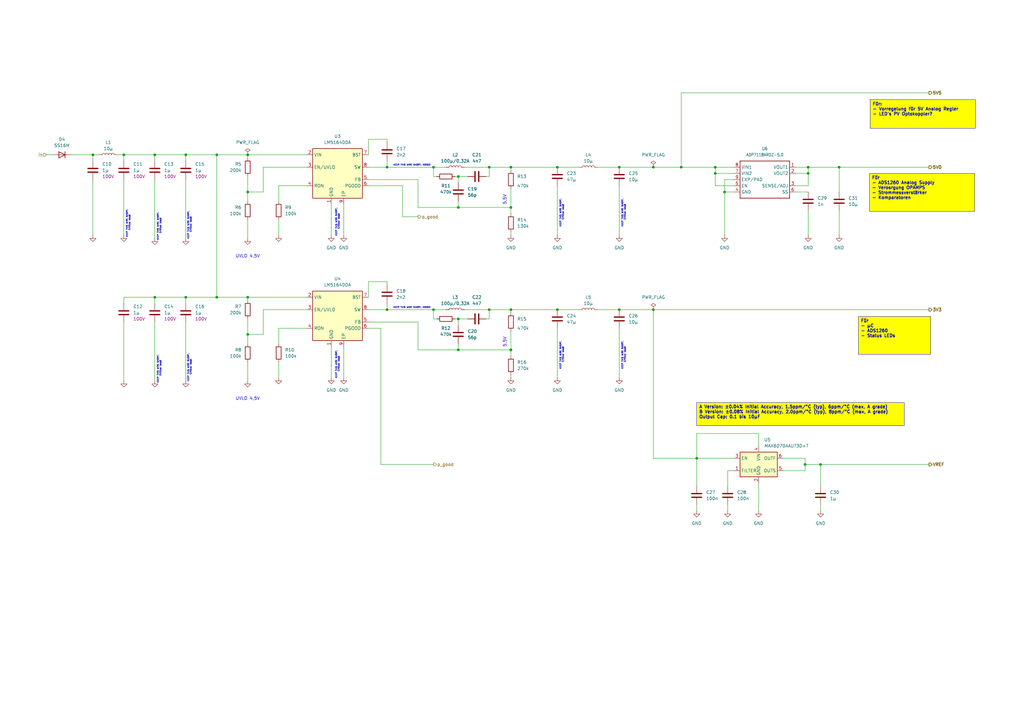
<source format=kicad_sch>
(kicad_sch
	(version 20250114)
	(generator "eeschema")
	(generator_version "9.0")
	(uuid "0a71412d-9bfe-4591-ab18-4fda89efb97a")
	(paper "A3")
	(lib_symbols
		(symbol "Device:C"
			(pin_numbers
				(hide yes)
			)
			(pin_names
				(offset 0.254)
			)
			(exclude_from_sim no)
			(in_bom yes)
			(on_board yes)
			(property "Reference" "C"
				(at 0.635 2.54 0)
				(effects
					(font
						(size 1.27 1.27)
					)
					(justify left)
				)
			)
			(property "Value" "C"
				(at 0.635 -2.54 0)
				(effects
					(font
						(size 1.27 1.27)
					)
					(justify left)
				)
			)
			(property "Footprint" ""
				(at 0.9652 -3.81 0)
				(effects
					(font
						(size 1.27 1.27)
					)
					(hide yes)
				)
			)
			(property "Datasheet" "~"
				(at 0 0 0)
				(effects
					(font
						(size 1.27 1.27)
					)
					(hide yes)
				)
			)
			(property "Description" "Unpolarized capacitor"
				(at 0 0 0)
				(effects
					(font
						(size 1.27 1.27)
					)
					(hide yes)
				)
			)
			(property "ki_keywords" "cap capacitor"
				(at 0 0 0)
				(effects
					(font
						(size 1.27 1.27)
					)
					(hide yes)
				)
			)
			(property "ki_fp_filters" "C_*"
				(at 0 0 0)
				(effects
					(font
						(size 1.27 1.27)
					)
					(hide yes)
				)
			)
			(symbol "C_0_1"
				(polyline
					(pts
						(xy -2.032 0.762) (xy 2.032 0.762)
					)
					(stroke
						(width 0.508)
						(type default)
					)
					(fill
						(type none)
					)
				)
				(polyline
					(pts
						(xy -2.032 -0.762) (xy 2.032 -0.762)
					)
					(stroke
						(width 0.508)
						(type default)
					)
					(fill
						(type none)
					)
				)
			)
			(symbol "C_1_1"
				(pin passive line
					(at 0 3.81 270)
					(length 2.794)
					(name "~"
						(effects
							(font
								(size 1.27 1.27)
							)
						)
					)
					(number "1"
						(effects
							(font
								(size 1.27 1.27)
							)
						)
					)
				)
				(pin passive line
					(at 0 -3.81 90)
					(length 2.794)
					(name "~"
						(effects
							(font
								(size 1.27 1.27)
							)
						)
					)
					(number "2"
						(effects
							(font
								(size 1.27 1.27)
							)
						)
					)
				)
			)
			(embedded_fonts no)
		)
		(symbol "Device:D"
			(pin_numbers
				(hide yes)
			)
			(pin_names
				(offset 1.016)
				(hide yes)
			)
			(exclude_from_sim no)
			(in_bom yes)
			(on_board yes)
			(property "Reference" "D"
				(at 0 2.54 0)
				(effects
					(font
						(size 1.27 1.27)
					)
				)
			)
			(property "Value" "D"
				(at 0 -2.54 0)
				(effects
					(font
						(size 1.27 1.27)
					)
				)
			)
			(property "Footprint" ""
				(at 0 0 0)
				(effects
					(font
						(size 1.27 1.27)
					)
					(hide yes)
				)
			)
			(property "Datasheet" "~"
				(at 0 0 0)
				(effects
					(font
						(size 1.27 1.27)
					)
					(hide yes)
				)
			)
			(property "Description" "Diode"
				(at 0 0 0)
				(effects
					(font
						(size 1.27 1.27)
					)
					(hide yes)
				)
			)
			(property "Sim.Device" "D"
				(at 0 0 0)
				(effects
					(font
						(size 1.27 1.27)
					)
					(hide yes)
				)
			)
			(property "Sim.Pins" "1=K 2=A"
				(at 0 0 0)
				(effects
					(font
						(size 1.27 1.27)
					)
					(hide yes)
				)
			)
			(property "ki_keywords" "diode"
				(at 0 0 0)
				(effects
					(font
						(size 1.27 1.27)
					)
					(hide yes)
				)
			)
			(property "ki_fp_filters" "TO-???* *_Diode_* *SingleDiode* D_*"
				(at 0 0 0)
				(effects
					(font
						(size 1.27 1.27)
					)
					(hide yes)
				)
			)
			(symbol "D_0_1"
				(polyline
					(pts
						(xy -1.27 1.27) (xy -1.27 -1.27)
					)
					(stroke
						(width 0.254)
						(type default)
					)
					(fill
						(type none)
					)
				)
				(polyline
					(pts
						(xy 1.27 1.27) (xy 1.27 -1.27) (xy -1.27 0) (xy 1.27 1.27)
					)
					(stroke
						(width 0.254)
						(type default)
					)
					(fill
						(type none)
					)
				)
				(polyline
					(pts
						(xy 1.27 0) (xy -1.27 0)
					)
					(stroke
						(width 0)
						(type default)
					)
					(fill
						(type none)
					)
				)
			)
			(symbol "D_1_1"
				(pin passive line
					(at -3.81 0 0)
					(length 2.54)
					(name "K"
						(effects
							(font
								(size 1.27 1.27)
							)
						)
					)
					(number "1"
						(effects
							(font
								(size 1.27 1.27)
							)
						)
					)
				)
				(pin passive line
					(at 3.81 0 180)
					(length 2.54)
					(name "A"
						(effects
							(font
								(size 1.27 1.27)
							)
						)
					)
					(number "2"
						(effects
							(font
								(size 1.27 1.27)
							)
						)
					)
				)
			)
			(embedded_fonts no)
		)
		(symbol "Device:L"
			(pin_numbers
				(hide yes)
			)
			(pin_names
				(offset 1.016)
				(hide yes)
			)
			(exclude_from_sim no)
			(in_bom yes)
			(on_board yes)
			(property "Reference" "L"
				(at -1.27 0 90)
				(effects
					(font
						(size 1.27 1.27)
					)
				)
			)
			(property "Value" "L"
				(at 1.905 0 90)
				(effects
					(font
						(size 1.27 1.27)
					)
				)
			)
			(property "Footprint" ""
				(at 0 0 0)
				(effects
					(font
						(size 1.27 1.27)
					)
					(hide yes)
				)
			)
			(property "Datasheet" "~"
				(at 0 0 0)
				(effects
					(font
						(size 1.27 1.27)
					)
					(hide yes)
				)
			)
			(property "Description" "Inductor"
				(at 0 0 0)
				(effects
					(font
						(size 1.27 1.27)
					)
					(hide yes)
				)
			)
			(property "ki_keywords" "inductor choke coil reactor magnetic"
				(at 0 0 0)
				(effects
					(font
						(size 1.27 1.27)
					)
					(hide yes)
				)
			)
			(property "ki_fp_filters" "Choke_* *Coil* Inductor_* L_*"
				(at 0 0 0)
				(effects
					(font
						(size 1.27 1.27)
					)
					(hide yes)
				)
			)
			(symbol "L_0_1"
				(arc
					(start 0 2.54)
					(mid 0.6323 1.905)
					(end 0 1.27)
					(stroke
						(width 0)
						(type default)
					)
					(fill
						(type none)
					)
				)
				(arc
					(start 0 1.27)
					(mid 0.6323 0.635)
					(end 0 0)
					(stroke
						(width 0)
						(type default)
					)
					(fill
						(type none)
					)
				)
				(arc
					(start 0 0)
					(mid 0.6323 -0.635)
					(end 0 -1.27)
					(stroke
						(width 0)
						(type default)
					)
					(fill
						(type none)
					)
				)
				(arc
					(start 0 -1.27)
					(mid 0.6323 -1.905)
					(end 0 -2.54)
					(stroke
						(width 0)
						(type default)
					)
					(fill
						(type none)
					)
				)
			)
			(symbol "L_1_1"
				(pin passive line
					(at 0 3.81 270)
					(length 1.27)
					(name "1"
						(effects
							(font
								(size 1.27 1.27)
							)
						)
					)
					(number "1"
						(effects
							(font
								(size 1.27 1.27)
							)
						)
					)
				)
				(pin passive line
					(at 0 -3.81 90)
					(length 1.27)
					(name "2"
						(effects
							(font
								(size 1.27 1.27)
							)
						)
					)
					(number "2"
						(effects
							(font
								(size 1.27 1.27)
							)
						)
					)
				)
			)
			(embedded_fonts no)
		)
		(symbol "Device:R"
			(pin_numbers
				(hide yes)
			)
			(pin_names
				(offset 0)
			)
			(exclude_from_sim no)
			(in_bom yes)
			(on_board yes)
			(property "Reference" "R"
				(at 2.032 0 90)
				(effects
					(font
						(size 1.27 1.27)
					)
				)
			)
			(property "Value" "R"
				(at 0 0 90)
				(effects
					(font
						(size 1.27 1.27)
					)
				)
			)
			(property "Footprint" ""
				(at -1.778 0 90)
				(effects
					(font
						(size 1.27 1.27)
					)
					(hide yes)
				)
			)
			(property "Datasheet" "~"
				(at 0 0 0)
				(effects
					(font
						(size 1.27 1.27)
					)
					(hide yes)
				)
			)
			(property "Description" "Resistor"
				(at 0 0 0)
				(effects
					(font
						(size 1.27 1.27)
					)
					(hide yes)
				)
			)
			(property "ki_keywords" "R res resistor"
				(at 0 0 0)
				(effects
					(font
						(size 1.27 1.27)
					)
					(hide yes)
				)
			)
			(property "ki_fp_filters" "R_*"
				(at 0 0 0)
				(effects
					(font
						(size 1.27 1.27)
					)
					(hide yes)
				)
			)
			(symbol "R_0_1"
				(rectangle
					(start -1.016 -2.54)
					(end 1.016 2.54)
					(stroke
						(width 0.254)
						(type default)
					)
					(fill
						(type none)
					)
				)
			)
			(symbol "R_1_1"
				(pin passive line
					(at 0 3.81 270)
					(length 1.27)
					(name "~"
						(effects
							(font
								(size 1.27 1.27)
							)
						)
					)
					(number "1"
						(effects
							(font
								(size 1.27 1.27)
							)
						)
					)
				)
				(pin passive line
					(at 0 -3.81 90)
					(length 1.27)
					(name "~"
						(effects
							(font
								(size 1.27 1.27)
							)
						)
					)
					(number "2"
						(effects
							(font
								(size 1.27 1.27)
							)
						)
					)
				)
			)
			(embedded_fonts no)
		)
		(symbol "Reference_Voltage:MAX6070BAUT30+T"
			(exclude_from_sim no)
			(in_bom yes)
			(on_board yes)
			(property "Reference" "U"
				(at 1.27 8.89 0)
				(effects
					(font
						(size 1.27 1.27)
					)
					(justify left)
				)
			)
			(property "Value" "MAX6070BAUT30+T"
				(at 1.27 6.35 0)
				(effects
					(font
						(size 1.27 1.27)
						(italic yes)
					)
					(justify left)
				)
			)
			(property "Footprint" "Package_TO_SOT_SMD:SOT-23-6"
				(at 1.27 -7.62 0)
				(effects
					(font
						(size 1.27 1.27)
						(italic yes)
					)
					(justify left)
					(hide yes)
				)
			)
			(property "Datasheet" "https://www.analog.com/media/en/technical-documentation/data-sheets/MAX6070-MAX6071.pdf"
				(at 0 0 0)
				(effects
					(font
						(size 1.27 1.27)
						(italic yes)
					)
					(hide yes)
				)
			)
			(property "Description" "Low-Noise, High-Precision Series Voltage Reference, 3V, ±0.08% initial accuracy, SOT-23-6"
				(at 0 0 0)
				(effects
					(font
						(size 1.27 1.27)
					)
					(hide yes)
				)
			)
			(property "ki_keywords" "Low Noise Precision Voltage Reference"
				(at 0 0 0)
				(effects
					(font
						(size 1.27 1.27)
					)
					(hide yes)
				)
			)
			(property "ki_fp_filters" "SOT?23*"
				(at 0 0 0)
				(effects
					(font
						(size 1.27 1.27)
					)
					(hide yes)
				)
			)
			(symbol "MAX6070BAUT30+T_0_1"
				(rectangle
					(start -7.62 5.08)
					(end 7.62 -5.08)
					(stroke
						(width 0.254)
						(type solid)
					)
					(fill
						(type background)
					)
				)
			)
			(symbol "MAX6070BAUT30+T_1_1"
				(pin input line
					(at -10.16 2.54 0)
					(length 2.54)
					(name "EN"
						(effects
							(font
								(size 1.27 1.27)
							)
						)
					)
					(number "3"
						(effects
							(font
								(size 1.27 1.27)
							)
						)
					)
				)
				(pin passive line
					(at -10.16 -2.54 0)
					(length 2.54)
					(name "FILTER"
						(effects
							(font
								(size 1.27 1.27)
							)
						)
					)
					(number "1"
						(effects
							(font
								(size 1.27 1.27)
							)
						)
					)
				)
				(pin power_in line
					(at 0 7.62 270)
					(length 2.54)
					(name "VIN"
						(effects
							(font
								(size 1.27 1.27)
							)
						)
					)
					(number "4"
						(effects
							(font
								(size 1.27 1.27)
							)
						)
					)
				)
				(pin power_in line
					(at 0 -7.62 90)
					(length 2.54)
					(name "GND"
						(effects
							(font
								(size 1.27 1.27)
							)
						)
					)
					(number "2"
						(effects
							(font
								(size 1.27 1.27)
							)
						)
					)
				)
				(pin output line
					(at 10.16 2.54 180)
					(length 2.54)
					(name "OUTF"
						(effects
							(font
								(size 1.27 1.27)
							)
						)
					)
					(number "6"
						(effects
							(font
								(size 1.27 1.27)
							)
						)
					)
				)
				(pin input line
					(at 10.16 -2.54 180)
					(length 2.54)
					(name "OUTS"
						(effects
							(font
								(size 1.27 1.27)
							)
						)
					)
					(number "5"
						(effects
							(font
								(size 1.27 1.27)
							)
						)
					)
				)
			)
			(embedded_fonts no)
		)
		(symbol "Regulator_Switching:LM5164DDA"
			(exclude_from_sim no)
			(in_bom yes)
			(on_board yes)
			(property "Reference" "U"
				(at -8.89 11.43 0)
				(effects
					(font
						(size 1.27 1.27)
					)
				)
			)
			(property "Value" "LM5164DDA"
				(at 5.08 11.43 0)
				(effects
					(font
						(size 1.27 1.27)
					)
				)
			)
			(property "Footprint" "Package_SO:HSOP-8-1EP_3.9x4.9mm_P1.27mm_EP2.41x3.1mm_ThermalVias"
				(at 1.27 -11.43 0)
				(effects
					(font
						(size 1.27 1.27)
					)
					(hide yes)
				)
			)
			(property "Datasheet" "https://www.ti.com/lit/ds/symlink/lm5164.pdf?ts=1598311864250&ref_url=https%253A%252F%252Fwww.ti.com%252Fproduct%252FLM5164%253FHQS%253DTI-null-null-octopart-df-pf-null-wwe"
				(at -7.62 8.89 0)
				(effects
					(font
						(size 1.27 1.27)
					)
					(hide yes)
				)
			)
			(property "Description" "1A synchronous buck converter with ultra-low IQ, 6V - 100V input, adjustable output voltage, HSOP-8"
				(at 0 0 0)
				(effects
					(font
						(size 1.27 1.27)
					)
					(hide yes)
				)
			)
			(property "ki_keywords" "step-down dc-dc buck regulator adjustable"
				(at 0 0 0)
				(effects
					(font
						(size 1.27 1.27)
					)
					(hide yes)
				)
			)
			(property "ki_fp_filters" "HSOP*1EP*3.9x4.9*P1.27mm*"
				(at 0 0 0)
				(effects
					(font
						(size 1.27 1.27)
					)
					(hide yes)
				)
			)
			(symbol "LM5164DDA_1_1"
				(rectangle
					(start -10.16 10.16)
					(end 10.16 -10.16)
					(stroke
						(width 0.254)
						(type default)
					)
					(fill
						(type background)
					)
				)
				(pin power_in line
					(at -12.7 7.62 0)
					(length 2.54)
					(name "VIN"
						(effects
							(font
								(size 1.27 1.27)
							)
						)
					)
					(number "2"
						(effects
							(font
								(size 1.27 1.27)
							)
						)
					)
				)
				(pin input line
					(at -12.7 2.54 0)
					(length 2.54)
					(name "EN/UVLO"
						(effects
							(font
								(size 1.27 1.27)
							)
						)
					)
					(number "3"
						(effects
							(font
								(size 1.27 1.27)
							)
						)
					)
				)
				(pin passive line
					(at -12.7 -5.08 0)
					(length 2.54)
					(name "RON"
						(effects
							(font
								(size 1.27 1.27)
							)
						)
					)
					(number "4"
						(effects
							(font
								(size 1.27 1.27)
							)
						)
					)
				)
				(pin power_in line
					(at -2.54 -12.7 90)
					(length 2.54)
					(name "GND"
						(effects
							(font
								(size 1.27 1.27)
							)
						)
					)
					(number "1"
						(effects
							(font
								(size 1.27 1.27)
							)
						)
					)
				)
				(pin passive line
					(at 2.54 -12.7 90)
					(length 2.54)
					(name "EP"
						(effects
							(font
								(size 1.27 1.27)
							)
						)
					)
					(number "9"
						(effects
							(font
								(size 1.27 1.27)
							)
						)
					)
				)
				(pin passive line
					(at 12.7 7.62 180)
					(length 2.54)
					(name "BST"
						(effects
							(font
								(size 1.27 1.27)
							)
						)
					)
					(number "7"
						(effects
							(font
								(size 1.27 1.27)
							)
						)
					)
				)
				(pin power_out line
					(at 12.7 2.54 180)
					(length 2.54)
					(name "SW"
						(effects
							(font
								(size 1.27 1.27)
							)
						)
					)
					(number "8"
						(effects
							(font
								(size 1.27 1.27)
							)
						)
					)
				)
				(pin input line
					(at 12.7 -2.54 180)
					(length 2.54)
					(name "FB"
						(effects
							(font
								(size 1.27 1.27)
							)
						)
					)
					(number "5"
						(effects
							(font
								(size 1.27 1.27)
							)
						)
					)
				)
				(pin open_collector line
					(at 12.7 -5.08 180)
					(length 2.54)
					(name "PGOOD"
						(effects
							(font
								(size 1.27 1.27)
							)
						)
					)
					(number "6"
						(effects
							(font
								(size 1.27 1.27)
							)
						)
					)
				)
			)
			(embedded_fonts no)
		)
		(symbol "myVoltageRegulator:ADP7118"
			(exclude_from_sim no)
			(in_bom yes)
			(on_board yes)
			(property "Reference" "IC"
				(at 2.54 10.16 0)
				(effects
					(font
						(size 1.27 1.0795)
					)
					(justify left bottom)
				)
			)
			(property "Value" ""
				(at 2.54 -10.16 0)
				(effects
					(font
						(size 1.27 1.0795)
					)
					(justify left bottom)
				)
			)
			(property "Footprint" "greenMeter_v3:ADP7118_SOIC8"
				(at 0 0 0)
				(effects
					(font
						(size 1.27 1.27)
					)
					(hide yes)
				)
			)
			(property "Datasheet" ""
				(at 0 0 0)
				(effects
					(font
						(size 1.27 1.27)
					)
					(hide yes)
				)
			)
			(property "Description" ""
				(at 0 0 0)
				(effects
					(font
						(size 1.27 1.27)
					)
					(hide yes)
				)
			)
			(property "ki_locked" ""
				(at 0 0 0)
				(effects
					(font
						(size 1.27 1.27)
					)
				)
			)
			(symbol "ADP7118_1_0"
				(polyline
					(pts
						(xy -10.16 7.62) (xy 10.16 7.62)
					)
					(stroke
						(width 0.254)
						(type solid)
					)
					(fill
						(type none)
					)
				)
				(polyline
					(pts
						(xy -10.16 -7.62) (xy -10.16 7.62)
					)
					(stroke
						(width 0.254)
						(type solid)
					)
					(fill
						(type none)
					)
				)
				(polyline
					(pts
						(xy 10.16 7.62) (xy 10.16 -7.62)
					)
					(stroke
						(width 0.254)
						(type solid)
					)
					(fill
						(type none)
					)
				)
				(polyline
					(pts
						(xy 10.16 -7.62) (xy -10.16 -7.62)
					)
					(stroke
						(width 0.254)
						(type solid)
					)
					(fill
						(type none)
					)
				)
				(pin power_in line
					(at -12.7 5.08 0)
					(length 2.54)
					(name "VIN1"
						(effects
							(font
								(size 1.27 1.27)
							)
						)
					)
					(number "8"
						(effects
							(font
								(size 1.27 1.27)
							)
						)
					)
				)
				(pin power_in line
					(at -12.7 2.54 0)
					(length 2.54)
					(name "VIN2"
						(effects
							(font
								(size 1.27 1.27)
							)
						)
					)
					(number "7"
						(effects
							(font
								(size 1.27 1.27)
							)
						)
					)
				)
				(pin power_in line
					(at -12.7 0 0)
					(length 2.54)
					(name "EXP/PAD"
						(effects
							(font
								(size 1.27 1.27)
							)
						)
					)
					(number "9"
						(effects
							(font
								(size 1.27 1.27)
							)
						)
					)
				)
				(pin input line
					(at -12.7 -2.54 0)
					(length 2.54)
					(name "EN"
						(effects
							(font
								(size 1.27 1.27)
							)
						)
					)
					(number "5"
						(effects
							(font
								(size 1.27 1.27)
							)
						)
					)
				)
				(pin power_in line
					(at -12.7 -5.08 0)
					(length 2.54)
					(name "GND"
						(effects
							(font
								(size 1.27 1.27)
							)
						)
					)
					(number "4"
						(effects
							(font
								(size 1.27 1.27)
							)
						)
					)
				)
				(pin power_out line
					(at 12.7 5.08 180)
					(length 2.54)
					(name "VOUT1"
						(effects
							(font
								(size 1.27 1.27)
							)
						)
					)
					(number "1"
						(effects
							(font
								(size 1.27 1.27)
							)
						)
					)
				)
				(pin power_out line
					(at 12.7 2.54 180)
					(length 2.54)
					(name "VOUT2"
						(effects
							(font
								(size 1.27 1.27)
							)
						)
					)
					(number "2"
						(effects
							(font
								(size 1.27 1.27)
							)
						)
					)
				)
				(pin passive line
					(at 12.7 -2.54 180)
					(length 2.54)
					(name "SENSE/ADJ"
						(effects
							(font
								(size 1.27 1.27)
							)
						)
					)
					(number "3"
						(effects
							(font
								(size 1.27 1.27)
							)
						)
					)
				)
				(pin passive line
					(at 12.7 -5.08 180)
					(length 2.54)
					(name "SS"
						(effects
							(font
								(size 1.27 1.27)
							)
						)
					)
					(number "6"
						(effects
							(font
								(size 1.27 1.27)
							)
						)
					)
				)
			)
			(embedded_fonts no)
		)
		(symbol "power:GND"
			(power)
			(pin_numbers
				(hide yes)
			)
			(pin_names
				(offset 0)
				(hide yes)
			)
			(exclude_from_sim no)
			(in_bom yes)
			(on_board yes)
			(property "Reference" "#PWR"
				(at 0 -6.35 0)
				(effects
					(font
						(size 1.27 1.27)
					)
					(hide yes)
				)
			)
			(property "Value" "GND"
				(at 0 -3.81 0)
				(effects
					(font
						(size 1.27 1.27)
					)
				)
			)
			(property "Footprint" ""
				(at 0 0 0)
				(effects
					(font
						(size 1.27 1.27)
					)
					(hide yes)
				)
			)
			(property "Datasheet" ""
				(at 0 0 0)
				(effects
					(font
						(size 1.27 1.27)
					)
					(hide yes)
				)
			)
			(property "Description" "Power symbol creates a global label with name \"GND\" , ground"
				(at 0 0 0)
				(effects
					(font
						(size 1.27 1.27)
					)
					(hide yes)
				)
			)
			(property "ki_keywords" "global power"
				(at 0 0 0)
				(effects
					(font
						(size 1.27 1.27)
					)
					(hide yes)
				)
			)
			(symbol "GND_0_1"
				(polyline
					(pts
						(xy 0 0) (xy 0 -1.27) (xy 1.27 -1.27) (xy 0 -2.54) (xy -1.27 -1.27) (xy 0 -1.27)
					)
					(stroke
						(width 0)
						(type default)
					)
					(fill
						(type none)
					)
				)
			)
			(symbol "GND_1_1"
				(pin power_in line
					(at 0 0 270)
					(length 0)
					(name "~"
						(effects
							(font
								(size 1.27 1.27)
							)
						)
					)
					(number "1"
						(effects
							(font
								(size 1.27 1.27)
							)
						)
					)
				)
			)
			(embedded_fonts no)
		)
		(symbol "power:PWR_FLAG"
			(power)
			(pin_numbers
				(hide yes)
			)
			(pin_names
				(offset 0)
				(hide yes)
			)
			(exclude_from_sim no)
			(in_bom yes)
			(on_board yes)
			(property "Reference" "#FLG"
				(at 0 1.905 0)
				(effects
					(font
						(size 1.27 1.27)
					)
					(hide yes)
				)
			)
			(property "Value" "PWR_FLAG"
				(at 0 3.81 0)
				(effects
					(font
						(size 1.27 1.27)
					)
				)
			)
			(property "Footprint" ""
				(at 0 0 0)
				(effects
					(font
						(size 1.27 1.27)
					)
					(hide yes)
				)
			)
			(property "Datasheet" "~"
				(at 0 0 0)
				(effects
					(font
						(size 1.27 1.27)
					)
					(hide yes)
				)
			)
			(property "Description" "Special symbol for telling ERC where power comes from"
				(at 0 0 0)
				(effects
					(font
						(size 1.27 1.27)
					)
					(hide yes)
				)
			)
			(property "ki_keywords" "flag power"
				(at 0 0 0)
				(effects
					(font
						(size 1.27 1.27)
					)
					(hide yes)
				)
			)
			(symbol "PWR_FLAG_0_0"
				(pin power_out line
					(at 0 0 90)
					(length 0)
					(name "~"
						(effects
							(font
								(size 1.27 1.27)
							)
						)
					)
					(number "1"
						(effects
							(font
								(size 1.27 1.27)
							)
						)
					)
				)
			)
			(symbol "PWR_FLAG_0_1"
				(polyline
					(pts
						(xy 0 0) (xy 0 1.27) (xy -1.016 1.905) (xy 0 2.54) (xy 1.016 1.905) (xy 0 1.27)
					)
					(stroke
						(width 0)
						(type default)
					)
					(fill
						(type none)
					)
				)
			)
			(embedded_fonts no)
		)
	)
	(text "KEEP THIS WIRE SHORT, \nCritical loop!"
		(exclude_from_sim no)
		(at 65.278 151.13 90)
		(effects
			(font
				(size 0.635 0.635)
			)
		)
		(uuid "2fb1a431-5b69-4f83-8a6a-15a25785e3e5")
	)
	(text "KEEP THIS WIRE SHORT, \nCritical loop!"
		(exclude_from_sim no)
		(at 230.378 87.122 90)
		(effects
			(font
				(size 0.635 0.635)
			)
		)
		(uuid "32e3f2b0-d623-4520-8e32-98626fa14a62")
	)
	(text "UVLO 4,5V\n"
		(exclude_from_sim no)
		(at 101.6 163.576 0)
		(effects
			(font
				(size 1.27 1.27)
			)
		)
		(uuid "372d1083-c7ed-439d-b4b0-4090f2763f08")
	)
	(text "KEEP THIS WIRE SHORT, \nCritical loop!"
		(exclude_from_sim no)
		(at 255.778 145.542 90)
		(effects
			(font
				(size 0.635 0.635)
			)
		)
		(uuid "5f840927-6f77-4614-8660-39761cd87a62")
	)
	(text "UVLO 4,5V\n"
		(exclude_from_sim no)
		(at 101.6 105.156 0)
		(effects
			(font
				(size 1.27 1.27)
			)
		)
		(uuid "6f144863-5478-46df-9f69-3722819095f0")
	)
	(text "5,5V"
		(exclude_from_sim no)
		(at 207.772 84.074 90)
		(effects
			(font
				(size 1.27 1.27)
			)
			(justify left bottom)
		)
		(uuid "7590cfd5-fa8b-437e-8b55-21ac74a4dccf")
	)
	(text "KEEP THIS WIRE SHORT, NOISE!"
		(exclude_from_sim no)
		(at 168.91 67.818 0)
		(effects
			(font
				(size 0.635 0.635)
			)
		)
		(uuid "93239db0-3a95-4c82-894f-9817caab4582")
	)
	(text "KEEP THIS WIRE SHORT, \nCritical loop!"
		(exclude_from_sim no)
		(at 138.43 149.352 90)
		(effects
			(font
				(size 0.635 0.635)
			)
		)
		(uuid "946f197e-1c81-4c86-b0c7-35d6d585bb01")
	)
	(text "KEEP THIS WIRE SHORT, \nCritical loop!"
		(exclude_from_sim no)
		(at 255.778 87.122 90)
		(effects
			(font
				(size 0.635 0.635)
			)
		)
		(uuid "963e98e2-3ee6-4e42-9638-f4f344d0445f")
	)
	(text "5,5V"
		(exclude_from_sim no)
		(at 207.772 142.494 90)
		(effects
			(font
				(size 1.27 1.27)
			)
			(justify left bottom)
		)
		(uuid "b265a4f5-1e54-4237-98ff-89222b59bfbe")
	)
	(text "KEEP THIS WIRE SHORT, \nCritical loop!"
		(exclude_from_sim no)
		(at 65.278 92.71 90)
		(effects
			(font
				(size 0.635 0.635)
			)
		)
		(uuid "d4e42818-60af-49e3-8a9c-d938eac00a01")
	)
	(text "KEEP THIS WIRE SHORT, \nCritical loop!"
		(exclude_from_sim no)
		(at 77.724 92.202 90)
		(effects
			(font
				(size 0.635 0.635)
			)
		)
		(uuid "de9b3a84-0c56-4d76-b463-54ef735824b7")
	)
	(text "KEEP THIS WIRE SHORT, \nCritical loop!"
		(exclude_from_sim no)
		(at 138.43 90.932 90)
		(effects
			(font
				(size 0.635 0.635)
			)
		)
		(uuid "e0c61d15-f500-48b1-a324-6cd7109c67af")
	)
	(text "KEEP THIS WIRE SHORT, NOISE!"
		(exclude_from_sim no)
		(at 168.91 126.238 0)
		(effects
			(font
				(size 0.635 0.635)
			)
		)
		(uuid "e53b2c61-f652-4bac-940f-08d03a2dbfcc")
	)
	(text "KEEP THIS WIRE SHORT, \nCritical loop!"
		(exclude_from_sim no)
		(at 52.578 91.44 90)
		(effects
			(font
				(size 0.635 0.635)
			)
		)
		(uuid "e94f7508-4827-4d59-9895-5bcf068b9e63")
	)
	(text "KEEP THIS WIRE SHORT, \nCritical loop!"
		(exclude_from_sim no)
		(at 77.724 150.622 90)
		(effects
			(font
				(size 0.635 0.635)
			)
		)
		(uuid "f27144d1-12b1-4f44-896f-fcfee967b780")
	)
	(text "KEEP THIS WIRE SHORT, \nCritical loop!"
		(exclude_from_sim no)
		(at 230.378 145.542 90)
		(effects
			(font
				(size 0.635 0.635)
			)
		)
		(uuid "f93878df-79f5-4890-b2e4-44134295579e")
	)
	(text_box "Für:\n- Vorregelung für 5V Analog Regler\n- LED's PV Optokoppler?"
		(exclude_from_sim no)
		(at 356.87 40.894 0)
		(size 43.18 11.684)
		(margins 0.9525 0.9525 0.9525 0.9525)
		(stroke
			(width 0)
			(type default)
		)
		(fill
			(type color)
			(color 255 255 0 1)
		)
		(effects
			(font
				(size 1.27 1.27)
				(thickness 0.254)
				(bold yes)
			)
			(justify left top)
		)
		(uuid "280d6aca-637e-4d48-931a-4d766d59fa1a")
	)
	(text_box "A Version: ±0.04% Initial Accuracy, 1.5ppm/°C (typ), 6ppm/°C (max, A grade)\nB Version: ±0.08% Initial Accuracy, 2.0ppm/°C (typ), 8ppm/°C (max, A grade)\nOutput Cap: 0.1 bis 10µF"
		(exclude_from_sim no)
		(at 285.75 165.1 0)
		(size 85.09 9.525)
		(margins 0.9525 0.9525 0.9525 0.9525)
		(stroke
			(width 0)
			(type default)
		)
		(fill
			(type color)
			(color 255 255 0 1)
		)
		(effects
			(font
				(size 1.27 1.27)
				(thickness 0.254)
				(bold yes)
			)
			(justify left top)
		)
		(uuid "2c90f373-62ce-47a2-a9ec-4e6f68ffa810")
	)
	(text_box "Für\n- µC\n- ADS1260\n- Status LEDs\n"
		(exclude_from_sim no)
		(at 352.044 129.794 0)
		(size 29.718 15.494)
		(margins 0.9525 0.9525 0.9525 0.9525)
		(stroke
			(width 0)
			(type default)
		)
		(fill
			(type color)
			(color 255 255 0 1)
		)
		(effects
			(font
				(size 1.27 1.27)
				(thickness 0.254)
				(bold yes)
			)
			(justify left top)
		)
		(uuid "51e268eb-7441-4376-8a48-afcbc4538593")
	)
	(text_box "Für\n- ADS1260 Analog Supply\n- Verosrgung OPAMPS\n- Strommessverstärker\n- Komparatoren\n"
		(exclude_from_sim no)
		(at 356.616 71.12 0)
		(size 43.18 15.494)
		(margins 0.9525 0.9525 0.9525 0.9525)
		(stroke
			(width 0)
			(type default)
		)
		(fill
			(type color)
			(color 255 255 0 1)
		)
		(effects
			(font
				(size 1.27 1.27)
				(thickness 0.254)
				(bold yes)
			)
			(justify left top)
		)
		(uuid "e7a8b682-1cca-4bef-9b16-a9ac8e27c75e")
	)
	(junction
		(at 267.97 68.58)
		(diameter 0)
		(color 0 0 0 0)
		(uuid "017310b7-a31c-4894-8ef6-546f6b96f711")
	)
	(junction
		(at 254 127)
		(diameter 0)
		(color 0 0 0 0)
		(uuid "01f43722-8fb0-4310-9391-6ea9a320ecc4")
	)
	(junction
		(at 88.9 121.92)
		(diameter 0)
		(color 0 0 0 0)
		(uuid "0a8750d6-9767-4e83-8d9e-2e7080fdeac8")
	)
	(junction
		(at 63.5 63.5)
		(diameter 0)
		(color 0 0 0 0)
		(uuid "13436fe3-550b-49a4-8108-cc5173267ae0")
	)
	(junction
		(at 200.66 127)
		(diameter 0)
		(color 0 0 0 0)
		(uuid "19da22f2-45e0-4e14-b3ba-6aad8612bcc1")
	)
	(junction
		(at 101.6 63.5)
		(diameter 0)
		(color 0 0 0 0)
		(uuid "1a75a511-0a62-4e55-a243-4397e35507a8")
	)
	(junction
		(at 330.2 190.5)
		(diameter 0)
		(color 0 0 0 0)
		(uuid "1b0780b5-3b76-4e2c-93d1-207491aefbae")
	)
	(junction
		(at 187.96 143.51)
		(diameter 0)
		(color 0 0 0 0)
		(uuid "1c72f919-3fe2-4ff8-aa42-41145651e968")
	)
	(junction
		(at 63.5 121.92)
		(diameter 0)
		(color 0 0 0 0)
		(uuid "29e8d28d-da57-47d9-9411-86f539da8f4c")
	)
	(junction
		(at 38.1 63.5)
		(diameter 0)
		(color 0 0 0 0)
		(uuid "2e9b781b-5741-4632-b2c9-3d67e10261e2")
	)
	(junction
		(at 209.55 127)
		(diameter 0)
		(color 0 0 0 0)
		(uuid "38ab6831-374a-403f-9802-4c31caafd4c8")
	)
	(junction
		(at 293.37 71.12)
		(diameter 0)
		(color 0 0 0 0)
		(uuid "40df898a-4676-4cf0-afd3-0d63df4e347f")
	)
	(junction
		(at 209.55 85.09)
		(diameter 0)
		(color 0 0 0 0)
		(uuid "40f65a3e-f21d-49c4-b17e-266f7aab54ec")
	)
	(junction
		(at 177.8 68.58)
		(diameter 0)
		(color 0 0 0 0)
		(uuid "4476a6cc-36d1-4d9f-9172-1cf9a0b4eaf1")
	)
	(junction
		(at 101.6 121.92)
		(diameter 0)
		(color 0 0 0 0)
		(uuid "4ce10989-c312-4481-a8a2-5cacace08491")
	)
	(junction
		(at 158.75 127)
		(diameter 0)
		(color 0 0 0 0)
		(uuid "4eb250b9-cb0b-4619-8d19-658356e94a2e")
	)
	(junction
		(at 279.4 68.58)
		(diameter 0)
		(color 0 0 0 0)
		(uuid "5c059de0-1503-4438-bbdb-663d869cc96f")
	)
	(junction
		(at 76.2 121.92)
		(diameter 0)
		(color 0 0 0 0)
		(uuid "5f99332a-f012-4c79-8952-af95471987b0")
	)
	(junction
		(at 158.75 68.58)
		(diameter 0)
		(color 0 0 0 0)
		(uuid "62d560d2-1370-4c39-8ee7-82a33bc59572")
	)
	(junction
		(at 209.55 143.51)
		(diameter 0)
		(color 0 0 0 0)
		(uuid "6caa046d-bf22-49dd-b57a-800e4c800822")
	)
	(junction
		(at 336.55 190.5)
		(diameter 0)
		(color 0 0 0 0)
		(uuid "6e23ea4b-8e91-455b-a12c-c6ac5e3720d3")
	)
	(junction
		(at 187.96 85.09)
		(diameter 0)
		(color 0 0 0 0)
		(uuid "6ec7647c-27e4-4345-9829-d39ccfc10967")
	)
	(junction
		(at 297.18 78.74)
		(diameter 0)
		(color 0 0 0 0)
		(uuid "75dcabb4-aea8-4c2c-9e07-5f6f5fe14194")
	)
	(junction
		(at 187.96 72.39)
		(diameter 0)
		(color 0 0 0 0)
		(uuid "7852bf91-e3ba-40ee-ab94-9ea1dbfc1f49")
	)
	(junction
		(at 331.47 68.58)
		(diameter 0)
		(color 0 0 0 0)
		(uuid "7bae1c6c-297e-4799-a12d-2551e354a414")
	)
	(junction
		(at 88.9 63.5)
		(diameter 0)
		(color 0 0 0 0)
		(uuid "82e2a1f6-a5c8-4ee6-8571-7e632e890bed")
	)
	(junction
		(at 228.6 68.58)
		(diameter 0)
		(color 0 0 0 0)
		(uuid "867bebcc-6181-4c1f-8f2d-bfe76ff0971e")
	)
	(junction
		(at 344.17 68.58)
		(diameter 0)
		(color 0 0 0 0)
		(uuid "867d503a-fc04-4b5f-a3af-ea064dfa8024")
	)
	(junction
		(at 209.55 68.58)
		(diameter 0)
		(color 0 0 0 0)
		(uuid "8b65674b-534c-4790-bd65-3b6eb8b2d3f2")
	)
	(junction
		(at 331.47 71.12)
		(diameter 0)
		(color 0 0 0 0)
		(uuid "9354e4e1-abc5-4d02-9116-50982e1f23f3")
	)
	(junction
		(at 254 68.58)
		(diameter 0)
		(color 0 0 0 0)
		(uuid "941875c4-8c61-435e-b697-e23657faa806")
	)
	(junction
		(at 101.6 137.16)
		(diameter 0)
		(color 0 0 0 0)
		(uuid "9493a80e-738e-406a-b29a-994f54bd4642")
	)
	(junction
		(at 285.75 187.96)
		(diameter 0)
		(color 0 0 0 0)
		(uuid "b00fa211-b538-4512-82d9-8eb06fbdb66e")
	)
	(junction
		(at 267.97 127)
		(diameter 0)
		(color 0 0 0 0)
		(uuid "b6053727-fa8a-47aa-8abf-999714c80774")
	)
	(junction
		(at 293.37 68.58)
		(diameter 0)
		(color 0 0 0 0)
		(uuid "c0fdcc03-79bd-4706-ad65-d9e5f2dc4bde")
	)
	(junction
		(at 200.66 68.58)
		(diameter 0)
		(color 0 0 0 0)
		(uuid "c4eb1559-0185-44ee-b1e5-e862a74dfc30")
	)
	(junction
		(at 101.6 78.74)
		(diameter 0)
		(color 0 0 0 0)
		(uuid "c5e39b3d-7318-4ad3-8d41-6be422012d87")
	)
	(junction
		(at 187.96 130.81)
		(diameter 0)
		(color 0 0 0 0)
		(uuid "d1f1df3d-8472-4357-b971-315b6b3fe3da")
	)
	(junction
		(at 177.8 127)
		(diameter 0)
		(color 0 0 0 0)
		(uuid "e8087ebd-fd67-4e8d-a9c5-cd59cac22eb7")
	)
	(junction
		(at 50.8 63.5)
		(diameter 0)
		(color 0 0 0 0)
		(uuid "f070e1c2-29da-4a22-8e06-2e563d41fc0f")
	)
	(junction
		(at 76.2 63.5)
		(diameter 0)
		(color 0 0 0 0)
		(uuid "fa8098ca-e1dd-4648-b572-42b83004226a")
	)
	(junction
		(at 228.6 127)
		(diameter 0)
		(color 0 0 0 0)
		(uuid "fcc7690c-8fdc-4f10-92c7-e21877b4d74c")
	)
	(wire
		(pts
			(xy 63.5 73.66) (xy 63.5 97.79)
		)
		(stroke
			(width 0)
			(type default)
		)
		(uuid "0013036f-53ae-4a93-a82d-2ba9ce9bb8b4")
	)
	(wire
		(pts
			(xy 101.6 78.74) (xy 107.95 78.74)
		)
		(stroke
			(width 0)
			(type default)
		)
		(uuid "0157fa22-29dd-416c-872f-89b60b7000ef")
	)
	(wire
		(pts
			(xy 29.21 63.5) (xy 38.1 63.5)
		)
		(stroke
			(width 0)
			(type default)
		)
		(uuid "048def85-ced5-4a22-a727-2710fc60d946")
	)
	(wire
		(pts
			(xy 114.3 140.97) (xy 114.3 134.62)
		)
		(stroke
			(width 0)
			(type default)
		)
		(uuid "05a63dcd-5245-4bc6-8e95-f002c5fc186e")
	)
	(wire
		(pts
			(xy 228.6 76.2) (xy 228.6 96.52)
		)
		(stroke
			(width 0)
			(type default)
		)
		(uuid "10885635-e653-4692-b98a-ca5dd4e6d9b5")
	)
	(wire
		(pts
			(xy 293.37 71.12) (xy 300.99 71.12)
		)
		(stroke
			(width 0)
			(type default)
		)
		(uuid "10f39506-4fa3-41c7-8431-6580ffec400a")
	)
	(wire
		(pts
			(xy 19.05 63.5) (xy 21.59 63.5)
		)
		(stroke
			(width 0)
			(type default)
		)
		(uuid "115e23db-fb79-49c6-aafe-fb0a10f3d891")
	)
	(wire
		(pts
			(xy 254 68.58) (xy 267.97 68.58)
		)
		(stroke
			(width 0)
			(type default)
		)
		(uuid "1c5e2149-2e2f-4dc9-b50e-8549935d0263")
	)
	(wire
		(pts
			(xy 158.75 127) (xy 177.8 127)
		)
		(stroke
			(width 0)
			(type default)
		)
		(uuid "1ca2de98-f272-42c8-8bd0-e747cac9c9a1")
	)
	(wire
		(pts
			(xy 285.75 207.01) (xy 285.75 209.55)
		)
		(stroke
			(width 0)
			(type default)
		)
		(uuid "1cbfd99c-f143-4ab6-b5fe-51cb215db219")
	)
	(wire
		(pts
			(xy 63.5 132.08) (xy 63.5 156.21)
		)
		(stroke
			(width 0)
			(type default)
		)
		(uuid "1ed91df9-2b3c-44fb-a07b-89df7ace5972")
	)
	(wire
		(pts
			(xy 228.6 134.62) (xy 228.6 154.94)
		)
		(stroke
			(width 0)
			(type default)
		)
		(uuid "1ef42a40-c7c0-4375-869b-017780f94c61")
	)
	(wire
		(pts
			(xy 331.47 76.2) (xy 331.47 71.12)
		)
		(stroke
			(width 0)
			(type default)
		)
		(uuid "1f66e761-e789-4102-ae5e-a0bf0b28bcec")
	)
	(wire
		(pts
			(xy 187.96 130.81) (xy 187.96 133.35)
		)
		(stroke
			(width 0)
			(type default)
		)
		(uuid "2154caed-f685-46a0-a250-c4c21a6bdbe1")
	)
	(wire
		(pts
			(xy 151.13 68.58) (xy 158.75 68.58)
		)
		(stroke
			(width 0)
			(type default)
		)
		(uuid "215d5143-5d7a-45d9-8705-1c5f806bf29d")
	)
	(wire
		(pts
			(xy 285.75 177.8) (xy 311.15 177.8)
		)
		(stroke
			(width 0)
			(type default)
		)
		(uuid "259c6a90-6bf7-4b22-bdc7-bd31cc699ef1")
	)
	(wire
		(pts
			(xy 38.1 73.66) (xy 38.1 96.52)
		)
		(stroke
			(width 0)
			(type default)
		)
		(uuid "26cfabe4-01ef-4f44-b358-2b30a29f9327")
	)
	(wire
		(pts
			(xy 101.6 148.59) (xy 101.6 156.21)
		)
		(stroke
			(width 0)
			(type default)
		)
		(uuid "27806db4-39cb-49f7-bcc8-42f1aa3a3275")
	)
	(wire
		(pts
			(xy 209.55 143.51) (xy 209.55 146.05)
		)
		(stroke
			(width 0)
			(type default)
		)
		(uuid "2a896553-a28e-4216-88ae-5a025a10df0b")
	)
	(wire
		(pts
			(xy 209.55 77.47) (xy 209.55 85.09)
		)
		(stroke
			(width 0)
			(type default)
		)
		(uuid "2b687f15-429d-4c85-8ca3-38276c0acfa0")
	)
	(wire
		(pts
			(xy 76.2 63.5) (xy 76.2 66.04)
		)
		(stroke
			(width 0)
			(type default)
		)
		(uuid "2c5dbf87-fd7f-4920-8b46-0d14d219e8b3")
	)
	(wire
		(pts
			(xy 267.97 127) (xy 267.97 187.96)
		)
		(stroke
			(width 0)
			(type default)
		)
		(uuid "2d76dcf1-7874-4f7c-b381-c636f3911e1b")
	)
	(wire
		(pts
			(xy 321.31 187.96) (xy 330.2 187.96)
		)
		(stroke
			(width 0)
			(type default)
		)
		(uuid "30843ef4-37ab-4bc2-b0a9-1468f7ee4590")
	)
	(wire
		(pts
			(xy 135.89 142.24) (xy 135.89 154.94)
		)
		(stroke
			(width 0)
			(type default)
		)
		(uuid "3095d4ba-632d-4632-b97f-5be4eea175d6")
	)
	(wire
		(pts
			(xy 311.15 182.88) (xy 311.15 177.8)
		)
		(stroke
			(width 0)
			(type default)
		)
		(uuid "331e8f59-6a59-4ba8-bd5e-baff0190a03d")
	)
	(wire
		(pts
			(xy 209.55 69.85) (xy 209.55 68.58)
		)
		(stroke
			(width 0)
			(type default)
		)
		(uuid "34712ed2-1b02-4c1e-ab23-ef78b0b80721")
	)
	(wire
		(pts
			(xy 107.95 127) (xy 107.95 137.16)
		)
		(stroke
			(width 0)
			(type default)
		)
		(uuid "35c5fd3c-5f83-40e1-b046-3bb7dbce7e0d")
	)
	(wire
		(pts
			(xy 200.66 68.58) (xy 190.5 68.58)
		)
		(stroke
			(width 0)
			(type default)
		)
		(uuid "368a36c6-d685-42c3-bd41-4d07d9b5e3da")
	)
	(wire
		(pts
			(xy 101.6 121.92) (xy 101.6 123.19)
		)
		(stroke
			(width 0)
			(type default)
		)
		(uuid "39da4e50-7cd4-4266-aab2-91d613057f0d")
	)
	(wire
		(pts
			(xy 209.55 85.09) (xy 209.55 87.63)
		)
		(stroke
			(width 0)
			(type default)
		)
		(uuid "3b780d5f-5bb3-43ea-92e4-84cc2e4a9020")
	)
	(wire
		(pts
			(xy 151.13 57.15) (xy 151.13 63.5)
		)
		(stroke
			(width 0)
			(type default)
		)
		(uuid "3bf18eec-ff5a-498e-b7b4-8e824e4cd7a8")
	)
	(wire
		(pts
			(xy 297.18 78.74) (xy 297.18 96.52)
		)
		(stroke
			(width 0)
			(type default)
		)
		(uuid "3dc2fba2-a5c0-487d-8364-b05228eb1178")
	)
	(wire
		(pts
			(xy 187.96 72.39) (xy 191.77 72.39)
		)
		(stroke
			(width 0)
			(type default)
		)
		(uuid "41406e39-0837-4ca9-a2d6-c15340dc42da")
	)
	(wire
		(pts
			(xy 187.96 140.97) (xy 187.96 143.51)
		)
		(stroke
			(width 0)
			(type default)
		)
		(uuid "45d9b3b7-7446-455c-95d5-875c6991e768")
	)
	(wire
		(pts
			(xy 209.55 153.67) (xy 209.55 154.94)
		)
		(stroke
			(width 0)
			(type default)
		)
		(uuid "4804e6d2-791d-4661-9b1b-d0ca1724c30a")
	)
	(wire
		(pts
			(xy 50.8 132.08) (xy 50.8 156.21)
		)
		(stroke
			(width 0)
			(type default)
		)
		(uuid "48ea960e-b4ec-46ac-a0e8-7118d9733735")
	)
	(wire
		(pts
			(xy 209.55 127) (xy 228.6 127)
		)
		(stroke
			(width 0)
			(type default)
		)
		(uuid "4b5924fc-c686-4f57-a97d-f1fe2f3be3d5")
	)
	(wire
		(pts
			(xy 228.6 127) (xy 237.49 127)
		)
		(stroke
			(width 0)
			(type default)
		)
		(uuid "4b59d096-b1b2-4f86-a6c0-92734aad6de1")
	)
	(wire
		(pts
			(xy 107.95 127) (xy 125.73 127)
		)
		(stroke
			(width 0)
			(type default)
		)
		(uuid "4b79f342-3be1-447b-8dba-e5b7f78bc32e")
	)
	(wire
		(pts
			(xy 171.45 143.51) (xy 171.45 132.08)
		)
		(stroke
			(width 0)
			(type default)
		)
		(uuid "4dcec276-68a0-4aec-9b5c-85b7ae6c9537")
	)
	(wire
		(pts
			(xy 321.31 193.04) (xy 330.2 193.04)
		)
		(stroke
			(width 0)
			(type default)
		)
		(uuid "4fe473c9-de17-42b5-b08d-1319d5b91c5a")
	)
	(wire
		(pts
			(xy 151.13 134.62) (xy 156.21 134.62)
		)
		(stroke
			(width 0)
			(type default)
		)
		(uuid "51e78214-65dc-401c-85d7-5f1a27bd6cc4")
	)
	(wire
		(pts
			(xy 285.75 187.96) (xy 300.99 187.96)
		)
		(stroke
			(width 0)
			(type default)
		)
		(uuid "54b425c7-b2ea-4c3e-bffe-f37c4f61c0b1")
	)
	(wire
		(pts
			(xy 279.4 68.58) (xy 293.37 68.58)
		)
		(stroke
			(width 0)
			(type default)
		)
		(uuid "55a7e390-3071-4218-a845-696cacddd339")
	)
	(wire
		(pts
			(xy 177.8 127) (xy 177.8 130.81)
		)
		(stroke
			(width 0)
			(type default)
		)
		(uuid "55d74de2-23ef-41f1-9c1f-abd818e752e4")
	)
	(wire
		(pts
			(xy 186.69 130.81) (xy 187.96 130.81)
		)
		(stroke
			(width 0)
			(type default)
		)
		(uuid "58470ce7-d82c-46d6-90a7-5b236baaab3a")
	)
	(wire
		(pts
			(xy 200.66 68.58) (xy 209.55 68.58)
		)
		(stroke
			(width 0)
			(type default)
		)
		(uuid "5a3d4049-104b-4254-a6ad-5979a3ddc52d")
	)
	(wire
		(pts
			(xy 177.8 68.58) (xy 182.88 68.58)
		)
		(stroke
			(width 0)
			(type default)
		)
		(uuid "5a9c1502-c39a-4bec-9222-dbabff71b461")
	)
	(wire
		(pts
			(xy 187.96 130.81) (xy 191.77 130.81)
		)
		(stroke
			(width 0)
			(type default)
		)
		(uuid "5e01ad40-47fe-49ec-b675-0573928222e4")
	)
	(wire
		(pts
			(xy 326.39 78.74) (xy 331.47 78.74)
		)
		(stroke
			(width 0)
			(type default)
		)
		(uuid "5ec18e3f-3dbd-4178-8cc4-e061d2752f24")
	)
	(wire
		(pts
			(xy 300.99 73.66) (xy 297.18 73.66)
		)
		(stroke
			(width 0)
			(type default)
		)
		(uuid "60c505d6-a221-4904-90f6-1d9191df5f32")
	)
	(wire
		(pts
			(xy 38.1 63.5) (xy 38.1 66.04)
		)
		(stroke
			(width 0)
			(type default)
		)
		(uuid "617c1e45-5400-4daa-b880-05b442314318")
	)
	(wire
		(pts
			(xy 101.6 121.92) (xy 125.73 121.92)
		)
		(stroke
			(width 0)
			(type default)
		)
		(uuid "628b93c8-504d-4e71-8cd6-c802452aecc5")
	)
	(wire
		(pts
			(xy 200.66 127) (xy 190.5 127)
		)
		(stroke
			(width 0)
			(type default)
		)
		(uuid "642c6103-d24a-4341-8316-c85b5c45b5bc")
	)
	(wire
		(pts
			(xy 151.13 115.57) (xy 151.13 121.92)
		)
		(stroke
			(width 0)
			(type default)
		)
		(uuid "66571095-28c4-4161-a9ab-11bce144945e")
	)
	(wire
		(pts
			(xy 114.3 148.59) (xy 114.3 154.94)
		)
		(stroke
			(width 0)
			(type default)
		)
		(uuid "6674d948-2bdc-4291-b177-54f3f0cffe05")
	)
	(wire
		(pts
			(xy 331.47 68.58) (xy 344.17 68.58)
		)
		(stroke
			(width 0)
			(type default)
		)
		(uuid "69add8a7-5eba-421c-8d34-1d252bb1212e")
	)
	(wire
		(pts
			(xy 199.39 130.81) (xy 200.66 130.81)
		)
		(stroke
			(width 0)
			(type default)
		)
		(uuid "6aaada62-1e6f-40cd-9405-bc1c56df378e")
	)
	(wire
		(pts
			(xy 101.6 63.5) (xy 125.73 63.5)
		)
		(stroke
			(width 0)
			(type default)
		)
		(uuid "6b909a07-d3be-4bad-8867-e17f15f2e1ea")
	)
	(wire
		(pts
			(xy 331.47 71.12) (xy 331.47 68.58)
		)
		(stroke
			(width 0)
			(type default)
		)
		(uuid "6d8e12f1-7c50-41ae-8610-c3bff6109ab6")
	)
	(wire
		(pts
			(xy 187.96 143.51) (xy 171.45 143.51)
		)
		(stroke
			(width 0)
			(type default)
		)
		(uuid "6f18c50a-9c2b-448f-b5ad-94a258c371b7")
	)
	(wire
		(pts
			(xy 156.21 190.5) (xy 177.8 190.5)
		)
		(stroke
			(width 0)
			(type default)
		)
		(uuid "6f1bf92c-a9a5-4a4d-bfdc-e4841cd8eafa")
	)
	(wire
		(pts
			(xy 293.37 76.2) (xy 300.99 76.2)
		)
		(stroke
			(width 0)
			(type default)
		)
		(uuid "7201b557-e219-4cfc-ac27-5e73734bfe44")
	)
	(wire
		(pts
			(xy 50.8 63.5) (xy 50.8 66.04)
		)
		(stroke
			(width 0)
			(type default)
		)
		(uuid "74544583-f888-4137-b1eb-02bc71c3a71b")
	)
	(wire
		(pts
			(xy 101.6 90.17) (xy 101.6 97.79)
		)
		(stroke
			(width 0)
			(type default)
		)
		(uuid "74b54549-d97c-47be-a526-227670bb7799")
	)
	(wire
		(pts
			(xy 63.5 121.92) (xy 63.5 124.46)
		)
		(stroke
			(width 0)
			(type default)
		)
		(uuid "785efb97-eb1f-41c0-b5e2-1fb051de538b")
	)
	(wire
		(pts
			(xy 114.3 82.55) (xy 114.3 76.2)
		)
		(stroke
			(width 0)
			(type default)
		)
		(uuid "7880a945-108e-4ca3-abb1-e0ce1789b810")
	)
	(wire
		(pts
			(xy 101.6 72.39) (xy 101.6 78.74)
		)
		(stroke
			(width 0)
			(type default)
		)
		(uuid "79f7a482-7033-48fc-9e52-b0d13bd76292")
	)
	(wire
		(pts
			(xy 114.3 134.62) (xy 125.73 134.62)
		)
		(stroke
			(width 0)
			(type default)
		)
		(uuid "7c18327a-b97c-4ffa-935f-bf33ae04c25a")
	)
	(wire
		(pts
			(xy 151.13 127) (xy 158.75 127)
		)
		(stroke
			(width 0)
			(type default)
		)
		(uuid "7cc03cc4-be07-460d-802d-1ba198f218df")
	)
	(wire
		(pts
			(xy 107.95 68.58) (xy 125.73 68.58)
		)
		(stroke
			(width 0)
			(type default)
		)
		(uuid "801add18-a6a8-4c4b-8717-1989374493ed")
	)
	(wire
		(pts
			(xy 293.37 68.58) (xy 293.37 71.12)
		)
		(stroke
			(width 0)
			(type default)
		)
		(uuid "80c49178-358c-4bac-9b4e-be2672d3babe")
	)
	(wire
		(pts
			(xy 107.95 68.58) (xy 107.95 78.74)
		)
		(stroke
			(width 0)
			(type default)
		)
		(uuid "82ba527d-9383-489d-b71c-8ad0f82684e6")
	)
	(wire
		(pts
			(xy 209.55 68.58) (xy 228.6 68.58)
		)
		(stroke
			(width 0)
			(type default)
		)
		(uuid "854e9713-b775-45a3-b37f-6e0c74de9911")
	)
	(wire
		(pts
			(xy 76.2 121.92) (xy 76.2 124.46)
		)
		(stroke
			(width 0)
			(type default)
		)
		(uuid "86f2f5d6-1459-4164-87e0-e497c0b389de")
	)
	(wire
		(pts
			(xy 63.5 63.5) (xy 63.5 66.04)
		)
		(stroke
			(width 0)
			(type default)
		)
		(uuid "87269780-cbdd-40d9-9543-197958aa80b8")
	)
	(wire
		(pts
			(xy 177.8 68.58) (xy 177.8 72.39)
		)
		(stroke
			(width 0)
			(type default)
		)
		(uuid "876cea29-423c-41be-b750-5414785d8792")
	)
	(wire
		(pts
			(xy 279.4 38.1) (xy 381 38.1)
		)
		(stroke
			(width 0)
			(type default)
		)
		(uuid "87831d2f-e7cd-4cb0-9624-b1c8b8cd0de0")
	)
	(wire
		(pts
			(xy 171.45 85.09) (xy 171.45 73.66)
		)
		(stroke
			(width 0)
			(type default)
		)
		(uuid "89acf664-6a4e-42f6-84ce-c4ed0f8c7798")
	)
	(wire
		(pts
			(xy 267.97 187.96) (xy 285.75 187.96)
		)
		(stroke
			(width 0)
			(type default)
		)
		(uuid "89ceec8b-da12-4d04-af5d-2000a53fc226")
	)
	(wire
		(pts
			(xy 179.07 130.81) (xy 177.8 130.81)
		)
		(stroke
			(width 0)
			(type default)
		)
		(uuid "8a47933f-e86c-4a81-97dc-bbab10dca847")
	)
	(wire
		(pts
			(xy 179.07 72.39) (xy 177.8 72.39)
		)
		(stroke
			(width 0)
			(type default)
		)
		(uuid "8a5aa5c5-fd2d-487a-9f66-6962ae36cbec")
	)
	(wire
		(pts
			(xy 171.45 73.66) (xy 151.13 73.66)
		)
		(stroke
			(width 0)
			(type default)
		)
		(uuid "8ac9f4d0-38ce-43d4-936c-814dd58bf1ce")
	)
	(wire
		(pts
			(xy 50.8 63.5) (xy 63.5 63.5)
		)
		(stroke
			(width 0)
			(type default)
		)
		(uuid "8e37f6e3-e753-4a47-80cd-c4ff718d3387")
	)
	(wire
		(pts
			(xy 330.2 193.04) (xy 330.2 190.5)
		)
		(stroke
			(width 0)
			(type default)
		)
		(uuid "8f69fd53-b2ca-4e5c-8871-c0b379be1629")
	)
	(wire
		(pts
			(xy 336.55 190.5) (xy 381 190.5)
		)
		(stroke
			(width 0)
			(type default)
		)
		(uuid "90279cff-d347-4e7e-8266-8f5742b59f6c")
	)
	(wire
		(pts
			(xy 101.6 137.16) (xy 107.95 137.16)
		)
		(stroke
			(width 0)
			(type default)
		)
		(uuid "9034792b-da33-4618-a7aa-a1544f1184aa")
	)
	(wire
		(pts
			(xy 209.55 128.27) (xy 209.55 127)
		)
		(stroke
			(width 0)
			(type default)
		)
		(uuid "90bdae56-d931-4cfe-8073-dfbb44287263")
	)
	(wire
		(pts
			(xy 101.6 137.16) (xy 101.6 140.97)
		)
		(stroke
			(width 0)
			(type default)
		)
		(uuid "92ee1612-e9ba-45d3-9885-def44598f7bd")
	)
	(wire
		(pts
			(xy 76.2 121.92) (xy 88.9 121.92)
		)
		(stroke
			(width 0)
			(type default)
		)
		(uuid "943624b4-b844-4594-98d9-44d8a65edd57")
	)
	(wire
		(pts
			(xy 344.17 86.36) (xy 344.17 96.52)
		)
		(stroke
			(width 0)
			(type default)
		)
		(uuid "9636376a-d452-4b5a-bc2b-40e3bab4e6a9")
	)
	(wire
		(pts
			(xy 209.55 95.25) (xy 209.55 96.52)
		)
		(stroke
			(width 0)
			(type default)
		)
		(uuid "96cbb043-9c7a-460e-bac8-17a54edfb5ed")
	)
	(wire
		(pts
			(xy 140.97 83.82) (xy 140.97 96.52)
		)
		(stroke
			(width 0)
			(type default)
		)
		(uuid "9726c3b6-9805-4976-bd21-26f42e584c66")
	)
	(wire
		(pts
			(xy 76.2 132.08) (xy 76.2 156.21)
		)
		(stroke
			(width 0)
			(type default)
		)
		(uuid "973c2641-7076-4d54-8d29-818b9cb008be")
	)
	(wire
		(pts
			(xy 336.55 190.5) (xy 336.55 199.39)
		)
		(stroke
			(width 0)
			(type default)
		)
		(uuid "97c6b2a5-263c-466e-8cda-6f7d71892f04")
	)
	(wire
		(pts
			(xy 245.11 127) (xy 254 127)
		)
		(stroke
			(width 0)
			(type default)
		)
		(uuid "97ccd819-3772-42a8-a48f-f19592d66ad3")
	)
	(wire
		(pts
			(xy 311.15 198.12) (xy 311.15 209.55)
		)
		(stroke
			(width 0)
			(type default)
		)
		(uuid "988d9b5b-1aca-4ab0-8d25-6e8f23b1cd1a")
	)
	(wire
		(pts
			(xy 331.47 68.58) (xy 326.39 68.58)
		)
		(stroke
			(width 0)
			(type default)
		)
		(uuid "98d40bee-b240-4b97-926f-0035ce743660")
	)
	(wire
		(pts
			(xy 50.8 73.66) (xy 50.8 96.52)
		)
		(stroke
			(width 0)
			(type default)
		)
		(uuid "994b7fc8-da37-43fc-9aad-69525c1c8000")
	)
	(wire
		(pts
			(xy 285.75 187.96) (xy 285.75 199.39)
		)
		(stroke
			(width 0)
			(type default)
		)
		(uuid "9a678301-9a1a-482a-b71f-815591e702a9")
	)
	(wire
		(pts
			(xy 158.75 68.58) (xy 177.8 68.58)
		)
		(stroke
			(width 0)
			(type default)
		)
		(uuid "9ca764eb-ef74-4dee-a3a3-b8f80d020a02")
	)
	(wire
		(pts
			(xy 50.8 121.92) (xy 50.8 124.46)
		)
		(stroke
			(width 0)
			(type default)
		)
		(uuid "9d864a88-19cf-46a0-85e7-cab7a2ba95e6")
	)
	(wire
		(pts
			(xy 326.39 76.2) (xy 331.47 76.2)
		)
		(stroke
			(width 0)
			(type default)
		)
		(uuid "9e113d0f-511e-4c9f-994f-7ee67645e25a")
	)
	(wire
		(pts
			(xy 114.3 76.2) (xy 125.73 76.2)
		)
		(stroke
			(width 0)
			(type default)
		)
		(uuid "9fd417de-7f4a-42b4-9d47-65ef7b1e9a0e")
	)
	(wire
		(pts
			(xy 186.69 72.39) (xy 187.96 72.39)
		)
		(stroke
			(width 0)
			(type default)
		)
		(uuid "a069b332-c1b4-4ae4-97fd-3ec9327a2c94")
	)
	(wire
		(pts
			(xy 38.1 63.5) (xy 40.64 63.5)
		)
		(stroke
			(width 0)
			(type default)
		)
		(uuid "a1bef32b-4879-4be7-8194-01159041ba4c")
	)
	(wire
		(pts
			(xy 298.45 207.01) (xy 298.45 209.55)
		)
		(stroke
			(width 0)
			(type default)
		)
		(uuid "a2d3c0ac-d609-4089-a03f-1b53f1ce9d65")
	)
	(wire
		(pts
			(xy 254 127) (xy 267.97 127)
		)
		(stroke
			(width 0)
			(type default)
		)
		(uuid "a4f2afa6-dfbb-49c5-a61e-4f830d4f767c")
	)
	(wire
		(pts
			(xy 381 68.58) (xy 344.17 68.58)
		)
		(stroke
			(width 0)
			(type default)
		)
		(uuid "a7400b2e-4a87-41a1-a5aa-e3654bd81f34")
	)
	(wire
		(pts
			(xy 158.75 57.15) (xy 151.13 57.15)
		)
		(stroke
			(width 0)
			(type default)
		)
		(uuid "a8aaca56-f8a5-4d2a-a3af-6c80f12b31d7")
	)
	(wire
		(pts
			(xy 199.39 72.39) (xy 200.66 72.39)
		)
		(stroke
			(width 0)
			(type default)
		)
		(uuid "aa6322eb-7577-414b-ab25-981d181edb7e")
	)
	(wire
		(pts
			(xy 200.66 127) (xy 200.66 130.81)
		)
		(stroke
			(width 0)
			(type default)
		)
		(uuid "aa846a39-764a-4204-be0d-d8977d3f3f5f")
	)
	(wire
		(pts
			(xy 50.8 121.92) (xy 63.5 121.92)
		)
		(stroke
			(width 0)
			(type default)
		)
		(uuid "ac874fde-364c-4826-ab3c-c5f24743540c")
	)
	(wire
		(pts
			(xy 88.9 63.5) (xy 88.9 121.92)
		)
		(stroke
			(width 0)
			(type default)
		)
		(uuid "ad8a3779-c342-4d58-b95f-d6f07d7a1bc9")
	)
	(wire
		(pts
			(xy 88.9 121.92) (xy 101.6 121.92)
		)
		(stroke
			(width 0)
			(type default)
		)
		(uuid "b1d5aae4-09c0-4883-be54-08e2c3d2e180")
	)
	(wire
		(pts
			(xy 165.1 88.9) (xy 171.45 88.9)
		)
		(stroke
			(width 0)
			(type default)
		)
		(uuid "b24e2bb2-4c6f-4d06-a3fa-ea8238c22291")
	)
	(wire
		(pts
			(xy 254 76.2) (xy 254 96.52)
		)
		(stroke
			(width 0)
			(type default)
		)
		(uuid "b3c7f036-17a5-4e55-8df5-5032027da3a9")
	)
	(wire
		(pts
			(xy 293.37 76.2) (xy 293.37 71.12)
		)
		(stroke
			(width 0)
			(type default)
		)
		(uuid "b48b3d27-f522-439b-84d9-47a3cbd3f1da")
	)
	(wire
		(pts
			(xy 298.45 193.04) (xy 300.99 193.04)
		)
		(stroke
			(width 0)
			(type default)
		)
		(uuid "b74967e2-eb1f-41cc-946c-767d51e70c73")
	)
	(wire
		(pts
			(xy 285.75 187.96) (xy 285.75 177.8)
		)
		(stroke
			(width 0)
			(type default)
		)
		(uuid "b7ec4d49-2d92-4c25-b39b-e8c843c6e3d6")
	)
	(wire
		(pts
			(xy 187.96 85.09) (xy 209.55 85.09)
		)
		(stroke
			(width 0)
			(type default)
		)
		(uuid "b8cd2ffd-aff4-4e69-8f04-314473c771a7")
	)
	(wire
		(pts
			(xy 156.21 134.62) (xy 156.21 190.5)
		)
		(stroke
			(width 0)
			(type default)
		)
		(uuid "bbd48d15-8479-4823-b110-b2a6e9127220")
	)
	(wire
		(pts
			(xy 63.5 63.5) (xy 76.2 63.5)
		)
		(stroke
			(width 0)
			(type default)
		)
		(uuid "bbe507a6-6b8b-442e-a543-bc408abc18e1")
	)
	(wire
		(pts
			(xy 297.18 78.74) (xy 300.99 78.74)
		)
		(stroke
			(width 0)
			(type default)
		)
		(uuid "bf1bb25c-8efa-49db-8298-5df776351a69")
	)
	(wire
		(pts
			(xy 101.6 130.81) (xy 101.6 137.16)
		)
		(stroke
			(width 0)
			(type default)
		)
		(uuid "bfa1e73e-3588-4ae5-85f4-8aaa9170b645")
	)
	(wire
		(pts
			(xy 297.18 73.66) (xy 297.18 78.74)
		)
		(stroke
			(width 0)
			(type default)
		)
		(uuid "c0e1cf4f-d436-413a-8fc5-afb3be55cafd")
	)
	(wire
		(pts
			(xy 158.75 115.57) (xy 151.13 115.57)
		)
		(stroke
			(width 0)
			(type default)
		)
		(uuid "c2cdb787-5b46-4466-b6f3-0c43f9ea5675")
	)
	(wire
		(pts
			(xy 76.2 63.5) (xy 88.9 63.5)
		)
		(stroke
			(width 0)
			(type default)
		)
		(uuid "c6c9b1b8-bb38-4355-ac75-d8042cf66d6b")
	)
	(wire
		(pts
			(xy 336.55 207.01) (xy 336.55 209.55)
		)
		(stroke
			(width 0)
			(type default)
		)
		(uuid "c8793092-ae4d-4999-b695-cae0077fd4bf")
	)
	(wire
		(pts
			(xy 48.26 63.5) (xy 50.8 63.5)
		)
		(stroke
			(width 0)
			(type default)
		)
		(uuid "c8e5313b-4363-42ee-b1ef-231d5a11d46c")
	)
	(wire
		(pts
			(xy 187.96 143.51) (xy 209.55 143.51)
		)
		(stroke
			(width 0)
			(type default)
		)
		(uuid "c9877d1b-fd9c-4243-82fc-fa5d9f372800")
	)
	(wire
		(pts
			(xy 200.66 68.58) (xy 200.66 72.39)
		)
		(stroke
			(width 0)
			(type default)
		)
		(uuid "cb3e0d55-0837-4680-8f03-e580cbc2c6f6")
	)
	(wire
		(pts
			(xy 101.6 78.74) (xy 101.6 82.55)
		)
		(stroke
			(width 0)
			(type default)
		)
		(uuid "ce210171-b75f-460c-8ac2-18f4ea36c738")
	)
	(wire
		(pts
			(xy 331.47 86.36) (xy 331.47 96.52)
		)
		(stroke
			(width 0)
			(type default)
		)
		(uuid "ce75a3f2-4cc4-4d32-a7db-376b1f5189fd")
	)
	(wire
		(pts
			(xy 158.75 115.57) (xy 158.75 116.84)
		)
		(stroke
			(width 0)
			(type default)
		)
		(uuid "cfb36e71-a85e-4b3e-b306-08f3b8fae6c2")
	)
	(wire
		(pts
			(xy 88.9 63.5) (xy 101.6 63.5)
		)
		(stroke
			(width 0)
			(type default)
		)
		(uuid "d2f708dc-b2c3-430f-8a0f-9d05645251a8")
	)
	(wire
		(pts
			(xy 267.97 68.58) (xy 279.4 68.58)
		)
		(stroke
			(width 0)
			(type default)
		)
		(uuid "d3c6656c-f231-47cd-9a35-0af8acb59c24")
	)
	(wire
		(pts
			(xy 245.11 68.58) (xy 254 68.58)
		)
		(stroke
			(width 0)
			(type default)
		)
		(uuid "d52f932f-a182-49ca-8b43-5bf353b0a715")
	)
	(wire
		(pts
			(xy 330.2 190.5) (xy 336.55 190.5)
		)
		(stroke
			(width 0)
			(type default)
		)
		(uuid "d58e3ad6-aa23-486d-ba81-b6ac023493f3")
	)
	(wire
		(pts
			(xy 101.6 63.5) (xy 101.6 64.77)
		)
		(stroke
			(width 0)
			(type default)
		)
		(uuid "d6ca2e48-0587-4468-81b8-68870161a32b")
	)
	(wire
		(pts
			(xy 151.13 76.2) (xy 165.1 76.2)
		)
		(stroke
			(width 0)
			(type default)
		)
		(uuid "d71efa3c-c303-4b90-b3a9-c6095808f2ac")
	)
	(wire
		(pts
			(xy 158.75 66.04) (xy 158.75 68.58)
		)
		(stroke
			(width 0)
			(type default)
		)
		(uuid "d802bbd7-d232-4708-bd2d-fe9ec1db78ca")
	)
	(wire
		(pts
			(xy 279.4 68.58) (xy 279.4 38.1)
		)
		(stroke
			(width 0)
			(type default)
		)
		(uuid "d89e7a31-70fc-43b3-94cc-2662a2f3bc12")
	)
	(wire
		(pts
			(xy 298.45 199.39) (xy 298.45 193.04)
		)
		(stroke
			(width 0)
			(type default)
		)
		(uuid "dc9b604b-3c30-44a5-85f2-9334d1e429c1")
	)
	(wire
		(pts
			(xy 158.75 57.15) (xy 158.75 58.42)
		)
		(stroke
			(width 0)
			(type default)
		)
		(uuid "df254698-d8b1-4eae-9eb9-06122671a9df")
	)
	(wire
		(pts
			(xy 177.8 127) (xy 182.88 127)
		)
		(stroke
			(width 0)
			(type default)
		)
		(uuid "e01e450b-83ad-4346-8c2f-7aa5d83f9031")
	)
	(wire
		(pts
			(xy 267.97 127) (xy 381 127)
		)
		(stroke
			(width 0)
			(type default)
		)
		(uuid "e185aae8-0ae6-4677-850f-e81f3d85cb4d")
	)
	(wire
		(pts
			(xy 63.5 121.92) (xy 76.2 121.92)
		)
		(stroke
			(width 0)
			(type default)
		)
		(uuid "e2bb7aef-ad5f-4774-9ea4-c83bfed04763")
	)
	(wire
		(pts
			(xy 344.17 68.58) (xy 344.17 78.74)
		)
		(stroke
			(width 0)
			(type default)
		)
		(uuid "e36f9459-27d5-4ea7-8bca-ed78a90017c5")
	)
	(wire
		(pts
			(xy 187.96 82.55) (xy 187.96 85.09)
		)
		(stroke
			(width 0)
			(type default)
		)
		(uuid "e62c42d3-aea3-42d2-a070-6380aeabed8c")
	)
	(wire
		(pts
			(xy 326.39 71.12) (xy 331.47 71.12)
		)
		(stroke
			(width 0)
			(type default)
		)
		(uuid "e769e930-4bd1-4dd2-9dc9-9d90e087fbfc")
	)
	(wire
		(pts
			(xy 158.75 124.46) (xy 158.75 127)
		)
		(stroke
			(width 0)
			(type default)
		)
		(uuid "e8896596-90bc-4041-a7d6-d980189dac65")
	)
	(wire
		(pts
			(xy 140.97 142.24) (xy 140.97 154.94)
		)
		(stroke
			(width 0)
			(type default)
		)
		(uuid "e9c96588-e1c3-47eb-9a23-9634e5eb7501")
	)
	(wire
		(pts
			(xy 293.37 68.58) (xy 300.99 68.58)
		)
		(stroke
			(width 0)
			(type default)
		)
		(uuid "ea77d700-c510-4188-aaf3-4e10f04c2736")
	)
	(wire
		(pts
			(xy 165.1 76.2) (xy 165.1 88.9)
		)
		(stroke
			(width 0)
			(type default)
		)
		(uuid "ea949fc8-20ef-4078-9b6f-19d162d8cf6f")
	)
	(wire
		(pts
			(xy 228.6 68.58) (xy 237.49 68.58)
		)
		(stroke
			(width 0)
			(type default)
		)
		(uuid "eab90a2c-bedb-4237-bc89-f762a4927afc")
	)
	(wire
		(pts
			(xy 187.96 72.39) (xy 187.96 74.93)
		)
		(stroke
			(width 0)
			(type default)
		)
		(uuid "ee8da583-f3b7-4214-8cfb-ea3e9f3c3c32")
	)
	(wire
		(pts
			(xy 200.66 127) (xy 209.55 127)
		)
		(stroke
			(width 0)
			(type default)
		)
		(uuid "f115a202-eacf-4e8c-ab93-b25ceb6a8669")
	)
	(wire
		(pts
			(xy 254 134.62) (xy 254 154.94)
		)
		(stroke
			(width 0)
			(type default)
		)
		(uuid "f146f67a-95df-4c96-93c0-45e6bb978e46")
	)
	(wire
		(pts
			(xy 114.3 90.17) (xy 114.3 96.52)
		)
		(stroke
			(width 0)
			(type default)
		)
		(uuid "f3660fe6-c98f-4422-b7ca-9a81e0819982")
	)
	(wire
		(pts
			(xy 135.89 83.82) (xy 135.89 96.52)
		)
		(stroke
			(width 0)
			(type default)
		)
		(uuid "f5bada8d-22e8-42de-acab-f8506e883169")
	)
	(wire
		(pts
			(xy 171.45 132.08) (xy 151.13 132.08)
		)
		(stroke
			(width 0)
			(type default)
		)
		(uuid "f5c63fa8-1c1a-4768-9a2f-48f612a80a73")
	)
	(wire
		(pts
			(xy 330.2 190.5) (xy 330.2 187.96)
		)
		(stroke
			(width 0)
			(type default)
		)
		(uuid "f6069448-6c3b-434d-b10b-4869c5216ac0")
	)
	(wire
		(pts
			(xy 76.2 73.66) (xy 76.2 97.79)
		)
		(stroke
			(width 0)
			(type default)
		)
		(uuid "f7829b46-1395-4140-a483-a446a0eaeb60")
	)
	(wire
		(pts
			(xy 209.55 135.89) (xy 209.55 143.51)
		)
		(stroke
			(width 0)
			(type default)
		)
		(uuid "f968bb64-94b6-4def-8057-d3bef83330af")
	)
	(wire
		(pts
			(xy 187.96 85.09) (xy 171.45 85.09)
		)
		(stroke
			(width 0)
			(type default)
		)
		(uuid "fa7dcdd6-8a19-4133-8a60-726fbc58ae75")
	)
	(hierarchical_label "p_good"
		(shape output)
		(at 171.45 88.9 0)
		(effects
			(font
				(size 1.27 1.27)
			)
			(justify left)
		)
		(uuid "175e087a-05d5-45fb-b5e2-18ac6c6cd37d")
	)
	(hierarchical_label "5V0"
		(shape output)
		(at 381 68.58 0)
		(effects
			(font
				(size 1.27 1.27)
				(thickness 0.254)
				(bold yes)
			)
			(justify left)
		)
		(uuid "2383dee1-62d3-4064-b913-30d6e8635a86")
	)
	(hierarchical_label "3V3"
		(shape output)
		(at 381 127 0)
		(effects
			(font
				(size 1.27 1.27)
				(thickness 0.254)
				(bold yes)
			)
			(justify left)
		)
		(uuid "951446c1-743d-4cd4-97cf-9d8ea9c5c59f")
	)
	(hierarchical_label "VREF"
		(shape output)
		(at 381 190.5 0)
		(effects
			(font
				(size 1.27 1.27)
				(thickness 0.254)
				(bold yes)
			)
			(justify left)
		)
		(uuid "9a333839-dbb9-4e98-b206-ec700a2b862e")
	)
	(hierarchical_label "5V5"
		(shape output)
		(at 381 38.1 0)
		(effects
			(font
				(size 1.27 1.27)
				(thickness 0.254)
				(bold yes)
			)
			(justify left)
		)
		(uuid "ae65d61c-3955-4a01-96a3-8723c20c06c3")
	)
	(hierarchical_label "in"
		(shape input)
		(at 19.05 63.5 180)
		(effects
			(font
				(size 1.27 1.27)
			)
			(justify right)
		)
		(uuid "b36d1a76-dd48-4ae0-852b-9d1932dff371")
	)
	(hierarchical_label "p_good"
		(shape output)
		(at 177.8 190.5 0)
		(effects
			(font
				(size 1.27 1.27)
			)
			(justify left)
		)
		(uuid "ee8922fd-1272-40c2-9aec-0e22043d4b90")
	)
	(symbol
		(lib_id "power:GND")
		(at 228.6 96.52 0)
		(unit 1)
		(exclude_from_sim no)
		(in_bom yes)
		(on_board yes)
		(dnp no)
		(fields_autoplaced yes)
		(uuid "02ec5199-238f-47bf-b4e9-2e69d7eae25c")
		(property "Reference" "#PWR037"
			(at 228.6 102.87 0)
			(effects
				(font
					(size 1.27 1.27)
				)
				(hide yes)
			)
		)
		(property "Value" "GND"
			(at 228.6 101.6 0)
			(effects
				(font
					(size 1.27 1.27)
				)
			)
		)
		(property "Footprint" ""
			(at 228.6 96.52 0)
			(effects
				(font
					(size 1.27 1.27)
				)
				(hide yes)
			)
		)
		(property "Datasheet" ""
			(at 228.6 96.52 0)
			(effects
				(font
					(size 1.27 1.27)
				)
				(hide yes)
			)
		)
		(property "Description" "Power symbol creates a global label with name \"GND\" , ground"
			(at 228.6 96.52 0)
			(effects
				(font
					(size 1.27 1.27)
				)
				(hide yes)
			)
		)
		(pin "1"
			(uuid "8b8b5ecb-91ac-4bfe-9204-1a5d38a6bbe6")
		)
		(instances
			(project "greenSmartSwitch"
				(path "/bf1f8167-8e29-49cc-a467-dd9cc2c77246/495a9cc7-0a8f-4e5c-b2f2-b552a73e5326"
					(reference "#PWR037")
					(unit 1)
				)
			)
		)
	)
	(symbol
		(lib_id "power:PWR_FLAG")
		(at 101.6 63.5 0)
		(unit 1)
		(exclude_from_sim no)
		(in_bom yes)
		(on_board yes)
		(dnp no)
		(fields_autoplaced yes)
		(uuid "040350e9-1a77-40b3-8bb1-84c25fbf93b5")
		(property "Reference" "#FLG05"
			(at 101.6 61.595 0)
			(effects
				(font
					(size 1.27 1.27)
				)
				(hide yes)
			)
		)
		(property "Value" "PWR_FLAG"
			(at 101.6 58.42 0)
			(effects
				(font
					(size 1.27 1.27)
				)
			)
		)
		(property "Footprint" ""
			(at 101.6 63.5 0)
			(effects
				(font
					(size 1.27 1.27)
				)
				(hide yes)
			)
		)
		(property "Datasheet" "~"
			(at 101.6 63.5 0)
			(effects
				(font
					(size 1.27 1.27)
				)
				(hide yes)
			)
		)
		(property "Description" "Special symbol for telling ERC where power comes from"
			(at 101.6 63.5 0)
			(effects
				(font
					(size 1.27 1.27)
				)
				(hide yes)
			)
		)
		(pin "1"
			(uuid "7ed799b9-b46f-47ad-9a15-3dc6dc16c444")
		)
		(instances
			(project "greenSmartSwitch"
				(path "/bf1f8167-8e29-49cc-a467-dd9cc2c77246/495a9cc7-0a8f-4e5c-b2f2-b552a73e5326"
					(reference "#FLG05")
					(unit 1)
				)
			)
		)
	)
	(symbol
		(lib_id "Device:C")
		(at 63.5 128.27 0)
		(unit 1)
		(exclude_from_sim no)
		(in_bom yes)
		(on_board yes)
		(dnp no)
		(fields_autoplaced yes)
		(uuid "06acc992-1f38-4271-9ed9-7b8788c7b5fe")
		(property "Reference" "C14"
			(at 67.31 125.73 0)
			(effects
				(font
					(size 1.27 1.27)
				)
				(justify left)
			)
		)
		(property "Value" "1µ"
			(at 67.31 128.27 0)
			(effects
				(font
					(size 1.27 1.27)
				)
				(justify left)
			)
		)
		(property "Footprint" "Capacitor_SMD:C_1210_3225Metric"
			(at 64.4652 132.08 0)
			(effects
				(font
					(size 1.27 1.27)
				)
				(hide yes)
			)
		)
		(property "Datasheet" "~"
			(at 63.5 128.27 0)
			(effects
				(font
					(size 1.27 1.27)
				)
				(hide yes)
			)
		)
		(property "Description" "1µ0 100V 10% X7R 1210 SMD"
			(at 63.5 128.27 0)
			(effects
				(font
					(size 1.27 1.27)
				)
				(hide yes)
			)
		)
		(property "Voltage" "100V"
			(at 67.31 130.81 0)
			(effects
				(font
					(size 1.27 1.27)
				)
				(justify left)
			)
		)
		(property "ECS Art#" "C216"
			(at 63.5 128.27 0)
			(effects
				(font
					(size 1.27 1.27)
				)
				(hide yes)
			)
		)
		(property "HAN" "CL32B105KCJSNNE"
			(at 63.5 128.27 0)
			(effects
				(font
					(size 1.27 1.27)
				)
				(hide yes)
			)
		)
		(property "Toleranz" ""
			(at 63.5 128.27 0)
			(effects
				(font
					(size 1.27 1.27)
				)
			)
		)
		(property "Hersteller" "SAMSUNG"
			(at 63.5 128.27 0)
			(effects
				(font
					(size 1.27 1.27)
				)
				(hide yes)
			)
		)
		(property "Field-1" ""
			(at 63.5 128.27 0)
			(effects
				(font
					(size 1.27 1.27)
				)
				(hide yes)
			)
		)
		(property "Sim.Device" ""
			(at 63.5 128.27 0)
			(effects
				(font
					(size 1.27 1.27)
				)
				(hide yes)
			)
		)
		(property "Sim.Pins" ""
			(at 63.5 128.27 0)
			(effects
				(font
					(size 1.27 1.27)
				)
				(hide yes)
			)
		)
		(pin "1"
			(uuid "3d386531-cd96-4919-9de3-223c6558d623")
		)
		(pin "2"
			(uuid "81e5c7f4-843d-40c0-a00a-1546887e5ced")
		)
		(instances
			(project "greenSmartSwitch"
				(path "/bf1f8167-8e29-49cc-a467-dd9cc2c77246/495a9cc7-0a8f-4e5c-b2f2-b552a73e5326"
					(reference "C14")
					(unit 1)
				)
			)
		)
	)
	(symbol
		(lib_id "power:GND")
		(at 209.55 154.94 0)
		(unit 1)
		(exclude_from_sim no)
		(in_bom yes)
		(on_board yes)
		(dnp no)
		(fields_autoplaced yes)
		(uuid "0b819110-152f-4bf1-99cf-2b0a7ab37498")
		(property "Reference" "#PWR036"
			(at 209.55 161.29 0)
			(effects
				(font
					(size 1.27 1.27)
				)
				(hide yes)
			)
		)
		(property "Value" "GND"
			(at 209.55 160.02 0)
			(effects
				(font
					(size 1.27 1.27)
				)
			)
		)
		(property "Footprint" ""
			(at 209.55 154.94 0)
			(effects
				(font
					(size 1.27 1.27)
				)
				(hide yes)
			)
		)
		(property "Datasheet" ""
			(at 209.55 154.94 0)
			(effects
				(font
					(size 1.27 1.27)
				)
				(hide yes)
			)
		)
		(property "Description" "Power symbol creates a global label with name \"GND\" , ground"
			(at 209.55 154.94 0)
			(effects
				(font
					(size 1.27 1.27)
				)
				(hide yes)
			)
		)
		(pin "1"
			(uuid "9e4db6ac-7e8f-40e2-b166-a7ea2ef69ba4")
		)
		(instances
			(project "greenSmartSwitch"
				(path "/bf1f8167-8e29-49cc-a467-dd9cc2c77246/495a9cc7-0a8f-4e5c-b2f2-b552a73e5326"
					(reference "#PWR036")
					(unit 1)
				)
			)
		)
	)
	(symbol
		(lib_id "Device:R")
		(at 101.6 86.36 0)
		(unit 1)
		(exclude_from_sim no)
		(in_bom yes)
		(on_board yes)
		(dnp no)
		(uuid "0f572086-c3bd-440c-a9d8-3a13f3ceadec")
		(property "Reference" "R6"
			(at 99.06 85.0899 0)
			(effects
				(font
					(size 1.27 1.27)
				)
				(justify right)
			)
		)
		(property "Value" "100k"
			(at 99.06 87.6299 0)
			(effects
				(font
					(size 1.27 1.27)
				)
				(justify right)
			)
		)
		(property "Footprint" "Resistor_SMD:R_0603_1608Metric"
			(at 99.822 86.36 90)
			(effects
				(font
					(size 1.27 1.27)
				)
				(hide yes)
			)
		)
		(property "Datasheet" "~"
			(at 101.6 86.36 0)
			(effects
				(font
					(size 1.27 1.27)
				)
				(hide yes)
			)
		)
		(property "Description" "100k0 0,1W 1% 0603 SMD"
			(at 101.6 86.36 0)
			(effects
				(font
					(size 1.27 1.27)
				)
				(hide yes)
			)
		)
		(property "ECS Art#" "R245"
			(at 101.6 86.36 0)
			(effects
				(font
					(size 1.27 1.27)
				)
				(hide yes)
			)
		)
		(property "HAN" "RC0603FR-07100KL"
			(at 101.6 86.36 0)
			(effects
				(font
					(size 1.27 1.27)
				)
				(hide yes)
			)
		)
		(property "Hersteller" "YAGEO"
			(at 101.6 86.36 0)
			(effects
				(font
					(size 1.27 1.27)
				)
				(hide yes)
			)
		)
		(property "Field-1" ""
			(at 101.6 86.36 0)
			(effects
				(font
					(size 1.27 1.27)
				)
				(hide yes)
			)
		)
		(property "Sim.Device" ""
			(at 101.6 86.36 0)
			(effects
				(font
					(size 1.27 1.27)
				)
				(hide yes)
			)
		)
		(property "Sim.Pins" ""
			(at 101.6 86.36 0)
			(effects
				(font
					(size 1.27 1.27)
				)
				(hide yes)
			)
		)
		(pin "1"
			(uuid "28944564-db6e-4804-88bd-a7394ff1a54d")
		)
		(pin "2"
			(uuid "c6330c52-3295-4d7f-bf11-713a052be607")
		)
		(instances
			(project "greenSmartSwitch"
				(path "/bf1f8167-8e29-49cc-a467-dd9cc2c77246/495a9cc7-0a8f-4e5c-b2f2-b552a73e5326"
					(reference "R6")
					(unit 1)
				)
			)
		)
	)
	(symbol
		(lib_id "Device:C")
		(at 63.5 69.85 0)
		(unit 1)
		(exclude_from_sim no)
		(in_bom yes)
		(on_board yes)
		(dnp no)
		(fields_autoplaced yes)
		(uuid "0f681589-1470-422f-aa3d-e98f44f2b726")
		(property "Reference" "C13"
			(at 67.31 67.31 0)
			(effects
				(font
					(size 1.27 1.27)
				)
				(justify left)
			)
		)
		(property "Value" "1µ"
			(at 67.31 69.85 0)
			(effects
				(font
					(size 1.27 1.27)
				)
				(justify left)
			)
		)
		(property "Footprint" "Capacitor_SMD:C_1210_3225Metric"
			(at 64.4652 73.66 0)
			(effects
				(font
					(size 1.27 1.27)
				)
				(hide yes)
			)
		)
		(property "Datasheet" "~"
			(at 63.5 69.85 0)
			(effects
				(font
					(size 1.27 1.27)
				)
				(hide yes)
			)
		)
		(property "Description" "1µ0 100V 10% X7R 1210 SMD"
			(at 63.5 69.85 0)
			(effects
				(font
					(size 1.27 1.27)
				)
				(hide yes)
			)
		)
		(property "Voltage" "100V"
			(at 67.31 72.39 0)
			(effects
				(font
					(size 1.27 1.27)
				)
				(justify left)
			)
		)
		(property "ECS Art#" "C216"
			(at 63.5 69.85 0)
			(effects
				(font
					(size 1.27 1.27)
				)
				(hide yes)
			)
		)
		(property "HAN" "CL32B105KCJSNNE"
			(at 63.5 69.85 0)
			(effects
				(font
					(size 1.27 1.27)
				)
				(hide yes)
			)
		)
		(property "Toleranz" ""
			(at 63.5 69.85 0)
			(effects
				(font
					(size 1.27 1.27)
				)
			)
		)
		(property "Hersteller" "SAMSUNG"
			(at 63.5 69.85 0)
			(effects
				(font
					(size 1.27 1.27)
				)
				(hide yes)
			)
		)
		(property "Field-1" ""
			(at 63.5 69.85 0)
			(effects
				(font
					(size 1.27 1.27)
				)
				(hide yes)
			)
		)
		(property "Sim.Device" ""
			(at 63.5 69.85 0)
			(effects
				(font
					(size 1.27 1.27)
				)
				(hide yes)
			)
		)
		(property "Sim.Pins" ""
			(at 63.5 69.85 0)
			(effects
				(font
					(size 1.27 1.27)
				)
				(hide yes)
			)
		)
		(pin "1"
			(uuid "f0b12399-7102-46dc-b0d6-c632132bb7f9")
		)
		(pin "2"
			(uuid "b274a93a-9ebb-4d27-8f9a-a35363d6c4e5")
		)
		(instances
			(project "greenSmartSwitch"
				(path "/bf1f8167-8e29-49cc-a467-dd9cc2c77246/495a9cc7-0a8f-4e5c-b2f2-b552a73e5326"
					(reference "C13")
					(unit 1)
				)
			)
		)
	)
	(symbol
		(lib_id "power:GND")
		(at 297.18 96.52 0)
		(unit 1)
		(exclude_from_sim no)
		(in_bom yes)
		(on_board yes)
		(dnp no)
		(fields_autoplaced yes)
		(uuid "104edc67-ebed-4592-b867-f8eef976c13f")
		(property "Reference" "#PWR042"
			(at 297.18 102.87 0)
			(effects
				(font
					(size 1.27 1.27)
				)
				(hide yes)
			)
		)
		(property "Value" "GND"
			(at 297.18 101.6 0)
			(effects
				(font
					(size 1.27 1.27)
				)
			)
		)
		(property "Footprint" ""
			(at 297.18 96.52 0)
			(effects
				(font
					(size 1.27 1.27)
				)
				(hide yes)
			)
		)
		(property "Datasheet" ""
			(at 297.18 96.52 0)
			(effects
				(font
					(size 1.27 1.27)
				)
				(hide yes)
			)
		)
		(property "Description" "Power symbol creates a global label with name \"GND\" , ground"
			(at 297.18 96.52 0)
			(effects
				(font
					(size 1.27 1.27)
				)
				(hide yes)
			)
		)
		(pin "1"
			(uuid "b82ff16e-8f90-45fa-ac69-462e0bdb25da")
		)
		(instances
			(project "greenSmartSwitch"
				(path "/bf1f8167-8e29-49cc-a467-dd9cc2c77246/495a9cc7-0a8f-4e5c-b2f2-b552a73e5326"
					(reference "#PWR042")
					(unit 1)
				)
			)
		)
	)
	(symbol
		(lib_id "power:GND")
		(at 209.55 96.52 0)
		(unit 1)
		(exclude_from_sim no)
		(in_bom yes)
		(on_board yes)
		(dnp no)
		(fields_autoplaced yes)
		(uuid "169a9f7e-8bdc-4818-b454-e336f8005245")
		(property "Reference" "#PWR035"
			(at 209.55 102.87 0)
			(effects
				(font
					(size 1.27 1.27)
				)
				(hide yes)
			)
		)
		(property "Value" "GND"
			(at 209.55 101.6 0)
			(effects
				(font
					(size 1.27 1.27)
				)
			)
		)
		(property "Footprint" ""
			(at 209.55 96.52 0)
			(effects
				(font
					(size 1.27 1.27)
				)
				(hide yes)
			)
		)
		(property "Datasheet" ""
			(at 209.55 96.52 0)
			(effects
				(font
					(size 1.27 1.27)
				)
				(hide yes)
			)
		)
		(property "Description" "Power symbol creates a global label with name \"GND\" , ground"
			(at 209.55 96.52 0)
			(effects
				(font
					(size 1.27 1.27)
				)
				(hide yes)
			)
		)
		(pin "1"
			(uuid "7e8a8512-6317-4e12-be1e-fa6cfa4ca6bd")
		)
		(instances
			(project "greenSmartSwitch"
				(path "/bf1f8167-8e29-49cc-a467-dd9cc2c77246/495a9cc7-0a8f-4e5c-b2f2-b552a73e5326"
					(reference "#PWR035")
					(unit 1)
				)
			)
		)
	)
	(symbol
		(lib_id "Device:C")
		(at 50.8 128.27 0)
		(unit 1)
		(exclude_from_sim no)
		(in_bom yes)
		(on_board yes)
		(dnp no)
		(fields_autoplaced yes)
		(uuid "1af846c8-99b5-4f8d-b38a-c9776e6d0832")
		(property "Reference" "C12"
			(at 54.61 125.73 0)
			(effects
				(font
					(size 1.27 1.27)
				)
				(justify left)
			)
		)
		(property "Value" "1µ"
			(at 54.61 128.27 0)
			(effects
				(font
					(size 1.27 1.27)
				)
				(justify left)
			)
		)
		(property "Footprint" "Capacitor_SMD:C_1210_3225Metric"
			(at 51.7652 132.08 0)
			(effects
				(font
					(size 1.27 1.27)
				)
				(hide yes)
			)
		)
		(property "Datasheet" "~"
			(at 50.8 128.27 0)
			(effects
				(font
					(size 1.27 1.27)
				)
				(hide yes)
			)
		)
		(property "Description" "1µ0 100V 10% X7R 1210 SMD"
			(at 50.8 128.27 0)
			(effects
				(font
					(size 1.27 1.27)
				)
				(hide yes)
			)
		)
		(property "Voltage" "100V"
			(at 54.61 130.81 0)
			(effects
				(font
					(size 1.27 1.27)
				)
				(justify left)
			)
		)
		(property "ECS Art#" "C216"
			(at 50.8 128.27 0)
			(effects
				(font
					(size 1.27 1.27)
				)
				(hide yes)
			)
		)
		(property "HAN" "CL32B105KCJSNNE"
			(at 50.8 128.27 0)
			(effects
				(font
					(size 1.27 1.27)
				)
				(hide yes)
			)
		)
		(property "Toleranz" ""
			(at 50.8 128.27 0)
			(effects
				(font
					(size 1.27 1.27)
				)
			)
		)
		(property "Hersteller" "SAMSUNG"
			(at 50.8 128.27 0)
			(effects
				(font
					(size 1.27 1.27)
				)
				(hide yes)
			)
		)
		(property "Field-1" ""
			(at 50.8 128.27 0)
			(effects
				(font
					(size 1.27 1.27)
				)
				(hide yes)
			)
		)
		(property "Sim.Device" ""
			(at 50.8 128.27 0)
			(effects
				(font
					(size 1.27 1.27)
				)
				(hide yes)
			)
		)
		(property "Sim.Pins" ""
			(at 50.8 128.27 0)
			(effects
				(font
					(size 1.27 1.27)
				)
				(hide yes)
			)
		)
		(pin "1"
			(uuid "a5f0a952-a074-4c0f-a14c-8057ce8d701a")
		)
		(pin "2"
			(uuid "7ab2501b-dee4-46d3-b1b7-90ea8e3544df")
		)
		(instances
			(project "greenSmartSwitch"
				(path "/bf1f8167-8e29-49cc-a467-dd9cc2c77246/495a9cc7-0a8f-4e5c-b2f2-b552a73e5326"
					(reference "C12")
					(unit 1)
				)
			)
		)
	)
	(symbol
		(lib_id "power:GND")
		(at 114.3 154.94 0)
		(unit 1)
		(exclude_from_sim no)
		(in_bom yes)
		(on_board yes)
		(dnp no)
		(fields_autoplaced yes)
		(uuid "1cbb2079-df49-40d0-8a30-55bc668dbcb5")
		(property "Reference" "#PWR030"
			(at 114.3 161.29 0)
			(effects
				(font
					(size 1.27 1.27)
				)
				(hide yes)
			)
		)
		(property "Value" "GND"
			(at 114.3 160.02 0)
			(effects
				(font
					(size 1.27 1.27)
				)
				(hide yes)
			)
		)
		(property "Footprint" ""
			(at 114.3 154.94 0)
			(effects
				(font
					(size 1.27 1.27)
				)
				(hide yes)
			)
		)
		(property "Datasheet" ""
			(at 114.3 154.94 0)
			(effects
				(font
					(size 1.27 1.27)
				)
				(hide yes)
			)
		)
		(property "Description" "Power symbol creates a global label with name \"GND\" , ground"
			(at 114.3 154.94 0)
			(effects
				(font
					(size 1.27 1.27)
				)
				(hide yes)
			)
		)
		(pin "1"
			(uuid "566038e0-8e48-4c5c-8b33-14650a8cb4c4")
		)
		(instances
			(project "greenSmartSwitch"
				(path "/bf1f8167-8e29-49cc-a467-dd9cc2c77246/495a9cc7-0a8f-4e5c-b2f2-b552a73e5326"
					(reference "#PWR030")
					(unit 1)
				)
			)
		)
	)
	(symbol
		(lib_id "myVoltageRegulator:ADP7118")
		(at 313.69 73.66 0)
		(unit 1)
		(exclude_from_sim no)
		(in_bom yes)
		(on_board yes)
		(dnp no)
		(fields_autoplaced yes)
		(uuid "21b2e1be-c178-444e-bf89-faaf3d243284")
		(property "Reference" "U6"
			(at 313.69 60.96 0)
			(effects
				(font
					(size 1.27 1.0795)
				)
			)
		)
		(property "Value" "ADP7118ARDZ-5.0"
			(at 313.69 63.5 0)
			(effects
				(font
					(size 1.27 1.0795)
				)
			)
		)
		(property "Footprint" "myPackage_SO:ADP7118_SOIC8"
			(at 313.69 73.66 0)
			(effects
				(font
					(size 1.27 1.27)
				)
				(hide yes)
			)
		)
		(property "Datasheet" "https://www.analog.com/media/en/technical-documentation/data-sheets/adp7118.pdf"
			(at 313.69 73.66 0)
			(effects
				(font
					(size 1.27 1.27)
				)
				(hide yes)
			)
		)
		(property "Description" "ADP7118ARDZ-5.0 LDO SPANNUNGSREGLER 20V 200mA SOIC-8 SMD"
			(at 313.69 73.66 0)
			(effects
				(font
					(size 1.27 1.27)
				)
				(hide yes)
			)
		)
		(property "ECS Art#" "IC279"
			(at 313.69 73.66 0)
			(effects
				(font
					(size 1.27 1.27)
				)
				(hide yes)
			)
		)
		(property "HAN" "ADP7118ARDZ-5.0"
			(at 313.69 73.66 0)
			(effects
				(font
					(size 1.27 1.27)
				)
				(hide yes)
			)
		)
		(property "Voltage" ""
			(at 313.69 73.66 0)
			(effects
				(font
					(size 1.27 1.27)
				)
				(hide yes)
			)
		)
		(property "Toleranz" ""
			(at 313.69 73.66 0)
			(effects
				(font
					(size 1.27 1.27)
				)
				(hide yes)
			)
		)
		(property "Hersteller" "Analog Devices"
			(at 313.69 73.66 0)
			(effects
				(font
					(size 1.27 1.27)
				)
				(hide yes)
			)
		)
		(property "Field-1" ""
			(at 313.69 73.66 0)
			(effects
				(font
					(size 1.27 1.27)
				)
				(hide yes)
			)
		)
		(property "Sim.Device" ""
			(at 313.69 73.66 0)
			(effects
				(font
					(size 1.27 1.27)
				)
				(hide yes)
			)
		)
		(property "Sim.Pins" ""
			(at 313.69 73.66 0)
			(effects
				(font
					(size 1.27 1.27)
				)
				(hide yes)
			)
		)
		(pin "1"
			(uuid "303e122c-bd71-46b1-ba9e-d566b7b74552")
		)
		(pin "8"
			(uuid "d0d44c57-a34e-461b-8ab0-912911cf037e")
		)
		(pin "4"
			(uuid "e60411e1-18c8-47c1-9d8d-a3aa45f8b007")
		)
		(pin "9"
			(uuid "c30793ad-c775-4df0-9dbb-94689d392b36")
		)
		(pin "3"
			(uuid "91d11366-b190-49a4-8df5-a753f1bef5b3")
		)
		(pin "5"
			(uuid "46a61754-b8d3-4176-b0c9-a78449dfb4b4")
		)
		(pin "2"
			(uuid "0010c4ec-9ca4-401f-b31c-9d9d1f7ea765")
		)
		(pin "7"
			(uuid "5040c2c2-a02c-480c-9d38-ff462e4736eb")
		)
		(pin "6"
			(uuid "009b9a87-1761-4be7-b8ff-2ad1f3294449")
		)
		(instances
			(project ""
				(path "/bf1f8167-8e29-49cc-a467-dd9cc2c77246/495a9cc7-0a8f-4e5c-b2f2-b552a73e5326"
					(reference "U6")
					(unit 1)
				)
			)
		)
	)
	(symbol
		(lib_id "power:GND")
		(at 228.6 154.94 0)
		(unit 1)
		(exclude_from_sim no)
		(in_bom yes)
		(on_board yes)
		(dnp no)
		(fields_autoplaced yes)
		(uuid "25fcf040-e6e5-433d-b169-0757f1e860e7")
		(property "Reference" "#PWR038"
			(at 228.6 161.29 0)
			(effects
				(font
					(size 1.27 1.27)
				)
				(hide yes)
			)
		)
		(property "Value" "GND"
			(at 228.6 160.02 0)
			(effects
				(font
					(size 1.27 1.27)
				)
			)
		)
		(property "Footprint" ""
			(at 228.6 154.94 0)
			(effects
				(font
					(size 1.27 1.27)
				)
				(hide yes)
			)
		)
		(property "Datasheet" ""
			(at 228.6 154.94 0)
			(effects
				(font
					(size 1.27 1.27)
				)
				(hide yes)
			)
		)
		(property "Description" "Power symbol creates a global label with name \"GND\" , ground"
			(at 228.6 154.94 0)
			(effects
				(font
					(size 1.27 1.27)
				)
				(hide yes)
			)
		)
		(pin "1"
			(uuid "b74b9e0e-bac7-4356-a4b3-60fd0f22000b")
		)
		(instances
			(project "greenSmartSwitch"
				(path "/bf1f8167-8e29-49cc-a467-dd9cc2c77246/495a9cc7-0a8f-4e5c-b2f2-b552a73e5326"
					(reference "#PWR038")
					(unit 1)
				)
			)
		)
	)
	(symbol
		(lib_id "power:GND")
		(at 63.5 156.21 0)
		(unit 1)
		(exclude_from_sim no)
		(in_bom yes)
		(on_board yes)
		(dnp no)
		(fields_autoplaced yes)
		(uuid "26cb4066-1894-4c86-a187-4df0d2e6412e")
		(property "Reference" "#PWR024"
			(at 63.5 162.56 0)
			(effects
				(font
					(size 1.27 1.27)
				)
				(hide yes)
			)
		)
		(property "Value" "GND"
			(at 63.5 161.29 0)
			(effects
				(font
					(size 1.27 1.27)
				)
				(hide yes)
			)
		)
		(property "Footprint" ""
			(at 63.5 156.21 0)
			(effects
				(font
					(size 1.27 1.27)
				)
				(hide yes)
			)
		)
		(property "Datasheet" ""
			(at 63.5 156.21 0)
			(effects
				(font
					(size 1.27 1.27)
				)
				(hide yes)
			)
		)
		(property "Description" "Power symbol creates a global label with name \"GND\" , ground"
			(at 63.5 156.21 0)
			(effects
				(font
					(size 1.27 1.27)
				)
				(hide yes)
			)
		)
		(pin "1"
			(uuid "d8cab849-1b2e-44de-bffd-0d27fec92a07")
		)
		(instances
			(project "greenSmartSwitch"
				(path "/bf1f8167-8e29-49cc-a467-dd9cc2c77246/495a9cc7-0a8f-4e5c-b2f2-b552a73e5326"
					(reference "#PWR024")
					(unit 1)
				)
			)
		)
	)
	(symbol
		(lib_id "Device:L")
		(at 241.3 68.58 90)
		(unit 1)
		(exclude_from_sim no)
		(in_bom yes)
		(on_board yes)
		(dnp no)
		(fields_autoplaced yes)
		(uuid "26f95ca7-0742-4dcc-a570-04b0dbc21af3")
		(property "Reference" "L4"
			(at 241.3 63.5 90)
			(effects
				(font
					(size 1.27 1.27)
				)
			)
		)
		(property "Value" "10µ"
			(at 241.3 66.04 90)
			(effects
				(font
					(size 1.27 1.27)
				)
			)
		)
		(property "Footprint" "Inductor_SMD:L_Wuerth_WE-GF-1210"
			(at 241.3 68.58 0)
			(effects
				(font
					(size 1.27 1.27)
				)
				(hide yes)
			)
		)
		(property "Datasheet" "https://www.murata.com/en-eu/products/productdetail?partno=LQH32CN100K23%23"
			(at 241.3 68.58 0)
			(effects
				(font
					(size 1.27 1.27)
				)
				(hide yes)
			)
		)
		(property "Description" "LQH32CN100K23L FESTINDUKTIVITÄT 10µH 0,3A 440mOhm 1210 SMD"
			(at 241.3 68.58 0)
			(effects
				(font
					(size 1.27 1.27)
				)
				(hide yes)
			)
		)
		(property "ECS Art#" "L114"
			(at 241.3 68.58 0)
			(effects
				(font
					(size 1.27 1.27)
				)
				(hide yes)
			)
		)
		(property "Voltage" ""
			(at 241.3 68.58 0)
			(effects
				(font
					(size 1.27 1.27)
				)
			)
		)
		(property "HAN" "LQH32CN100K23L"
			(at 241.3 68.58 0)
			(effects
				(font
					(size 1.27 1.27)
				)
				(hide yes)
			)
		)
		(property "Hersteller" "muRata"
			(at 241.3 68.58 0)
			(effects
				(font
					(size 1.27 1.27)
				)
				(hide yes)
			)
		)
		(property "Field-1" ""
			(at 241.3 68.58 0)
			(effects
				(font
					(size 1.27 1.27)
				)
				(hide yes)
			)
		)
		(property "Sim.Device" ""
			(at 241.3 68.58 0)
			(effects
				(font
					(size 1.27 1.27)
				)
				(hide yes)
			)
		)
		(property "Sim.Pins" ""
			(at 241.3 68.58 0)
			(effects
				(font
					(size 1.27 1.27)
				)
				(hide yes)
			)
		)
		(pin "1"
			(uuid "3ede7000-2297-4514-8e59-a2113da2756b")
		)
		(pin "2"
			(uuid "437caa10-9277-489e-9306-ab879a8e6519")
		)
		(instances
			(project "greenSmartSwitch"
				(path "/bf1f8167-8e29-49cc-a467-dd9cc2c77246/495a9cc7-0a8f-4e5c-b2f2-b552a73e5326"
					(reference "L4")
					(unit 1)
				)
			)
		)
	)
	(symbol
		(lib_id "power:GND")
		(at 76.2 156.21 0)
		(unit 1)
		(exclude_from_sim no)
		(in_bom yes)
		(on_board yes)
		(dnp no)
		(fields_autoplaced yes)
		(uuid "27f72e1e-e083-4a34-b371-493d7d00f780")
		(property "Reference" "#PWR026"
			(at 76.2 162.56 0)
			(effects
				(font
					(size 1.27 1.27)
				)
				(hide yes)
			)
		)
		(property "Value" "GND"
			(at 76.2 161.29 0)
			(effects
				(font
					(size 1.27 1.27)
				)
				(hide yes)
			)
		)
		(property "Footprint" ""
			(at 76.2 156.21 0)
			(effects
				(font
					(size 1.27 1.27)
				)
				(hide yes)
			)
		)
		(property "Datasheet" ""
			(at 76.2 156.21 0)
			(effects
				(font
					(size 1.27 1.27)
				)
				(hide yes)
			)
		)
		(property "Description" "Power symbol creates a global label with name \"GND\" , ground"
			(at 76.2 156.21 0)
			(effects
				(font
					(size 1.27 1.27)
				)
				(hide yes)
			)
		)
		(pin "1"
			(uuid "bdd41097-aca2-4293-9184-688c5ea8e50e")
		)
		(instances
			(project "greenSmartSwitch"
				(path "/bf1f8167-8e29-49cc-a467-dd9cc2c77246/495a9cc7-0a8f-4e5c-b2f2-b552a73e5326"
					(reference "#PWR026")
					(unit 1)
				)
			)
		)
	)
	(symbol
		(lib_id "Device:R")
		(at 182.88 130.81 90)
		(unit 1)
		(exclude_from_sim no)
		(in_bom yes)
		(on_board yes)
		(dnp no)
		(uuid "28498b54-9ba3-4b84-8ede-6c88b05e2edd")
		(property "Reference" "R12"
			(at 182.88 134.62 90)
			(effects
				(font
					(size 1.27 1.27)
				)
			)
		)
		(property "Value" "470k"
			(at 182.88 137.16 90)
			(effects
				(font
					(size 1.27 1.27)
				)
			)
		)
		(property "Footprint" "Resistor_SMD:R_0603_1608Metric"
			(at 182.88 132.588 90)
			(effects
				(font
					(size 1.27 1.27)
				)
				(hide yes)
			)
		)
		(property "Datasheet" "~"
			(at 182.88 130.81 0)
			(effects
				(font
					(size 1.27 1.27)
				)
				(hide yes)
			)
		)
		(property "Description" "470k0 0,1W 1% 0603 SMD"
			(at 182.88 130.81 0)
			(effects
				(font
					(size 1.27 1.27)
				)
				(hide yes)
			)
		)
		(property "ECS Art#" "R261"
			(at 182.88 130.81 0)
			(effects
				(font
					(size 1.27 1.27)
				)
				(hide yes)
			)
		)
		(property "HAN" "RC0603FR-07470KL"
			(at 182.88 130.81 0)
			(effects
				(font
					(size 1.27 1.27)
				)
				(hide yes)
			)
		)
		(property "Hersteller" "YAGEO"
			(at 182.88 130.81 0)
			(effects
				(font
					(size 1.27 1.27)
				)
				(hide yes)
			)
		)
		(property "Field-1" ""
			(at 182.88 130.81 0)
			(effects
				(font
					(size 1.27 1.27)
				)
				(hide yes)
			)
		)
		(property "Sim.Device" ""
			(at 182.88 130.81 0)
			(effects
				(font
					(size 1.27 1.27)
				)
				(hide yes)
			)
		)
		(property "Sim.Pins" ""
			(at 182.88 130.81 0)
			(effects
				(font
					(size 1.27 1.27)
				)
				(hide yes)
			)
		)
		(pin "1"
			(uuid "b6483db2-3848-4617-819e-4ce84903bec2")
		)
		(pin "2"
			(uuid "65f6184d-9493-43c3-8c69-331277a8d279")
		)
		(instances
			(project "greenSmartSwitch"
				(path "/bf1f8167-8e29-49cc-a467-dd9cc2c77246/495a9cc7-0a8f-4e5c-b2f2-b552a73e5326"
					(reference "R12")
					(unit 1)
				)
			)
		)
	)
	(symbol
		(lib_id "power:GND")
		(at 135.89 154.94 0)
		(unit 1)
		(exclude_from_sim no)
		(in_bom yes)
		(on_board yes)
		(dnp no)
		(fields_autoplaced yes)
		(uuid "29c565a1-3e48-480c-867a-e1e1282543ab")
		(property "Reference" "#PWR032"
			(at 135.89 161.29 0)
			(effects
				(font
					(size 1.27 1.27)
				)
				(hide yes)
			)
		)
		(property "Value" "GND"
			(at 135.89 160.02 0)
			(effects
				(font
					(size 1.27 1.27)
				)
			)
		)
		(property "Footprint" ""
			(at 135.89 154.94 0)
			(effects
				(font
					(size 1.27 1.27)
				)
				(hide yes)
			)
		)
		(property "Datasheet" ""
			(at 135.89 154.94 0)
			(effects
				(font
					(size 1.27 1.27)
				)
				(hide yes)
			)
		)
		(property "Description" "Power symbol creates a global label with name \"GND\" , ground"
			(at 135.89 154.94 0)
			(effects
				(font
					(size 1.27 1.27)
				)
				(hide yes)
			)
		)
		(pin "1"
			(uuid "2dcdf721-c913-4370-b079-c71f275db15d")
		)
		(instances
			(project "greenSmartSwitch"
				(path "/bf1f8167-8e29-49cc-a467-dd9cc2c77246/495a9cc7-0a8f-4e5c-b2f2-b552a73e5326"
					(reference "#PWR032")
					(unit 1)
				)
			)
		)
	)
	(symbol
		(lib_id "Device:C")
		(at 254 130.81 0)
		(unit 1)
		(exclude_from_sim no)
		(in_bom yes)
		(on_board yes)
		(dnp no)
		(fields_autoplaced yes)
		(uuid "2a64e890-813b-4243-8db8-68363158fe8e")
		(property "Reference" "C26"
			(at 257.81 129.5399 0)
			(effects
				(font
					(size 1.27 1.27)
				)
				(justify left)
			)
		)
		(property "Value" "10µ"
			(at 257.81 132.0799 0)
			(effects
				(font
					(size 1.27 1.27)
				)
				(justify left)
			)
		)
		(property "Footprint" "Capacitor_SMD:C_1206_3216Metric"
			(at 254.9652 134.62 0)
			(effects
				(font
					(size 1.27 1.27)
				)
				(hide yes)
			)
		)
		(property "Datasheet" "~"
			(at 254 130.81 0)
			(effects
				(font
					(size 1.27 1.27)
				)
				(hide yes)
			)
		)
		(property "Description" "10µ0 10% 16V X7R 1206 SMD"
			(at 254 130.81 0)
			(effects
				(font
					(size 1.27 1.27)
				)
				(hide yes)
			)
		)
		(property "ECS Art#" "C242"
			(at 254 130.81 0)
			(effects
				(font
					(size 1.27 1.27)
				)
				(hide yes)
			)
		)
		(property "HAN" "CL31B106KOHNNNE"
			(at 254 130.81 0)
			(effects
				(font
					(size 1.27 1.27)
				)
				(hide yes)
			)
		)
		(property "Hersteller" "SAMSUNG"
			(at 254 130.81 0)
			(effects
				(font
					(size 1.27 1.27)
				)
				(hide yes)
			)
		)
		(property "Voltage" "16V"
			(at 254 130.81 0)
			(effects
				(font
					(size 1.27 1.27)
				)
				(hide yes)
			)
		)
		(property "Toleranz" ""
			(at 254 130.81 0)
			(effects
				(font
					(size 1.27 1.27)
				)
				(hide yes)
			)
		)
		(property "Field-1" ""
			(at 254 130.81 0)
			(effects
				(font
					(size 1.27 1.27)
				)
				(hide yes)
			)
		)
		(property "Sim.Device" ""
			(at 254 130.81 0)
			(effects
				(font
					(size 1.27 1.27)
				)
				(hide yes)
			)
		)
		(property "Sim.Pins" ""
			(at 254 130.81 0)
			(effects
				(font
					(size 1.27 1.27)
				)
				(hide yes)
			)
		)
		(pin "1"
			(uuid "796f612d-a31e-4a30-ac3c-92dab4dfd255")
		)
		(pin "2"
			(uuid "886cdd6d-c8d7-4e2c-b211-c24528860573")
		)
		(instances
			(project "greenSmartSwitch"
				(path "/bf1f8167-8e29-49cc-a467-dd9cc2c77246/495a9cc7-0a8f-4e5c-b2f2-b552a73e5326"
					(reference "C26")
					(unit 1)
				)
			)
		)
	)
	(symbol
		(lib_id "Device:R")
		(at 101.6 68.58 180)
		(unit 1)
		(exclude_from_sim no)
		(in_bom yes)
		(on_board yes)
		(dnp no)
		(fields_autoplaced yes)
		(uuid "31229e4b-4dd5-42ef-9988-b1d53115d1cf")
		(property "Reference" "R5"
			(at 99.06 67.3099 0)
			(effects
				(font
					(size 1.27 1.27)
				)
				(justify left)
			)
		)
		(property "Value" "200k"
			(at 99.06 69.8499 0)
			(effects
				(font
					(size 1.27 1.27)
				)
				(justify left)
			)
		)
		(property "Footprint" "Resistor_SMD:R_0603_1608Metric"
			(at 103.378 68.58 90)
			(effects
				(font
					(size 1.27 1.27)
				)
				(hide yes)
			)
		)
		(property "Datasheet" "~"
			(at 101.6 68.58 0)
			(effects
				(font
					(size 1.27 1.27)
				)
				(hide yes)
			)
		)
		(property "Description" "200k0 0,1W 1% 0603 SMD"
			(at 101.6 68.58 0)
			(effects
				(font
					(size 1.27 1.27)
				)
				(hide yes)
			)
		)
		(property "ECS Art#" "R252"
			(at 101.6 68.58 0)
			(effects
				(font
					(size 1.27 1.27)
				)
				(hide yes)
			)
		)
		(property "HAN" "RC0603FR-07200KL"
			(at 101.6 68.58 0)
			(effects
				(font
					(size 1.27 1.27)
				)
				(hide yes)
			)
		)
		(property "Hersteller" "YAGEO"
			(at 101.6 68.58 0)
			(effects
				(font
					(size 1.27 1.27)
				)
				(hide yes)
			)
		)
		(property "Field-1" ""
			(at 101.6 68.58 0)
			(effects
				(font
					(size 1.27 1.27)
				)
				(hide yes)
			)
		)
		(property "Sim.Device" ""
			(at 101.6 68.58 0)
			(effects
				(font
					(size 1.27 1.27)
				)
				(hide yes)
			)
		)
		(property "Sim.Pins" ""
			(at 101.6 68.58 0)
			(effects
				(font
					(size 1.27 1.27)
				)
				(hide yes)
			)
		)
		(pin "1"
			(uuid "5dc63ef3-4064-4919-bed6-245957b72239")
		)
		(pin "2"
			(uuid "8bcb206c-6484-4533-9959-7ae798da9b2d")
		)
		(instances
			(project "greenSmartSwitch"
				(path "/bf1f8167-8e29-49cc-a467-dd9cc2c77246/495a9cc7-0a8f-4e5c-b2f2-b552a73e5326"
					(reference "R5")
					(unit 1)
				)
			)
		)
	)
	(symbol
		(lib_id "Device:C")
		(at 285.75 203.2 180)
		(unit 1)
		(exclude_from_sim no)
		(in_bom yes)
		(on_board yes)
		(dnp no)
		(fields_autoplaced yes)
		(uuid "32247a7e-e199-4087-ba2b-eba6316722fc")
		(property "Reference" "C27"
			(at 289.56 201.9299 0)
			(effects
				(font
					(size 1.27 1.27)
				)
				(justify right)
			)
		)
		(property "Value" "100n"
			(at 289.56 204.4699 0)
			(effects
				(font
					(size 1.27 1.27)
				)
				(justify right)
			)
		)
		(property "Footprint" "Capacitor_SMD:C_0603_1608Metric"
			(at 284.7848 199.39 0)
			(effects
				(font
					(size 1.27 1.27)
				)
				(hide yes)
			)
		)
		(property "Datasheet" "~"
			(at 285.75 203.2 0)
			(effects
				(font
					(size 1.27 1.27)
				)
				(hide yes)
			)
		)
		(property "Description" "100n 10% 50V X7R 0603 SMD"
			(at 285.75 203.2 0)
			(effects
				(font
					(size 1.27 1.27)
				)
				(hide yes)
			)
		)
		(property "ECS Art#" "C067"
			(at 285.75 203.2 0)
			(effects
				(font
					(size 1.27 1.27)
				)
				(hide yes)
			)
		)
		(property "Field-1" ""
			(at 285.75 203.2 0)
			(effects
				(font
					(size 1.27 1.27)
				)
				(hide yes)
			)
		)
		(property "HAN" "CL10B104KB8NNNC"
			(at 285.75 203.2 0)
			(effects
				(font
					(size 1.27 1.27)
				)
				(hide yes)
			)
		)
		(property "Hersteller" "SAMSUNG"
			(at 285.75 203.2 0)
			(effects
				(font
					(size 1.27 1.27)
				)
				(hide yes)
			)
		)
		(property "Voltage" "50V"
			(at 285.75 203.2 0)
			(effects
				(font
					(size 1.27 1.27)
				)
				(hide yes)
			)
		)
		(property "Sim.Device" ""
			(at 285.75 203.2 0)
			(effects
				(font
					(size 1.27 1.27)
				)
				(hide yes)
			)
		)
		(property "Sim.Pins" ""
			(at 285.75 203.2 0)
			(effects
				(font
					(size 1.27 1.27)
				)
				(hide yes)
			)
		)
		(pin "2"
			(uuid "c4ccbef1-8e91-4d48-b304-33a38ccc7413")
		)
		(pin "1"
			(uuid "788d245d-ff16-46ae-856f-7d0e19b81e51")
		)
		(instances
			(project "greenSmartSwitch"
				(path "/bf1f8167-8e29-49cc-a467-dd9cc2c77246/495a9cc7-0a8f-4e5c-b2f2-b552a73e5326"
					(reference "C27")
					(unit 1)
				)
			)
		)
	)
	(symbol
		(lib_id "Device:C")
		(at 158.75 62.23 0)
		(unit 1)
		(exclude_from_sim no)
		(in_bom yes)
		(on_board yes)
		(dnp no)
		(uuid "3d50c879-ce60-4e0c-b595-669e0745e461")
		(property "Reference" "C17"
			(at 162.56 60.96 0)
			(effects
				(font
					(size 1.27 1.27)
				)
				(justify left)
			)
		)
		(property "Value" "2n2"
			(at 162.56 63.5 0)
			(effects
				(font
					(size 1.27 1.27)
				)
				(justify left)
			)
		)
		(property "Footprint" "Capacitor_SMD:C_0603_1608Metric"
			(at 159.7152 66.04 0)
			(effects
				(font
					(size 1.27 1.27)
				)
				(hide yes)
			)
		)
		(property "Datasheet" "~"
			(at 158.75 62.23 0)
			(effects
				(font
					(size 1.27 1.27)
				)
				(hide yes)
			)
		)
		(property "Description" "2n20 10% 50V X7R 0603 SMD"
			(at 158.75 62.23 0)
			(effects
				(font
					(size 1.27 1.27)
				)
				(hide yes)
			)
		)
		(property "Voltage" "50V"
			(at 158.75 62.23 0)
			(effects
				(font
					(size 1.27 1.27)
				)
				(hide yes)
			)
		)
		(property "ECS Art#" "C047"
			(at 158.75 62.23 0)
			(effects
				(font
					(size 1.27 1.27)
				)
				(hide yes)
			)
		)
		(property "HAN" "CL10B222KB8NNNC"
			(at 158.75 62.23 0)
			(effects
				(font
					(size 1.27 1.27)
				)
				(hide yes)
			)
		)
		(property "Hersteller" "SAMSUNG"
			(at 158.75 62.23 0)
			(effects
				(font
					(size 1.27 1.27)
				)
				(hide yes)
			)
		)
		(property "Field-1" ""
			(at 158.75 62.23 0)
			(effects
				(font
					(size 1.27 1.27)
				)
				(hide yes)
			)
		)
		(property "Sim.Device" ""
			(at 158.75 62.23 0)
			(effects
				(font
					(size 1.27 1.27)
				)
				(hide yes)
			)
		)
		(property "Sim.Pins" ""
			(at 158.75 62.23 0)
			(effects
				(font
					(size 1.27 1.27)
				)
				(hide yes)
			)
		)
		(pin "1"
			(uuid "ae6edd06-e14f-4422-8052-075f53a8f2c5")
		)
		(pin "2"
			(uuid "bd5efaea-4330-4d46-962a-5890c91dd861")
		)
		(instances
			(project "greenSmartSwitch"
				(path "/bf1f8167-8e29-49cc-a467-dd9cc2c77246/495a9cc7-0a8f-4e5c-b2f2-b552a73e5326"
					(reference "C17")
					(unit 1)
				)
			)
		)
	)
	(symbol
		(lib_id "Device:C")
		(at 195.58 72.39 90)
		(unit 1)
		(exclude_from_sim no)
		(in_bom yes)
		(on_board yes)
		(dnp no)
		(uuid "3ffcb87c-c46a-435c-aa33-0e9f108b2233")
		(property "Reference" "C21"
			(at 195.58 63.5 90)
			(effects
				(font
					(size 1.27 1.27)
				)
			)
		)
		(property "Value" "4n7"
			(at 195.58 66.04 90)
			(effects
				(font
					(size 1.27 1.27)
				)
			)
		)
		(property "Footprint" "Capacitor_SMD:C_0603_1608Metric"
			(at 199.39 71.4248 0)
			(effects
				(font
					(size 1.27 1.27)
				)
				(hide yes)
			)
		)
		(property "Datasheet" "~"
			(at 195.58 72.39 0)
			(effects
				(font
					(size 1.27 1.27)
				)
				(hide yes)
			)
		)
		(property "Description" "4n70 10% 50V X7R 0603 SMD"
			(at 195.58 72.39 0)
			(effects
				(font
					(size 1.27 1.27)
				)
				(hide yes)
			)
		)
		(property "Voltage" "50V"
			(at 195.58 72.39 0)
			(effects
				(font
					(size 1.27 1.27)
				)
				(hide yes)
			)
		)
		(property "ECS Art#" "C051"
			(at 195.58 72.39 0)
			(effects
				(font
					(size 1.27 1.27)
				)
				(hide yes)
			)
		)
		(property "HAN" "CL10B472KB8NNNC"
			(at 195.58 72.39 0)
			(effects
				(font
					(size 1.27 1.27)
				)
				(hide yes)
			)
		)
		(property "Hersteller" "SAMSUNG"
			(at 195.58 72.39 0)
			(effects
				(font
					(size 1.27 1.27)
				)
				(hide yes)
			)
		)
		(property "Field-1" ""
			(at 195.58 72.39 0)
			(effects
				(font
					(size 1.27 1.27)
				)
				(hide yes)
			)
		)
		(property "Sim.Device" ""
			(at 195.58 72.39 0)
			(effects
				(font
					(size 1.27 1.27)
				)
				(hide yes)
			)
		)
		(property "Sim.Pins" ""
			(at 195.58 72.39 0)
			(effects
				(font
					(size 1.27 1.27)
				)
				(hide yes)
			)
		)
		(pin "1"
			(uuid "b86e1fc3-0932-4a33-bf16-d22d2dc6bae4")
		)
		(pin "2"
			(uuid "e18a2e07-cd18-4004-a0f4-eeae86115ba9")
		)
		(instances
			(project "greenSmartSwitch"
				(path "/bf1f8167-8e29-49cc-a467-dd9cc2c77246/495a9cc7-0a8f-4e5c-b2f2-b552a73e5326"
					(reference "C21")
					(unit 1)
				)
			)
		)
	)
	(symbol
		(lib_id "Regulator_Switching:LM5164DDA")
		(at 138.43 129.54 0)
		(unit 1)
		(exclude_from_sim no)
		(in_bom yes)
		(on_board yes)
		(dnp no)
		(fields_autoplaced yes)
		(uuid "4042fce6-9164-430e-9c1e-0b7b456f341e")
		(property "Reference" "U4"
			(at 138.43 114.3 0)
			(effects
				(font
					(size 1.27 1.27)
				)
			)
		)
		(property "Value" "LM5164DDA"
			(at 138.43 116.84 0)
			(effects
				(font
					(size 1.27 1.27)
				)
			)
		)
		(property "Footprint" "myPackage_SO:HSOP-8-1EP_3.9x4.9mm_P1.27mm_EP2.41x3.1mm_ThermalVias_0.3mm"
			(at 139.7 140.97 0)
			(effects
				(font
					(size 1.27 1.27)
				)
				(hide yes)
			)
		)
		(property "Datasheet" "https://www.ti.com/lit/ds/symlink/lm5164.pdf?ts=1598311864250&ref_url=https%253A%252F%252Fwww.ti.com%252Fproduct%252FLM5164%253FHQS%253DTI-null-null-octopart-df-pf-null-wwe"
			(at 130.81 120.65 0)
			(effects
				(font
					(size 1.27 1.27)
				)
				(hide yes)
			)
		)
		(property "Description" "1A synchronous buck converter with ultra-low IQ, 6V - 100V input, adjustable output voltage, HSOP-8"
			(at 138.43 129.54 0)
			(effects
				(font
					(size 1.27 1.27)
				)
				(hide yes)
			)
		)
		(property "Voltage" ""
			(at 138.43 129.54 0)
			(effects
				(font
					(size 1.27 1.27)
				)
			)
		)
		(property "ECS Art#" "IC377"
			(at 138.43 129.54 0)
			(effects
				(font
					(size 1.27 1.27)
				)
				(hide yes)
			)
		)
		(property "Toleranz" ""
			(at 138.43 129.54 0)
			(effects
				(font
					(size 1.27 1.27)
				)
			)
		)
		(property "HAN" "LM5164DDAR"
			(at 138.43 129.54 0)
			(effects
				(font
					(size 1.27 1.27)
				)
				(hide yes)
			)
		)
		(property "Hersteller" "TI"
			(at 138.43 129.54 0)
			(effects
				(font
					(size 1.27 1.27)
				)
				(hide yes)
			)
		)
		(property "Field-1" ""
			(at 138.43 129.54 0)
			(effects
				(font
					(size 1.27 1.27)
				)
				(hide yes)
			)
		)
		(property "Sim.Device" ""
			(at 138.43 129.54 0)
			(effects
				(font
					(size 1.27 1.27)
				)
				(hide yes)
			)
		)
		(property "Sim.Pins" ""
			(at 138.43 129.54 0)
			(effects
				(font
					(size 1.27 1.27)
				)
				(hide yes)
			)
		)
		(pin "1"
			(uuid "69772af1-c4ec-4880-8a42-4eea8307fbee")
		)
		(pin "2"
			(uuid "9d01050a-3259-47d7-8796-19214462fb67")
		)
		(pin "3"
			(uuid "7f1d6e94-3302-4995-b589-ba97638c4e23")
		)
		(pin "4"
			(uuid "6efb9e73-46d2-4d39-ba6c-24de17f4388c")
		)
		(pin "5"
			(uuid "2c8bf1c2-e72d-4c63-bbbe-6436b56dc410")
		)
		(pin "6"
			(uuid "4fad8d3b-d069-4029-a1c4-9042c3e30dcc")
		)
		(pin "7"
			(uuid "3ebe3a5f-eee2-4fe1-ad29-3c1b7cd123c0")
		)
		(pin "8"
			(uuid "8bd444b1-34e4-4103-a00f-431763d893b2")
		)
		(pin "9"
			(uuid "b099783d-71c6-4c43-bbff-a03c983e89f7")
		)
		(instances
			(project "greenSmartSwitch"
				(path "/bf1f8167-8e29-49cc-a467-dd9cc2c77246/495a9cc7-0a8f-4e5c-b2f2-b552a73e5326"
					(reference "U4")
					(unit 1)
				)
			)
		)
	)
	(symbol
		(lib_id "Regulator_Switching:LM5164DDA")
		(at 138.43 71.12 0)
		(unit 1)
		(exclude_from_sim no)
		(in_bom yes)
		(on_board yes)
		(dnp no)
		(fields_autoplaced yes)
		(uuid "41f85828-ef96-4c7e-92bc-b5fe71f5bd0d")
		(property "Reference" "U3"
			(at 138.43 55.88 0)
			(effects
				(font
					(size 1.27 1.27)
				)
			)
		)
		(property "Value" "LM5164DDA"
			(at 138.43 58.42 0)
			(effects
				(font
					(size 1.27 1.27)
				)
			)
		)
		(property "Footprint" "myPackage_SO:HSOP-8-1EP_3.9x4.9mm_P1.27mm_EP2.41x3.1mm_ThermalVias_0.3mm"
			(at 139.7 82.55 0)
			(effects
				(font
					(size 1.27 1.27)
				)
				(hide yes)
			)
		)
		(property "Datasheet" "https://www.ti.com/lit/ds/symlink/lm5164.pdf?ts=1598311864250&ref_url=https%253A%252F%252Fwww.ti.com%252Fproduct%252FLM5164%253FHQS%253DTI-null-null-octopart-df-pf-null-wwe"
			(at 130.81 62.23 0)
			(effects
				(font
					(size 1.27 1.27)
				)
				(hide yes)
			)
		)
		(property "Description" "1A synchronous buck converter with ultra-low IQ, 6V - 100V input, adjustable output voltage, HSOP-8"
			(at 138.43 71.12 0)
			(effects
				(font
					(size 1.27 1.27)
				)
				(hide yes)
			)
		)
		(property "Voltage" ""
			(at 138.43 71.12 0)
			(effects
				(font
					(size 1.27 1.27)
				)
			)
		)
		(property "ECS Art#" "IC377"
			(at 138.43 71.12 0)
			(effects
				(font
					(size 1.27 1.27)
				)
				(hide yes)
			)
		)
		(property "Toleranz" ""
			(at 138.43 71.12 0)
			(effects
				(font
					(size 1.27 1.27)
				)
			)
		)
		(property "HAN" "LM5164DDAR"
			(at 138.43 71.12 0)
			(effects
				(font
					(size 1.27 1.27)
				)
				(hide yes)
			)
		)
		(property "Hersteller" "TI"
			(at 138.43 71.12 0)
			(effects
				(font
					(size 1.27 1.27)
				)
				(hide yes)
			)
		)
		(property "Field-1" ""
			(at 138.43 71.12 0)
			(effects
				(font
					(size 1.27 1.27)
				)
				(hide yes)
			)
		)
		(property "Sim.Device" ""
			(at 138.43 71.12 0)
			(effects
				(font
					(size 1.27 1.27)
				)
				(hide yes)
			)
		)
		(property "Sim.Pins" ""
			(at 138.43 71.12 0)
			(effects
				(font
					(size 1.27 1.27)
				)
				(hide yes)
			)
		)
		(pin "1"
			(uuid "5f561e4b-afee-44be-bce1-381e92c48deb")
		)
		(pin "2"
			(uuid "68970956-01f4-4322-b313-78404920c536")
		)
		(pin "3"
			(uuid "95f98d05-3ebf-4bfe-92dd-2e91de2c7b96")
		)
		(pin "4"
			(uuid "c2984676-a490-4e2e-8c02-778b36789497")
		)
		(pin "5"
			(uuid "74d506cc-5ae8-4474-8ea5-86b2966f9235")
		)
		(pin "6"
			(uuid "42a4bb4b-4679-4af7-86da-a25bbcf9ee37")
		)
		(pin "7"
			(uuid "4c56e9ea-2fdc-4021-8b3d-16760bbfbdf5")
		)
		(pin "8"
			(uuid "9dd53c45-bfb8-4f7e-8b19-2b4aceb8d2c6")
		)
		(pin "9"
			(uuid "596929cf-baca-4aba-8709-0ed4eda78731")
		)
		(instances
			(project "greenSmartSwitch"
				(path "/bf1f8167-8e29-49cc-a467-dd9cc2c77246/495a9cc7-0a8f-4e5c-b2f2-b552a73e5326"
					(reference "U3")
					(unit 1)
				)
			)
		)
	)
	(symbol
		(lib_id "power:GND")
		(at 311.15 209.55 0)
		(unit 1)
		(exclude_from_sim no)
		(in_bom yes)
		(on_board yes)
		(dnp no)
		(fields_autoplaced yes)
		(uuid "45817ad6-eb6f-4e6f-a1d3-fb0c7db748c1")
		(property "Reference" "#PWR044"
			(at 311.15 215.9 0)
			(effects
				(font
					(size 1.27 1.27)
				)
				(hide yes)
			)
		)
		(property "Value" "GND"
			(at 311.15 214.63 0)
			(effects
				(font
					(size 1.27 1.27)
				)
			)
		)
		(property "Footprint" ""
			(at 311.15 209.55 0)
			(effects
				(font
					(size 1.27 1.27)
				)
				(hide yes)
			)
		)
		(property "Datasheet" ""
			(at 311.15 209.55 0)
			(effects
				(font
					(size 1.27 1.27)
				)
				(hide yes)
			)
		)
		(property "Description" "Power symbol creates a global label with name \"GND\" , ground"
			(at 311.15 209.55 0)
			(effects
				(font
					(size 1.27 1.27)
				)
				(hide yes)
			)
		)
		(pin "1"
			(uuid "b9f210b7-3d11-49f1-8336-98bfa7e42115")
		)
		(instances
			(project "greenSmartSwitch"
				(path "/bf1f8167-8e29-49cc-a467-dd9cc2c77246/495a9cc7-0a8f-4e5c-b2f2-b552a73e5326"
					(reference "#PWR044")
					(unit 1)
				)
			)
		)
	)
	(symbol
		(lib_id "Device:R")
		(at 114.3 144.78 0)
		(unit 1)
		(exclude_from_sim no)
		(in_bom yes)
		(on_board yes)
		(dnp no)
		(fields_autoplaced yes)
		(uuid "460bb7f8-a5d9-43f6-99ab-1ecec81135f9")
		(property "Reference" "R10"
			(at 116.84 143.51 0)
			(effects
				(font
					(size 1.27 1.27)
				)
				(justify left)
			)
		)
		(property "Value" "100k"
			(at 116.84 146.05 0)
			(effects
				(font
					(size 1.27 1.27)
				)
				(justify left)
			)
		)
		(property "Footprint" "Resistor_SMD:R_0603_1608Metric"
			(at 112.522 144.78 90)
			(effects
				(font
					(size 1.27 1.27)
				)
				(hide yes)
			)
		)
		(property "Datasheet" "~"
			(at 114.3 144.78 0)
			(effects
				(font
					(size 1.27 1.27)
				)
				(hide yes)
			)
		)
		(property "Description" "100k0 0,1W 1% 0603 SMD"
			(at 114.3 144.78 0)
			(effects
				(font
					(size 1.27 1.27)
				)
				(hide yes)
			)
		)
		(property "ECS Art#" "R245"
			(at 114.3 144.78 0)
			(effects
				(font
					(size 1.27 1.27)
				)
				(hide yes)
			)
		)
		(property "Voltage" ""
			(at 114.3 144.78 0)
			(effects
				(font
					(size 1.27 1.27)
				)
			)
		)
		(property "HAN" "RC0603FR-07100KL"
			(at 114.3 144.78 0)
			(effects
				(font
					(size 1.27 1.27)
				)
				(hide yes)
			)
		)
		(property "Hersteller" "YAGEO"
			(at 114.3 144.78 0)
			(effects
				(font
					(size 1.27 1.27)
				)
				(hide yes)
			)
		)
		(property "Field-1" ""
			(at 114.3 144.78 0)
			(effects
				(font
					(size 1.27 1.27)
				)
				(hide yes)
			)
		)
		(property "Sim.Device" ""
			(at 114.3 144.78 0)
			(effects
				(font
					(size 1.27 1.27)
				)
				(hide yes)
			)
		)
		(property "Sim.Pins" ""
			(at 114.3 144.78 0)
			(effects
				(font
					(size 1.27 1.27)
				)
				(hide yes)
			)
		)
		(pin "1"
			(uuid "f3cd97b0-e0c6-4612-b616-5fa883e2949a")
		)
		(pin "2"
			(uuid "5f1185fc-6919-4b6b-a4ad-09519b39ec2f")
		)
		(instances
			(project "greenSmartSwitch"
				(path "/bf1f8167-8e29-49cc-a467-dd9cc2c77246/495a9cc7-0a8f-4e5c-b2f2-b552a73e5326"
					(reference "R10")
					(unit 1)
				)
			)
		)
	)
	(symbol
		(lib_id "Device:C")
		(at 38.1 69.85 0)
		(unit 1)
		(exclude_from_sim no)
		(in_bom yes)
		(on_board yes)
		(dnp no)
		(fields_autoplaced yes)
		(uuid "4ceaaeca-6ae6-49cc-b72b-c95b50f1faa6")
		(property "Reference" "C10"
			(at 41.91 67.31 0)
			(effects
				(font
					(size 1.27 1.27)
				)
				(justify left)
			)
		)
		(property "Value" "1µ"
			(at 41.91 69.85 0)
			(effects
				(font
					(size 1.27 1.27)
				)
				(justify left)
			)
		)
		(property "Footprint" "Capacitor_SMD:C_1210_3225Metric"
			(at 39.0652 73.66 0)
			(effects
				(font
					(size 1.27 1.27)
				)
				(hide yes)
			)
		)
		(property "Datasheet" "~"
			(at 38.1 69.85 0)
			(effects
				(font
					(size 1.27 1.27)
				)
				(hide yes)
			)
		)
		(property "Description" "1µ0 100V 10% X7R 1210 SMD"
			(at 38.1 69.85 0)
			(effects
				(font
					(size 1.27 1.27)
				)
				(hide yes)
			)
		)
		(property "Voltage" "100V"
			(at 41.91 72.39 0)
			(effects
				(font
					(size 1.27 1.27)
				)
				(justify left)
			)
		)
		(property "ECS Art#" "C216"
			(at 38.1 69.85 0)
			(effects
				(font
					(size 1.27 1.27)
				)
				(hide yes)
			)
		)
		(property "HAN" "CL32B105KCJSNNE"
			(at 38.1 69.85 0)
			(effects
				(font
					(size 1.27 1.27)
				)
				(hide yes)
			)
		)
		(property "Toleranz" ""
			(at 38.1 69.85 0)
			(effects
				(font
					(size 1.27 1.27)
				)
			)
		)
		(property "Hersteller" "SAMSUNG"
			(at 38.1 69.85 0)
			(effects
				(font
					(size 1.27 1.27)
				)
				(hide yes)
			)
		)
		(property "Field-1" ""
			(at 38.1 69.85 0)
			(effects
				(font
					(size 1.27 1.27)
				)
				(hide yes)
			)
		)
		(property "Sim.Device" ""
			(at 38.1 69.85 0)
			(effects
				(font
					(size 1.27 1.27)
				)
				(hide yes)
			)
		)
		(property "Sim.Pins" ""
			(at 38.1 69.85 0)
			(effects
				(font
					(size 1.27 1.27)
				)
				(hide yes)
			)
		)
		(pin "1"
			(uuid "4c27d70a-c028-4659-87a4-44e8acbbbb14")
		)
		(pin "2"
			(uuid "f4b660d6-5234-4ae1-b6fe-426dfa75c072")
		)
		(instances
			(project "greenSmartSwitch"
				(path "/bf1f8167-8e29-49cc-a467-dd9cc2c77246/495a9cc7-0a8f-4e5c-b2f2-b552a73e5326"
					(reference "C10")
					(unit 1)
				)
			)
		)
	)
	(symbol
		(lib_id "Device:C")
		(at 76.2 128.27 0)
		(unit 1)
		(exclude_from_sim no)
		(in_bom yes)
		(on_board yes)
		(dnp no)
		(fields_autoplaced yes)
		(uuid "4ec1f082-0f14-4c8d-886c-4536b0adeace")
		(property "Reference" "C16"
			(at 80.01 125.73 0)
			(effects
				(font
					(size 1.27 1.27)
				)
				(justify left)
			)
		)
		(property "Value" "1µ"
			(at 80.01 128.27 0)
			(effects
				(font
					(size 1.27 1.27)
				)
				(justify left)
			)
		)
		(property "Footprint" "Capacitor_SMD:C_1210_3225Metric"
			(at 77.1652 132.08 0)
			(effects
				(font
					(size 1.27 1.27)
				)
				(hide yes)
			)
		)
		(property "Datasheet" "~"
			(at 76.2 128.27 0)
			(effects
				(font
					(size 1.27 1.27)
				)
				(hide yes)
			)
		)
		(property "Description" "1µ0 100V 10% X7R 1210 SMD"
			(at 76.2 128.27 0)
			(effects
				(font
					(size 1.27 1.27)
				)
				(hide yes)
			)
		)
		(property "Voltage" "100V"
			(at 80.01 130.81 0)
			(effects
				(font
					(size 1.27 1.27)
				)
				(justify left)
			)
		)
		(property "ECS Art#" "C216"
			(at 76.2 128.27 0)
			(effects
				(font
					(size 1.27 1.27)
				)
				(hide yes)
			)
		)
		(property "HAN" "CL32B105KCJSNNE"
			(at 76.2 128.27 0)
			(effects
				(font
					(size 1.27 1.27)
				)
				(hide yes)
			)
		)
		(property "Toleranz" ""
			(at 76.2 128.27 0)
			(effects
				(font
					(size 1.27 1.27)
				)
			)
		)
		(property "Hersteller" "SAMSUNG"
			(at 76.2 128.27 0)
			(effects
				(font
					(size 1.27 1.27)
				)
				(hide yes)
			)
		)
		(property "Field-1" ""
			(at 76.2 128.27 0)
			(effects
				(font
					(size 1.27 1.27)
				)
				(hide yes)
			)
		)
		(property "Sim.Device" ""
			(at 76.2 128.27 0)
			(effects
				(font
					(size 1.27 1.27)
				)
				(hide yes)
			)
		)
		(property "Sim.Pins" ""
			(at 76.2 128.27 0)
			(effects
				(font
					(size 1.27 1.27)
				)
				(hide yes)
			)
		)
		(pin "1"
			(uuid "e8823e8c-617a-4fa0-87b4-877da500b7e2")
		)
		(pin "2"
			(uuid "f3fa8566-f7f1-46ed-9a04-480056b0e8ca")
		)
		(instances
			(project "greenSmartSwitch"
				(path "/bf1f8167-8e29-49cc-a467-dd9cc2c77246/495a9cc7-0a8f-4e5c-b2f2-b552a73e5326"
					(reference "C16")
					(unit 1)
				)
			)
		)
	)
	(symbol
		(lib_id "power:GND")
		(at 101.6 156.21 0)
		(unit 1)
		(exclude_from_sim no)
		(in_bom yes)
		(on_board yes)
		(dnp no)
		(fields_autoplaced yes)
		(uuid "53bb2095-573b-4d25-b880-80fb23b46522")
		(property "Reference" "#PWR028"
			(at 101.6 162.56 0)
			(effects
				(font
					(size 1.27 1.27)
				)
				(hide yes)
			)
		)
		(property "Value" "GND"
			(at 101.6 161.29 0)
			(effects
				(font
					(size 1.27 1.27)
				)
				(hide yes)
			)
		)
		(property "Footprint" ""
			(at 101.6 156.21 0)
			(effects
				(font
					(size 1.27 1.27)
				)
				(hide yes)
			)
		)
		(property "Datasheet" ""
			(at 101.6 156.21 0)
			(effects
				(font
					(size 1.27 1.27)
				)
				(hide yes)
			)
		)
		(property "Description" "Power symbol creates a global label with name \"GND\" , ground"
			(at 101.6 156.21 0)
			(effects
				(font
					(size 1.27 1.27)
				)
				(hide yes)
			)
		)
		(pin "1"
			(uuid "2f35c2b7-14b7-4f65-b29a-e46bb8aa7228")
		)
		(instances
			(project "greenSmartSwitch"
				(path "/bf1f8167-8e29-49cc-a467-dd9cc2c77246/495a9cc7-0a8f-4e5c-b2f2-b552a73e5326"
					(reference "#PWR028")
					(unit 1)
				)
			)
		)
	)
	(symbol
		(lib_id "Device:C")
		(at 336.55 203.2 180)
		(unit 1)
		(exclude_from_sim no)
		(in_bom yes)
		(on_board yes)
		(dnp no)
		(fields_autoplaced yes)
		(uuid "5c477250-ee69-4970-9749-2a653a77bc81")
		(property "Reference" "C30"
			(at 340.36 201.9299 0)
			(effects
				(font
					(size 1.27 1.27)
				)
				(justify right)
			)
		)
		(property "Value" "1µ"
			(at 340.36 204.4699 0)
			(effects
				(font
					(size 1.27 1.27)
				)
				(justify right)
			)
		)
		(property "Footprint" "Capacitor_SMD:C_0603_1608Metric"
			(at 335.5848 199.39 0)
			(effects
				(font
					(size 1.27 1.27)
				)
				(hide yes)
			)
		)
		(property "Datasheet" "~"
			(at 336.55 203.2 0)
			(effects
				(font
					(size 1.27 1.27)
				)
				(hide yes)
			)
		)
		(property "Description" "1µ00 10% 16V X5R 0603 SMD"
			(at 336.55 203.2 0)
			(effects
				(font
					(size 1.27 1.27)
				)
				(hide yes)
			)
		)
		(property "ECS Art#" "C079"
			(at 336.55 203.2 0)
			(effects
				(font
					(size 1.27 1.27)
				)
				(hide yes)
			)
		)
		(property "Field-1" ""
			(at 336.55 203.2 0)
			(effects
				(font
					(size 1.27 1.27)
				)
				(hide yes)
			)
		)
		(property "HAN" "CL10A105KO8NNNC"
			(at 336.55 203.2 0)
			(effects
				(font
					(size 1.27 1.27)
				)
				(hide yes)
			)
		)
		(property "Hersteller" "SAMSUNG"
			(at 336.55 203.2 0)
			(effects
				(font
					(size 1.27 1.27)
				)
				(hide yes)
			)
		)
		(property "Voltage" "16V"
			(at 336.55 203.2 0)
			(effects
				(font
					(size 1.27 1.27)
				)
				(hide yes)
			)
		)
		(property "Sim.Device" ""
			(at 336.55 203.2 0)
			(effects
				(font
					(size 1.27 1.27)
				)
				(hide yes)
			)
		)
		(property "Sim.Pins" ""
			(at 336.55 203.2 0)
			(effects
				(font
					(size 1.27 1.27)
				)
				(hide yes)
			)
		)
		(pin "2"
			(uuid "b769d9d7-3759-4081-9dc2-9de399c27e8c")
		)
		(pin "1"
			(uuid "7a33a464-f282-4b9b-88bb-5952e47774aa")
		)
		(instances
			(project "greenSmartSwitch"
				(path "/bf1f8167-8e29-49cc-a467-dd9cc2c77246/495a9cc7-0a8f-4e5c-b2f2-b552a73e5326"
					(reference "C30")
					(unit 1)
				)
			)
		)
	)
	(symbol
		(lib_id "Device:R")
		(at 209.55 91.44 0)
		(unit 1)
		(exclude_from_sim no)
		(in_bom yes)
		(on_board yes)
		(dnp no)
		(uuid "5d1beb75-150c-4f78-9234-9fc6d0fbfa99")
		(property "Reference" "R14"
			(at 212.09 90.17 0)
			(effects
				(font
					(size 1.27 1.27)
				)
				(justify left)
			)
		)
		(property "Value" "130k"
			(at 212.09 92.71 0)
			(effects
				(font
					(size 1.27 1.27)
				)
				(justify left)
			)
		)
		(property "Footprint" "Resistor_SMD:R_0603_1608Metric"
			(at 207.772 91.44 90)
			(effects
				(font
					(size 1.27 1.27)
				)
				(hide yes)
			)
		)
		(property "Datasheet" "~"
			(at 209.55 91.44 0)
			(effects
				(font
					(size 1.27 1.27)
				)
				(hide yes)
			)
		)
		(property "Description" "130k0 0,1W 1% 0603 SMD"
			(at 209.55 91.44 0)
			(effects
				(font
					(size 1.27 1.27)
				)
				(hide yes)
			)
		)
		(property "ECS Art#" "R248"
			(at 209.55 91.44 0)
			(effects
				(font
					(size 1.27 1.27)
				)
				(hide yes)
			)
		)
		(property "Voltage" ""
			(at 209.55 91.44 0)
			(effects
				(font
					(size 1.27 1.27)
				)
			)
		)
		(property "HAN" "RC0603FR-07130KL"
			(at 209.55 91.44 0)
			(effects
				(font
					(size 1.27 1.27)
				)
				(hide yes)
			)
		)
		(property "Hersteller" "YAGEO"
			(at 209.55 91.44 0)
			(effects
				(font
					(size 1.27 1.27)
				)
				(hide yes)
			)
		)
		(property "Toleranz" ""
			(at 209.55 91.44 0)
			(effects
				(font
					(size 1.27 1.27)
				)
				(hide yes)
			)
		)
		(property "Field-1" ""
			(at 209.55 91.44 0)
			(effects
				(font
					(size 1.27 1.27)
				)
				(hide yes)
			)
		)
		(property "Sim.Device" ""
			(at 209.55 91.44 0)
			(effects
				(font
					(size 1.27 1.27)
				)
				(hide yes)
			)
		)
		(property "Sim.Pins" ""
			(at 209.55 91.44 0)
			(effects
				(font
					(size 1.27 1.27)
				)
				(hide yes)
			)
		)
		(pin "1"
			(uuid "a49e438b-2d77-49a2-86a6-e393ec1a9606")
		)
		(pin "2"
			(uuid "8e751444-6978-4b94-8685-5fb9f404209e")
		)
		(instances
			(project "greenSmartSwitch"
				(path "/bf1f8167-8e29-49cc-a467-dd9cc2c77246/495a9cc7-0a8f-4e5c-b2f2-b552a73e5326"
					(reference "R14")
					(unit 1)
				)
			)
		)
	)
	(symbol
		(lib_id "power:PWR_FLAG")
		(at 267.97 127 0)
		(unit 1)
		(exclude_from_sim no)
		(in_bom yes)
		(on_board yes)
		(dnp no)
		(fields_autoplaced yes)
		(uuid "5dee7666-d8a6-4ddb-8eaa-5718267b8269")
		(property "Reference" "#FLG07"
			(at 267.97 125.095 0)
			(effects
				(font
					(size 1.27 1.27)
				)
				(hide yes)
			)
		)
		(property "Value" "PWR_FLAG"
			(at 267.97 121.92 0)
			(effects
				(font
					(size 1.27 1.27)
				)
			)
		)
		(property "Footprint" ""
			(at 267.97 127 0)
			(effects
				(font
					(size 1.27 1.27)
				)
				(hide yes)
			)
		)
		(property "Datasheet" "~"
			(at 267.97 127 0)
			(effects
				(font
					(size 1.27 1.27)
				)
				(hide yes)
			)
		)
		(property "Description" "Special symbol for telling ERC where power comes from"
			(at 267.97 127 0)
			(effects
				(font
					(size 1.27 1.27)
				)
				(hide yes)
			)
		)
		(pin "1"
			(uuid "228b1016-8c47-4f58-98e5-3c8ea1fcbcaf")
		)
		(instances
			(project "greenSmartSwitch"
				(path "/bf1f8167-8e29-49cc-a467-dd9cc2c77246/495a9cc7-0a8f-4e5c-b2f2-b552a73e5326"
					(reference "#FLG07")
					(unit 1)
				)
			)
		)
	)
	(symbol
		(lib_id "power:GND")
		(at 331.47 96.52 0)
		(unit 1)
		(exclude_from_sim no)
		(in_bom yes)
		(on_board yes)
		(dnp no)
		(fields_autoplaced yes)
		(uuid "6882d6ab-8b9e-4d3b-beb2-11216479ee29")
		(property "Reference" "#PWR045"
			(at 331.47 102.87 0)
			(effects
				(font
					(size 1.27 1.27)
				)
				(hide yes)
			)
		)
		(property "Value" "GND"
			(at 331.47 101.6 0)
			(effects
				(font
					(size 1.27 1.27)
				)
			)
		)
		(property "Footprint" ""
			(at 331.47 96.52 0)
			(effects
				(font
					(size 1.27 1.27)
				)
				(hide yes)
			)
		)
		(property "Datasheet" ""
			(at 331.47 96.52 0)
			(effects
				(font
					(size 1.27 1.27)
				)
				(hide yes)
			)
		)
		(property "Description" "Power symbol creates a global label with name \"GND\" , ground"
			(at 331.47 96.52 0)
			(effects
				(font
					(size 1.27 1.27)
				)
				(hide yes)
			)
		)
		(pin "1"
			(uuid "3295f638-20df-4b91-8eed-beaa6e65aa7a")
		)
		(instances
			(project "greenSmartSwitch"
				(path "/bf1f8167-8e29-49cc-a467-dd9cc2c77246/495a9cc7-0a8f-4e5c-b2f2-b552a73e5326"
					(reference "#PWR045")
					(unit 1)
				)
			)
		)
	)
	(symbol
		(lib_id "Device:C")
		(at 228.6 72.39 0)
		(unit 1)
		(exclude_from_sim no)
		(in_bom yes)
		(on_board yes)
		(dnp no)
		(fields_autoplaced yes)
		(uuid "6b737ccf-1336-4740-b7c8-6a13182eab46")
		(property "Reference" "C23"
			(at 232.41 71.1199 0)
			(effects
				(font
					(size 1.27 1.27)
				)
				(justify left)
			)
		)
		(property "Value" "47µ"
			(at 232.41 73.6599 0)
			(effects
				(font
					(size 1.27 1.27)
				)
				(justify left)
			)
		)
		(property "Footprint" "Capacitor_SMD:C_1210_3225Metric"
			(at 229.5652 76.2 0)
			(effects
				(font
					(size 1.27 1.27)
				)
				(hide yes)
			)
		)
		(property "Datasheet" "~"
			(at 228.6 72.39 0)
			(effects
				(font
					(size 1.27 1.27)
				)
				(hide yes)
			)
		)
		(property "Description" "47µ0 16V 10% X5R 1210 SMD"
			(at 228.6 72.39 0)
			(effects
				(font
					(size 1.27 1.27)
				)
				(hide yes)
			)
		)
		(property "ECS Art#" "C219"
			(at 228.6 72.39 0)
			(effects
				(font
					(size 1.27 1.27)
				)
				(hide yes)
			)
		)
		(property "HAN" "GRM32ER61C476KE15L"
			(at 228.6 72.39 0)
			(effects
				(font
					(size 1.27 1.27)
				)
				(hide yes)
			)
		)
		(property "Hersteller" "muRata"
			(at 228.6 72.39 0)
			(effects
				(font
					(size 1.27 1.27)
				)
				(hide yes)
			)
		)
		(property "Field-1" ""
			(at 228.6 72.39 0)
			(effects
				(font
					(size 1.27 1.27)
				)
				(hide yes)
			)
		)
		(property "Voltage" "16V"
			(at 228.6 72.39 0)
			(effects
				(font
					(size 1.27 1.27)
				)
				(hide yes)
			)
		)
		(property "Sim.Device" ""
			(at 228.6 72.39 0)
			(effects
				(font
					(size 1.27 1.27)
				)
				(hide yes)
			)
		)
		(property "Sim.Pins" ""
			(at 228.6 72.39 0)
			(effects
				(font
					(size 1.27 1.27)
				)
				(hide yes)
			)
		)
		(pin "1"
			(uuid "62ce0682-d20c-49c2-8317-ada198425b3c")
		)
		(pin "2"
			(uuid "6b814fa6-1ad1-42c0-8c9e-9b0f987b4bae")
		)
		(instances
			(project "greenSmartSwitch"
				(path "/bf1f8167-8e29-49cc-a467-dd9cc2c77246/495a9cc7-0a8f-4e5c-b2f2-b552a73e5326"
					(reference "C23")
					(unit 1)
				)
			)
		)
	)
	(symbol
		(lib_id "Device:C")
		(at 228.6 130.81 0)
		(unit 1)
		(exclude_from_sim no)
		(in_bom yes)
		(on_board yes)
		(dnp no)
		(fields_autoplaced yes)
		(uuid "6e2b2f7c-048d-470b-9409-16bb42788798")
		(property "Reference" "C24"
			(at 232.41 129.5399 0)
			(effects
				(font
					(size 1.27 1.27)
				)
				(justify left)
			)
		)
		(property "Value" "47µ"
			(at 232.41 132.0799 0)
			(effects
				(font
					(size 1.27 1.27)
				)
				(justify left)
			)
		)
		(property "Footprint" "Capacitor_SMD:C_1210_3225Metric"
			(at 229.5652 134.62 0)
			(effects
				(font
					(size 1.27 1.27)
				)
				(hide yes)
			)
		)
		(property "Datasheet" "~"
			(at 228.6 130.81 0)
			(effects
				(font
					(size 1.27 1.27)
				)
				(hide yes)
			)
		)
		(property "Description" "47µ0 16V 10% X5R 1210 SMD"
			(at 228.6 130.81 0)
			(effects
				(font
					(size 1.27 1.27)
				)
				(hide yes)
			)
		)
		(property "ECS Art#" "C219"
			(at 228.6 130.81 0)
			(effects
				(font
					(size 1.27 1.27)
				)
				(hide yes)
			)
		)
		(property "HAN" "GRM32ER61C476KE15L"
			(at 228.6 130.81 0)
			(effects
				(font
					(size 1.27 1.27)
				)
				(hide yes)
			)
		)
		(property "Hersteller" "muRata"
			(at 228.6 130.81 0)
			(effects
				(font
					(size 1.27 1.27)
				)
				(hide yes)
			)
		)
		(property "Field-1" ""
			(at 228.6 130.81 0)
			(effects
				(font
					(size 1.27 1.27)
				)
				(hide yes)
			)
		)
		(property "Voltage" "16V"
			(at 228.6 130.81 0)
			(effects
				(font
					(size 1.27 1.27)
				)
				(hide yes)
			)
		)
		(property "Sim.Device" ""
			(at 228.6 130.81 0)
			(effects
				(font
					(size 1.27 1.27)
				)
				(hide yes)
			)
		)
		(property "Sim.Pins" ""
			(at 228.6 130.81 0)
			(effects
				(font
					(size 1.27 1.27)
				)
				(hide yes)
			)
		)
		(pin "1"
			(uuid "e04c9232-15f9-42d0-a655-689f7f69ab55")
		)
		(pin "2"
			(uuid "3a4fdbd7-f7d7-4687-90af-acd87ca2531a")
		)
		(instances
			(project "greenSmartSwitch"
				(path "/bf1f8167-8e29-49cc-a467-dd9cc2c77246/495a9cc7-0a8f-4e5c-b2f2-b552a73e5326"
					(reference "C24")
					(unit 1)
				)
			)
		)
	)
	(symbol
		(lib_id "power:GND")
		(at 344.17 96.52 0)
		(unit 1)
		(exclude_from_sim no)
		(in_bom yes)
		(on_board yes)
		(dnp no)
		(fields_autoplaced yes)
		(uuid "71e44462-eaa5-4c1f-ac04-93bbbd1bdfac")
		(property "Reference" "#PWR047"
			(at 344.17 102.87 0)
			(effects
				(font
					(size 1.27 1.27)
				)
				(hide yes)
			)
		)
		(property "Value" "GND"
			(at 344.17 101.6 0)
			(effects
				(font
					(size 1.27 1.27)
				)
			)
		)
		(property "Footprint" ""
			(at 344.17 96.52 0)
			(effects
				(font
					(size 1.27 1.27)
				)
				(hide yes)
			)
		)
		(property "Datasheet" ""
			(at 344.17 96.52 0)
			(effects
				(font
					(size 1.27 1.27)
				)
				(hide yes)
			)
		)
		(property "Description" "Power symbol creates a global label with name \"GND\" , ground"
			(at 344.17 96.52 0)
			(effects
				(font
					(size 1.27 1.27)
				)
				(hide yes)
			)
		)
		(pin "1"
			(uuid "71df1d5f-bd7d-4170-89f4-8b401c3e08e7")
		)
		(instances
			(project "greenSmartSwitch"
				(path "/bf1f8167-8e29-49cc-a467-dd9cc2c77246/495a9cc7-0a8f-4e5c-b2f2-b552a73e5326"
					(reference "#PWR047")
					(unit 1)
				)
			)
		)
	)
	(symbol
		(lib_id "power:GND")
		(at 50.8 156.21 0)
		(unit 1)
		(exclude_from_sim no)
		(in_bom yes)
		(on_board yes)
		(dnp no)
		(fields_autoplaced yes)
		(uuid "73e4cb75-a23e-4786-b9c2-5830a57100af")
		(property "Reference" "#PWR022"
			(at 50.8 162.56 0)
			(effects
				(font
					(size 1.27 1.27)
				)
				(hide yes)
			)
		)
		(property "Value" "GND"
			(at 50.8 161.29 0)
			(effects
				(font
					(size 1.27 1.27)
				)
				(hide yes)
			)
		)
		(property "Footprint" ""
			(at 50.8 156.21 0)
			(effects
				(font
					(size 1.27 1.27)
				)
				(hide yes)
			)
		)
		(property "Datasheet" ""
			(at 50.8 156.21 0)
			(effects
				(font
					(size 1.27 1.27)
				)
				(hide yes)
			)
		)
		(property "Description" "Power symbol creates a global label with name \"GND\" , ground"
			(at 50.8 156.21 0)
			(effects
				(font
					(size 1.27 1.27)
				)
				(hide yes)
			)
		)
		(pin "1"
			(uuid "59125dba-f024-45bc-bbd8-3acb8893fd0e")
		)
		(instances
			(project "greenSmartSwitch"
				(path "/bf1f8167-8e29-49cc-a467-dd9cc2c77246/495a9cc7-0a8f-4e5c-b2f2-b552a73e5326"
					(reference "#PWR022")
					(unit 1)
				)
			)
		)
	)
	(symbol
		(lib_id "power:GND")
		(at 285.75 209.55 0)
		(unit 1)
		(exclude_from_sim no)
		(in_bom yes)
		(on_board yes)
		(dnp no)
		(fields_autoplaced yes)
		(uuid "77fb2459-ffd0-4c53-84ca-db12e1d9b554")
		(property "Reference" "#PWR041"
			(at 285.75 215.9 0)
			(effects
				(font
					(size 1.27 1.27)
				)
				(hide yes)
			)
		)
		(property "Value" "GND"
			(at 285.75 214.63 0)
			(effects
				(font
					(size 1.27 1.27)
				)
			)
		)
		(property "Footprint" ""
			(at 285.75 209.55 0)
			(effects
				(font
					(size 1.27 1.27)
				)
				(hide yes)
			)
		)
		(property "Datasheet" ""
			(at 285.75 209.55 0)
			(effects
				(font
					(size 1.27 1.27)
				)
				(hide yes)
			)
		)
		(property "Description" "Power symbol creates a global label with name \"GND\" , ground"
			(at 285.75 209.55 0)
			(effects
				(font
					(size 1.27 1.27)
				)
				(hide yes)
			)
		)
		(pin "1"
			(uuid "1e836954-f45d-4c61-b5f1-bc580715c23b")
		)
		(instances
			(project "greenSmartSwitch"
				(path "/bf1f8167-8e29-49cc-a467-dd9cc2c77246/495a9cc7-0a8f-4e5c-b2f2-b552a73e5326"
					(reference "#PWR041")
					(unit 1)
				)
			)
		)
	)
	(symbol
		(lib_id "power:GND")
		(at 101.6 97.79 0)
		(unit 1)
		(exclude_from_sim no)
		(in_bom yes)
		(on_board yes)
		(dnp no)
		(fields_autoplaced yes)
		(uuid "794462ff-a27a-4ce0-98ff-9f935bc954dd")
		(property "Reference" "#PWR027"
			(at 101.6 104.14 0)
			(effects
				(font
					(size 1.27 1.27)
				)
				(hide yes)
			)
		)
		(property "Value" "GND"
			(at 101.6 102.87 0)
			(effects
				(font
					(size 1.27 1.27)
				)
				(hide yes)
			)
		)
		(property "Footprint" ""
			(at 101.6 97.79 0)
			(effects
				(font
					(size 1.27 1.27)
				)
				(hide yes)
			)
		)
		(property "Datasheet" ""
			(at 101.6 97.79 0)
			(effects
				(font
					(size 1.27 1.27)
				)
				(hide yes)
			)
		)
		(property "Description" "Power symbol creates a global label with name \"GND\" , ground"
			(at 101.6 97.79 0)
			(effects
				(font
					(size 1.27 1.27)
				)
				(hide yes)
			)
		)
		(pin "1"
			(uuid "0f8b3efa-8b89-4bfd-86e8-8a95b9466f0f")
		)
		(instances
			(project "greenSmartSwitch"
				(path "/bf1f8167-8e29-49cc-a467-dd9cc2c77246/495a9cc7-0a8f-4e5c-b2f2-b552a73e5326"
					(reference "#PWR027")
					(unit 1)
				)
			)
		)
	)
	(symbol
		(lib_id "Device:R")
		(at 209.55 132.08 0)
		(unit 1)
		(exclude_from_sim no)
		(in_bom yes)
		(on_board yes)
		(dnp no)
		(uuid "794c7b7d-71a3-4d2b-89e0-13b3714f4415")
		(property "Reference" "R15"
			(at 212.09 130.81 0)
			(effects
				(font
					(size 1.27 1.27)
				)
				(justify left)
			)
		)
		(property "Value" "470k"
			(at 212.09 134.62 0)
			(effects
				(font
					(size 1.27 1.27)
				)
				(justify left)
			)
		)
		(property "Footprint" "Resistor_SMD:R_0603_1608Metric"
			(at 207.772 132.08 90)
			(effects
				(font
					(size 1.27 1.27)
				)
				(hide yes)
			)
		)
		(property "Datasheet" "~"
			(at 209.55 132.08 0)
			(effects
				(font
					(size 1.27 1.27)
				)
				(hide yes)
			)
		)
		(property "Description" "470k0 0,1W 1% 0603 SMD"
			(at 209.55 132.08 0)
			(effects
				(font
					(size 1.27 1.27)
				)
				(hide yes)
			)
		)
		(property "ECS Art#" "R261"
			(at 209.55 132.08 0)
			(effects
				(font
					(size 1.27 1.27)
				)
				(hide yes)
			)
		)
		(property "HAN" "RC0603FR-07470KL"
			(at 209.55 132.08 0)
			(effects
				(font
					(size 1.27 1.27)
				)
				(hide yes)
			)
		)
		(property "Hersteller" "YAGEO"
			(at 209.55 132.08 0)
			(effects
				(font
					(size 1.27 1.27)
				)
				(hide yes)
			)
		)
		(property "Field-1" ""
			(at 209.55 132.08 0)
			(effects
				(font
					(size 1.27 1.27)
				)
				(hide yes)
			)
		)
		(property "Sim.Device" ""
			(at 209.55 132.08 0)
			(effects
				(font
					(size 1.27 1.27)
				)
				(hide yes)
			)
		)
		(property "Sim.Pins" ""
			(at 209.55 132.08 0)
			(effects
				(font
					(size 1.27 1.27)
				)
				(hide yes)
			)
		)
		(pin "1"
			(uuid "23c38a35-87c1-42b8-81e1-4391f8d523d7")
		)
		(pin "2"
			(uuid "f3f27cd9-cc78-4720-9905-5758766511b4")
		)
		(instances
			(project "greenSmartSwitch"
				(path "/bf1f8167-8e29-49cc-a467-dd9cc2c77246/495a9cc7-0a8f-4e5c-b2f2-b552a73e5326"
					(reference "R15")
					(unit 1)
				)
			)
		)
	)
	(symbol
		(lib_id "Device:D")
		(at 25.4 63.5 180)
		(unit 1)
		(exclude_from_sim no)
		(in_bom yes)
		(on_board yes)
		(dnp no)
		(fields_autoplaced yes)
		(uuid "7965676a-ea06-4e6e-9d5e-b0e37dcf72a4")
		(property "Reference" "D4"
			(at 25.4 57.15 0)
			(effects
				(font
					(size 1.27 1.27)
				)
			)
		)
		(property "Value" "SS16M"
			(at 25.4 59.69 0)
			(effects
				(font
					(size 1.27 1.27)
				)
			)
		)
		(property "Footprint" "myDiode:SODFL2512X73N"
			(at 25.4 63.5 0)
			(effects
				(font
					(size 1.27 1.27)
				)
				(hide yes)
			)
		)
		(property "Datasheet" "https://services.taiwansemi.com/storage/resources/datasheet/SS13M%20SERIES_O2103.pdf"
			(at 25.4 63.5 0)
			(effects
				(font
					(size 1.27 1.27)
				)
				(hide yes)
			)
		)
		(property "Description" "SS16 R2 SCHOTTKY-DIODE MICRO SMA DO214AC SMD 60V 1A"
			(at 25.4 63.5 0)
			(effects
				(font
					(size 1.27 1.27)
				)
				(hide yes)
			)
		)
		(property "Sim.Device" "D"
			(at 25.4 63.5 0)
			(effects
				(font
					(size 1.27 1.27)
				)
				(hide yes)
			)
		)
		(property "Sim.Pins" "1=K 2=A"
			(at 25.4 63.5 0)
			(effects
				(font
					(size 1.27 1.27)
				)
				(hide yes)
			)
		)
		(property "ECS Art#" "D083"
			(at 25.4 63.5 0)
			(effects
				(font
					(size 1.27 1.27)
				)
				(hide yes)
			)
		)
		(property "HAN" "SS16M RS"
			(at 25.4 63.5 0)
			(effects
				(font
					(size 1.27 1.27)
				)
				(hide yes)
			)
		)
		(property "Hersteller" "TSC"
			(at 25.4 63.5 0)
			(effects
				(font
					(size 1.27 1.27)
				)
				(hide yes)
			)
		)
		(property "Voltage" "60V"
			(at 25.4 63.5 0)
			(effects
				(font
					(size 1.27 1.27)
				)
				(hide yes)
			)
		)
		(property "Toleranz" ""
			(at 25.4 63.5 0)
			(effects
				(font
					(size 1.27 1.27)
				)
				(hide yes)
			)
		)
		(pin "1"
			(uuid "86e11806-676c-4dff-859d-cc82f58e791a")
		)
		(pin "2"
			(uuid "056be245-7ab6-49b4-ae63-3c06564862b4")
		)
		(instances
			(project "smartSwitch"
				(path "/bf1f8167-8e29-49cc-a467-dd9cc2c77246/495a9cc7-0a8f-4e5c-b2f2-b552a73e5326"
					(reference "D4")
					(unit 1)
				)
			)
		)
	)
	(symbol
		(lib_id "Device:C")
		(at 344.17 82.55 0)
		(unit 1)
		(exclude_from_sim no)
		(in_bom yes)
		(on_board yes)
		(dnp no)
		(fields_autoplaced yes)
		(uuid "7c8abb43-1e7c-44a1-8d26-1bf37a0d17e1")
		(property "Reference" "C31"
			(at 347.98 81.2799 0)
			(effects
				(font
					(size 1.27 1.27)
				)
				(justify left)
			)
		)
		(property "Value" "10µ"
			(at 347.98 83.8199 0)
			(effects
				(font
					(size 1.27 1.27)
				)
				(justify left)
			)
		)
		(property "Footprint" "Capacitor_SMD:C_1206_3216Metric"
			(at 345.1352 86.36 0)
			(effects
				(font
					(size 1.27 1.27)
				)
				(hide yes)
			)
		)
		(property "Datasheet" "~"
			(at 344.17 82.55 0)
			(effects
				(font
					(size 1.27 1.27)
				)
				(hide yes)
			)
		)
		(property "Description" "10µ0 10% 16V X7R 1206 SMD"
			(at 344.17 82.55 0)
			(effects
				(font
					(size 1.27 1.27)
				)
				(hide yes)
			)
		)
		(property "ECS Art#" "C242"
			(at 344.17 82.55 0)
			(effects
				(font
					(size 1.27 1.27)
				)
				(hide yes)
			)
		)
		(property "HAN" "CL31B106KOHNNNE"
			(at 344.17 82.55 0)
			(effects
				(font
					(size 1.27 1.27)
				)
				(hide yes)
			)
		)
		(property "Hersteller" "SAMSUNG"
			(at 344.17 82.55 0)
			(effects
				(font
					(size 1.27 1.27)
				)
				(hide yes)
			)
		)
		(property "Voltage" "16V"
			(at 344.17 82.55 0)
			(effects
				(font
					(size 1.27 1.27)
				)
				(hide yes)
			)
		)
		(property "Toleranz" ""
			(at 344.17 82.55 0)
			(effects
				(font
					(size 1.27 1.27)
				)
				(hide yes)
			)
		)
		(property "Field-1" ""
			(at 344.17 82.55 0)
			(effects
				(font
					(size 1.27 1.27)
				)
				(hide yes)
			)
		)
		(property "Sim.Device" ""
			(at 344.17 82.55 0)
			(effects
				(font
					(size 1.27 1.27)
				)
				(hide yes)
			)
		)
		(property "Sim.Pins" ""
			(at 344.17 82.55 0)
			(effects
				(font
					(size 1.27 1.27)
				)
				(hide yes)
			)
		)
		(pin "1"
			(uuid "82a5c705-30e8-4bbc-ac02-ed8d60d5f06e")
		)
		(pin "2"
			(uuid "91201d91-6884-4956-9b66-b9652f622e91")
		)
		(instances
			(project "greenSmartSwitch"
				(path "/bf1f8167-8e29-49cc-a467-dd9cc2c77246/495a9cc7-0a8f-4e5c-b2f2-b552a73e5326"
					(reference "C31")
					(unit 1)
				)
			)
		)
	)
	(symbol
		(lib_id "Device:C")
		(at 187.96 137.16 0)
		(unit 1)
		(exclude_from_sim no)
		(in_bom yes)
		(on_board yes)
		(dnp no)
		(fields_autoplaced yes)
		(uuid "7dac77b8-678d-4c72-93a0-a9066eee16f4")
		(property "Reference" "C20"
			(at 191.77 135.89 0)
			(effects
				(font
					(size 1.27 1.27)
				)
				(justify left)
			)
		)
		(property "Value" "56p"
			(at 191.77 138.43 0)
			(effects
				(font
					(size 1.27 1.27)
				)
				(justify left)
			)
		)
		(property "Footprint" "Capacitor_SMD:C_0603_1608Metric"
			(at 188.9252 140.97 0)
			(effects
				(font
					(size 1.27 1.27)
				)
				(hide yes)
			)
		)
		(property "Datasheet" "~"
			(at 187.96 137.16 0)
			(effects
				(font
					(size 1.27 1.27)
				)
				(hide yes)
			)
		)
		(property "Description" "56p0 5% 50V NPO 0603 SMD"
			(at 187.96 137.16 0)
			(effects
				(font
					(size 1.27 1.27)
				)
				(hide yes)
			)
		)
		(property "Voltage" "50V"
			(at 187.96 137.16 0)
			(effects
				(font
					(size 1.27 1.27)
				)
				(hide yes)
			)
		)
		(property "ECS Art#" "C029"
			(at 187.96 137.16 0)
			(effects
				(font
					(size 1.27 1.27)
				)
				(hide yes)
			)
		)
		(property "HAN" "CL10C560JB8NNNC"
			(at 187.96 137.16 0)
			(effects
				(font
					(size 1.27 1.27)
				)
				(hide yes)
			)
		)
		(property "Hersteller" "SAMSUNG"
			(at 187.96 137.16 0)
			(effects
				(font
					(size 1.27 1.27)
				)
				(hide yes)
			)
		)
		(property "Field-1" ""
			(at 187.96 137.16 0)
			(effects
				(font
					(size 1.27 1.27)
				)
				(hide yes)
			)
		)
		(property "Sim.Device" ""
			(at 187.96 137.16 0)
			(effects
				(font
					(size 1.27 1.27)
				)
				(hide yes)
			)
		)
		(property "Sim.Pins" ""
			(at 187.96 137.16 0)
			(effects
				(font
					(size 1.27 1.27)
				)
				(hide yes)
			)
		)
		(pin "1"
			(uuid "9a35f6af-329d-48cd-b93d-a673ba5ddf01")
		)
		(pin "2"
			(uuid "d4bddc00-8828-4f34-bc68-51b3d1612347")
		)
		(instances
			(project "greenSmartSwitch"
				(path "/bf1f8167-8e29-49cc-a467-dd9cc2c77246/495a9cc7-0a8f-4e5c-b2f2-b552a73e5326"
					(reference "C20")
					(unit 1)
				)
			)
		)
	)
	(symbol
		(lib_id "Device:R")
		(at 101.6 144.78 0)
		(unit 1)
		(exclude_from_sim no)
		(in_bom yes)
		(on_board yes)
		(dnp no)
		(uuid "817a3c19-c3e3-4f91-ba5a-33525afd4e63")
		(property "Reference" "R8"
			(at 99.06 143.5099 0)
			(effects
				(font
					(size 1.27 1.27)
				)
				(justify right)
			)
		)
		(property "Value" "100k"
			(at 99.06 146.0499 0)
			(effects
				(font
					(size 1.27 1.27)
				)
				(justify right)
			)
		)
		(property "Footprint" "Resistor_SMD:R_0603_1608Metric"
			(at 99.822 144.78 90)
			(effects
				(font
					(size 1.27 1.27)
				)
				(hide yes)
			)
		)
		(property "Datasheet" "~"
			(at 101.6 144.78 0)
			(effects
				(font
					(size 1.27 1.27)
				)
				(hide yes)
			)
		)
		(property "Description" "100k0 0,1W 1% 0603 SMD"
			(at 101.6 144.78 0)
			(effects
				(font
					(size 1.27 1.27)
				)
				(hide yes)
			)
		)
		(property "ECS Art#" "R245"
			(at 101.6 144.78 0)
			(effects
				(font
					(size 1.27 1.27)
				)
				(hide yes)
			)
		)
		(property "HAN" "RC0603FR-07100KL"
			(at 101.6 144.78 0)
			(effects
				(font
					(size 1.27 1.27)
				)
				(hide yes)
			)
		)
		(property "Hersteller" "YAGEO"
			(at 101.6 144.78 0)
			(effects
				(font
					(size 1.27 1.27)
				)
				(hide yes)
			)
		)
		(property "Field-1" ""
			(at 101.6 144.78 0)
			(effects
				(font
					(size 1.27 1.27)
				)
				(hide yes)
			)
		)
		(property "Sim.Device" ""
			(at 101.6 144.78 0)
			(effects
				(font
					(size 1.27 1.27)
				)
				(hide yes)
			)
		)
		(property "Sim.Pins" ""
			(at 101.6 144.78 0)
			(effects
				(font
					(size 1.27 1.27)
				)
				(hide yes)
			)
		)
		(pin "1"
			(uuid "13f950d8-9a8a-49c2-9256-ee9cf9dfbf1a")
		)
		(pin "2"
			(uuid "dd240bf5-61c7-4995-97e6-ac9dc92efc11")
		)
		(instances
			(project "greenSmartSwitch"
				(path "/bf1f8167-8e29-49cc-a467-dd9cc2c77246/495a9cc7-0a8f-4e5c-b2f2-b552a73e5326"
					(reference "R8")
					(unit 1)
				)
			)
		)
	)
	(symbol
		(lib_id "power:GND")
		(at 254 96.52 0)
		(unit 1)
		(exclude_from_sim no)
		(in_bom yes)
		(on_board yes)
		(dnp no)
		(fields_autoplaced yes)
		(uuid "83ed617b-7b12-41be-a5e1-f828ee90a541")
		(property "Reference" "#PWR039"
			(at 254 102.87 0)
			(effects
				(font
					(size 1.27 1.27)
				)
				(hide yes)
			)
		)
		(property "Value" "GND"
			(at 254 101.6 0)
			(effects
				(font
					(size 1.27 1.27)
				)
			)
		)
		(property "Footprint" ""
			(at 254 96.52 0)
			(effects
				(font
					(size 1.27 1.27)
				)
				(hide yes)
			)
		)
		(property "Datasheet" ""
			(at 254 96.52 0)
			(effects
				(font
					(size 1.27 1.27)
				)
				(hide yes)
			)
		)
		(property "Description" "Power symbol creates a global label with name \"GND\" , ground"
			(at 254 96.52 0)
			(effects
				(font
					(size 1.27 1.27)
				)
				(hide yes)
			)
		)
		(pin "1"
			(uuid "bff3fee3-3af0-4fa5-944a-deeb162227b7")
		)
		(instances
			(project "greenSmartSwitch"
				(path "/bf1f8167-8e29-49cc-a467-dd9cc2c77246/495a9cc7-0a8f-4e5c-b2f2-b552a73e5326"
					(reference "#PWR039")
					(unit 1)
				)
			)
		)
	)
	(symbol
		(lib_id "Reference_Voltage:MAX6070BAUT30+T")
		(at 311.15 190.5 0)
		(unit 1)
		(exclude_from_sim no)
		(in_bom yes)
		(on_board yes)
		(dnp no)
		(fields_autoplaced yes)
		(uuid "8aeabb5c-d539-4dc5-b1bb-f45ef07bb7e9")
		(property "Reference" "U5"
			(at 313.3441 180.34 0)
			(effects
				(font
					(size 1.27 1.27)
				)
				(justify left)
			)
		)
		(property "Value" "MAX6070AAUT30+T"
			(at 313.3441 182.88 0)
			(effects
				(font
					(size 1.27 1.27)
					(italic yes)
				)
				(justify left)
			)
		)
		(property "Footprint" "Package_TO_SOT_SMD:SOT-23-6"
			(at 312.42 198.12 0)
			(effects
				(font
					(size 1.27 1.27)
					(italic yes)
				)
				(justify left)
				(hide yes)
			)
		)
		(property "Datasheet" "https://www.analog.com/media/en/technical-documentation/data-sheets/MAX6070-MAX6071.pdf"
			(at 311.15 190.5 0)
			(effects
				(font
					(size 1.27 1.27)
					(italic yes)
				)
				(hide yes)
			)
		)
		(property "Description" "MAX6070AAUT30+T SPANNUNGSREFERENZEN 3V 0.04 % SOT-23-6 SMD --> geändert von BAUT mit 0,08%"
			(at 311.15 190.5 0)
			(effects
				(font
					(size 1.27 1.27)
				)
				(hide yes)
			)
		)
		(property "Field-1" ""
			(at 311.15 190.5 0)
			(effects
				(font
					(size 1.27 1.27)
				)
				(hide yes)
			)
		)
		(property "Sim.Device" ""
			(at 311.15 190.5 0)
			(effects
				(font
					(size 1.27 1.27)
				)
				(hide yes)
			)
		)
		(property "Sim.Pins" ""
			(at 311.15 190.5 0)
			(effects
				(font
					(size 1.27 1.27)
				)
				(hide yes)
			)
		)
		(property "ECS Art#" "IC253"
			(at 311.15 190.5 0)
			(effects
				(font
					(size 1.27 1.27)
				)
				(hide yes)
			)
		)
		(property "HAN" "MAX6070AAUT30+T"
			(at 311.15 190.5 0)
			(effects
				(font
					(size 1.27 1.27)
				)
				(hide yes)
			)
		)
		(property "Hersteller" "ANALOG DEVICES"
			(at 311.15 190.5 0)
			(effects
				(font
					(size 1.27 1.27)
				)
				(hide yes)
			)
		)
		(property "Voltage" ""
			(at 311.15 190.5 0)
			(effects
				(font
					(size 1.27 1.27)
				)
				(hide yes)
			)
		)
		(property "Toleranz" ""
			(at 311.15 190.5 0)
			(effects
				(font
					(size 1.27 1.27)
				)
				(hide yes)
			)
		)
		(pin "6"
			(uuid "1d5f0c83-d711-4bd2-8540-1a747df1efc4")
		)
		(pin "4"
			(uuid "f008dbaa-80f1-4835-8d0f-2aad1d5ac16a")
		)
		(pin "1"
			(uuid "1776791b-cfe6-4ece-8c14-b9948558ac03")
		)
		(pin "2"
			(uuid "d0ba608e-cd0c-44c8-8566-f2dd6b707e34")
		)
		(pin "5"
			(uuid "9f246b9f-84d2-4262-80b7-915131eeaf94")
		)
		(pin "3"
			(uuid "64d6341e-af13-4fde-824e-19b8fe5ddaa5")
		)
		(instances
			(project ""
				(path "/bf1f8167-8e29-49cc-a467-dd9cc2c77246/495a9cc7-0a8f-4e5c-b2f2-b552a73e5326"
					(reference "U5")
					(unit 1)
				)
			)
		)
	)
	(symbol
		(lib_id "power:GND")
		(at 298.45 209.55 0)
		(unit 1)
		(exclude_from_sim no)
		(in_bom yes)
		(on_board yes)
		(dnp no)
		(fields_autoplaced yes)
		(uuid "90ebccc5-4615-4b43-a461-ae83a601d8f7")
		(property "Reference" "#PWR043"
			(at 298.45 215.9 0)
			(effects
				(font
					(size 1.27 1.27)
				)
				(hide yes)
			)
		)
		(property "Value" "GND"
			(at 298.45 214.63 0)
			(effects
				(font
					(size 1.27 1.27)
				)
			)
		)
		(property "Footprint" ""
			(at 298.45 209.55 0)
			(effects
				(font
					(size 1.27 1.27)
				)
				(hide yes)
			)
		)
		(property "Datasheet" ""
			(at 298.45 209.55 0)
			(effects
				(font
					(size 1.27 1.27)
				)
				(hide yes)
			)
		)
		(property "Description" "Power symbol creates a global label with name \"GND\" , ground"
			(at 298.45 209.55 0)
			(effects
				(font
					(size 1.27 1.27)
				)
				(hide yes)
			)
		)
		(pin "1"
			(uuid "34283a71-5e6f-4d78-8e4a-7493dcb1d6b6")
		)
		(instances
			(project "greenSmartSwitch"
				(path "/bf1f8167-8e29-49cc-a467-dd9cc2c77246/495a9cc7-0a8f-4e5c-b2f2-b552a73e5326"
					(reference "#PWR043")
					(unit 1)
				)
			)
		)
	)
	(symbol
		(lib_id "Device:R")
		(at 101.6 127 180)
		(unit 1)
		(exclude_from_sim no)
		(in_bom yes)
		(on_board yes)
		(dnp no)
		(fields_autoplaced yes)
		(uuid "937391cb-64c7-49aa-a616-c3ce70483937")
		(property "Reference" "R7"
			(at 99.06 125.7299 0)
			(effects
				(font
					(size 1.27 1.27)
				)
				(justify left)
			)
		)
		(property "Value" "200k"
			(at 99.06 128.2699 0)
			(effects
				(font
					(size 1.27 1.27)
				)
				(justify left)
			)
		)
		(property "Footprint" "Resistor_SMD:R_0603_1608Metric"
			(at 103.378 127 90)
			(effects
				(font
					(size 1.27 1.27)
				)
				(hide yes)
			)
		)
		(property "Datasheet" "~"
			(at 101.6 127 0)
			(effects
				(font
					(size 1.27 1.27)
				)
				(hide yes)
			)
		)
		(property "Description" "200k0 0,1W 1% 0603 SMD"
			(at 101.6 127 0)
			(effects
				(font
					(size 1.27 1.27)
				)
				(hide yes)
			)
		)
		(property "ECS Art#" "R252"
			(at 101.6 127 0)
			(effects
				(font
					(size 1.27 1.27)
				)
				(hide yes)
			)
		)
		(property "HAN" "RC0603FR-07200KL"
			(at 101.6 127 0)
			(effects
				(font
					(size 1.27 1.27)
				)
				(hide yes)
			)
		)
		(property "Hersteller" "YAGEO"
			(at 101.6 127 0)
			(effects
				(font
					(size 1.27 1.27)
				)
				(hide yes)
			)
		)
		(property "Field-1" ""
			(at 101.6 127 0)
			(effects
				(font
					(size 1.27 1.27)
				)
				(hide yes)
			)
		)
		(property "Sim.Device" ""
			(at 101.6 127 0)
			(effects
				(font
					(size 1.27 1.27)
				)
				(hide yes)
			)
		)
		(property "Sim.Pins" ""
			(at 101.6 127 0)
			(effects
				(font
					(size 1.27 1.27)
				)
				(hide yes)
			)
		)
		(pin "1"
			(uuid "3256e107-48c0-4e5c-88f5-ae71153c5f0d")
		)
		(pin "2"
			(uuid "37dae7f2-8cb4-4b1b-a35f-9d9ca865531c")
		)
		(instances
			(project "greenSmartSwitch"
				(path "/bf1f8167-8e29-49cc-a467-dd9cc2c77246/495a9cc7-0a8f-4e5c-b2f2-b552a73e5326"
					(reference "R7")
					(unit 1)
				)
			)
		)
	)
	(symbol
		(lib_id "power:PWR_FLAG")
		(at 267.97 68.58 0)
		(unit 1)
		(exclude_from_sim no)
		(in_bom yes)
		(on_board yes)
		(dnp no)
		(fields_autoplaced yes)
		(uuid "96e26e4c-2322-486f-94d1-329e00bf1df2")
		(property "Reference" "#FLG06"
			(at 267.97 66.675 0)
			(effects
				(font
					(size 1.27 1.27)
				)
				(hide yes)
			)
		)
		(property "Value" "PWR_FLAG"
			(at 267.97 63.5 0)
			(effects
				(font
					(size 1.27 1.27)
				)
			)
		)
		(property "Footprint" ""
			(at 267.97 68.58 0)
			(effects
				(font
					(size 1.27 1.27)
				)
				(hide yes)
			)
		)
		(property "Datasheet" "~"
			(at 267.97 68.58 0)
			(effects
				(font
					(size 1.27 1.27)
				)
				(hide yes)
			)
		)
		(property "Description" "Special symbol for telling ERC where power comes from"
			(at 267.97 68.58 0)
			(effects
				(font
					(size 1.27 1.27)
				)
				(hide yes)
			)
		)
		(pin "1"
			(uuid "6bf4bc87-aa58-41ee-aeb4-67de1157de95")
		)
		(instances
			(project "greenSmartSwitch"
				(path "/bf1f8167-8e29-49cc-a467-dd9cc2c77246/495a9cc7-0a8f-4e5c-b2f2-b552a73e5326"
					(reference "#FLG06")
					(unit 1)
				)
			)
		)
	)
	(symbol
		(lib_id "Device:C")
		(at 254 72.39 0)
		(unit 1)
		(exclude_from_sim no)
		(in_bom yes)
		(on_board yes)
		(dnp no)
		(fields_autoplaced yes)
		(uuid "9bcd7d92-2554-4216-b89d-a61e5bedd36e")
		(property "Reference" "C25"
			(at 257.81 71.1199 0)
			(effects
				(font
					(size 1.27 1.27)
				)
				(justify left)
			)
		)
		(property "Value" "10µ"
			(at 257.81 73.6599 0)
			(effects
				(font
					(size 1.27 1.27)
				)
				(justify left)
			)
		)
		(property "Footprint" "Capacitor_SMD:C_1206_3216Metric"
			(at 254.9652 76.2 0)
			(effects
				(font
					(size 1.27 1.27)
				)
				(hide yes)
			)
		)
		(property "Datasheet" "~"
			(at 254 72.39 0)
			(effects
				(font
					(size 1.27 1.27)
				)
				(hide yes)
			)
		)
		(property "Description" "10µ0 10% 16V X7R 1206 SMD"
			(at 254 72.39 0)
			(effects
				(font
					(size 1.27 1.27)
				)
				(hide yes)
			)
		)
		(property "ECS Art#" "C242"
			(at 254 72.39 0)
			(effects
				(font
					(size 1.27 1.27)
				)
				(hide yes)
			)
		)
		(property "HAN" "CL31B106KOHNNNE"
			(at 254 72.39 0)
			(effects
				(font
					(size 1.27 1.27)
				)
				(hide yes)
			)
		)
		(property "Hersteller" "SAMSUNG"
			(at 254 72.39 0)
			(effects
				(font
					(size 1.27 1.27)
				)
				(hide yes)
			)
		)
		(property "Voltage" "16V"
			(at 254 72.39 0)
			(effects
				(font
					(size 1.27 1.27)
				)
				(hide yes)
			)
		)
		(property "Toleranz" ""
			(at 254 72.39 0)
			(effects
				(font
					(size 1.27 1.27)
				)
				(hide yes)
			)
		)
		(property "Field-1" ""
			(at 254 72.39 0)
			(effects
				(font
					(size 1.27 1.27)
				)
				(hide yes)
			)
		)
		(property "Sim.Device" ""
			(at 254 72.39 0)
			(effects
				(font
					(size 1.27 1.27)
				)
				(hide yes)
			)
		)
		(property "Sim.Pins" ""
			(at 254 72.39 0)
			(effects
				(font
					(size 1.27 1.27)
				)
				(hide yes)
			)
		)
		(pin "1"
			(uuid "6c73c2fc-69e0-4b3e-b631-989651d85aa3")
		)
		(pin "2"
			(uuid "fcc430ba-0538-4258-833c-f8dc623d881e")
		)
		(instances
			(project "greenSmartSwitch"
				(path "/bf1f8167-8e29-49cc-a467-dd9cc2c77246/495a9cc7-0a8f-4e5c-b2f2-b552a73e5326"
					(reference "C25")
					(unit 1)
				)
			)
		)
	)
	(symbol
		(lib_id "Device:R")
		(at 209.55 149.86 0)
		(unit 1)
		(exclude_from_sim no)
		(in_bom yes)
		(on_board yes)
		(dnp no)
		(uuid "a38dd2cf-4be4-4faa-8ee1-6d1efcf7e399")
		(property "Reference" "R16"
			(at 212.09 148.59 0)
			(effects
				(font
					(size 1.27 1.27)
				)
				(justify left)
			)
		)
		(property "Value" "270k"
			(at 212.09 151.13 0)
			(effects
				(font
					(size 1.27 1.27)
				)
				(justify left)
			)
		)
		(property "Footprint" "Resistor_SMD:R_0603_1608Metric"
			(at 207.772 149.86 90)
			(effects
				(font
					(size 1.27 1.27)
				)
				(hide yes)
			)
		)
		(property "Datasheet" "~"
			(at 209.55 149.86 0)
			(effects
				(font
					(size 1.27 1.27)
				)
				(hide yes)
			)
		)
		(property "Description" "270k0 0,1W 1% 0603 SMD"
			(at 209.55 149.86 0)
			(effects
				(font
					(size 1.27 1.27)
				)
				(hide yes)
			)
		)
		(property "ECS Art#" "R255"
			(at 209.55 149.86 0)
			(effects
				(font
					(size 1.27 1.27)
				)
				(hide yes)
			)
		)
		(property "Voltage" ""
			(at 209.55 149.86 0)
			(effects
				(font
					(size 1.27 1.27)
				)
			)
		)
		(property "HAN" "RC0603FR-07270KL"
			(at 209.55 149.86 0)
			(effects
				(font
					(size 1.27 1.27)
				)
				(hide yes)
			)
		)
		(property "Hersteller" "YAGEO"
			(at 209.55 149.86 0)
			(effects
				(font
					(size 1.27 1.27)
				)
				(hide yes)
			)
		)
		(property "Toleranz" ""
			(at 209.55 149.86 0)
			(effects
				(font
					(size 1.27 1.27)
				)
				(hide yes)
			)
		)
		(property "Field-1" ""
			(at 209.55 149.86 0)
			(effects
				(font
					(size 1.27 1.27)
				)
				(hide yes)
			)
		)
		(property "Sim.Device" ""
			(at 209.55 149.86 0)
			(effects
				(font
					(size 1.27 1.27)
				)
				(hide yes)
			)
		)
		(property "Sim.Pins" ""
			(at 209.55 149.86 0)
			(effects
				(font
					(size 1.27 1.27)
				)
				(hide yes)
			)
		)
		(pin "1"
			(uuid "aaf06e30-0467-4ec1-949b-64d6d25c1b22")
		)
		(pin "2"
			(uuid "b1c50a62-f1cf-47d8-94db-9f1272f742e8")
		)
		(instances
			(project "greenSmartSwitch"
				(path "/bf1f8167-8e29-49cc-a467-dd9cc2c77246/495a9cc7-0a8f-4e5c-b2f2-b552a73e5326"
					(reference "R16")
					(unit 1)
				)
			)
		)
	)
	(symbol
		(lib_id "power:GND")
		(at 140.97 154.94 0)
		(unit 1)
		(exclude_from_sim no)
		(in_bom yes)
		(on_board yes)
		(dnp no)
		(fields_autoplaced yes)
		(uuid "a8d62ab1-996f-4e45-b416-a3d99710e1bb")
		(property "Reference" "#PWR034"
			(at 140.97 161.29 0)
			(effects
				(font
					(size 1.27 1.27)
				)
				(hide yes)
			)
		)
		(property "Value" "GND"
			(at 140.97 160.02 0)
			(effects
				(font
					(size 1.27 1.27)
				)
			)
		)
		(property "Footprint" ""
			(at 140.97 154.94 0)
			(effects
				(font
					(size 1.27 1.27)
				)
				(hide yes)
			)
		)
		(property "Datasheet" ""
			(at 140.97 154.94 0)
			(effects
				(font
					(size 1.27 1.27)
				)
				(hide yes)
			)
		)
		(property "Description" "Power symbol creates a global label with name \"GND\" , ground"
			(at 140.97 154.94 0)
			(effects
				(font
					(size 1.27 1.27)
				)
				(hide yes)
			)
		)
		(pin "1"
			(uuid "200ead4e-e31c-41f5-8a0f-b8c98729973c")
		)
		(instances
			(project "greenSmartSwitch"
				(path "/bf1f8167-8e29-49cc-a467-dd9cc2c77246/495a9cc7-0a8f-4e5c-b2f2-b552a73e5326"
					(reference "#PWR034")
					(unit 1)
				)
			)
		)
	)
	(symbol
		(lib_id "Device:L")
		(at 44.45 63.5 90)
		(unit 1)
		(exclude_from_sim no)
		(in_bom yes)
		(on_board yes)
		(dnp no)
		(fields_autoplaced yes)
		(uuid "a9688825-c01f-4fe6-b127-6a7ecb5e9072")
		(property "Reference" "L1"
			(at 44.45 58.42 90)
			(effects
				(font
					(size 1.27 1.27)
				)
			)
		)
		(property "Value" "10µ"
			(at 44.45 60.96 90)
			(effects
				(font
					(size 1.27 1.27)
				)
			)
		)
		(property "Footprint" "Inductor_SMD:L_Wuerth_WE-GF-1210"
			(at 44.45 63.5 0)
			(effects
				(font
					(size 1.27 1.27)
				)
				(hide yes)
			)
		)
		(property "Datasheet" "https://www.murata.com/en-eu/products/productdetail?partno=LQH32CN100K23%23"
			(at 44.45 63.5 0)
			(effects
				(font
					(size 1.27 1.27)
				)
				(hide yes)
			)
		)
		(property "Description" "LQH32CN100K23L FESTINDUKTIVITÄT 10µH 0,3A 440mOhm 1210 SMD"
			(at 44.45 63.5 0)
			(effects
				(font
					(size 1.27 1.27)
				)
				(hide yes)
			)
		)
		(property "ECS Art#" "L114"
			(at 44.45 63.5 0)
			(effects
				(font
					(size 1.27 1.27)
				)
				(hide yes)
			)
		)
		(property "Voltage" ""
			(at 44.45 63.5 0)
			(effects
				(font
					(size 1.27 1.27)
				)
			)
		)
		(property "HAN" "LQH32CN100K23L"
			(at 44.45 63.5 0)
			(effects
				(font
					(size 1.27 1.27)
				)
				(hide yes)
			)
		)
		(property "Hersteller" "muRata"
			(at 44.45 63.5 0)
			(effects
				(font
					(size 1.27 1.27)
				)
				(hide yes)
			)
		)
		(property "Field-1" ""
			(at 44.45 63.5 0)
			(effects
				(font
					(size 1.27 1.27)
				)
				(hide yes)
			)
		)
		(property "Sim.Device" ""
			(at 44.45 63.5 0)
			(effects
				(font
					(size 1.27 1.27)
				)
				(hide yes)
			)
		)
		(property "Sim.Pins" ""
			(at 44.45 63.5 0)
			(effects
				(font
					(size 1.27 1.27)
				)
				(hide yes)
			)
		)
		(pin "1"
			(uuid "e6fec0a4-195e-44dd-9e08-8e10f2b1a383")
		)
		(pin "2"
			(uuid "29942cd4-4179-43b8-9d3f-a6d8c1a3413d")
		)
		(instances
			(project "greenSmartSwitch"
				(path "/bf1f8167-8e29-49cc-a467-dd9cc2c77246/495a9cc7-0a8f-4e5c-b2f2-b552a73e5326"
					(reference "L1")
					(unit 1)
				)
			)
		)
	)
	(symbol
		(lib_id "Device:L")
		(at 241.3 127 90)
		(unit 1)
		(exclude_from_sim no)
		(in_bom yes)
		(on_board yes)
		(dnp no)
		(fields_autoplaced yes)
		(uuid "aceeb45d-4c47-482f-af30-821bd4850378")
		(property "Reference" "L5"
			(at 241.3 121.92 90)
			(effects
				(font
					(size 1.27 1.27)
				)
			)
		)
		(property "Value" "10µ"
			(at 241.3 124.46 90)
			(effects
				(font
					(size 1.27 1.27)
				)
			)
		)
		(property "Footprint" "Inductor_SMD:L_Wuerth_WE-GF-1210"
			(at 241.3 127 0)
			(effects
				(font
					(size 1.27 1.27)
				)
				(hide yes)
			)
		)
		(property "Datasheet" "https://www.murata.com/en-eu/products/productdetail?partno=LQH32CN100K23%23"
			(at 241.3 127 0)
			(effects
				(font
					(size 1.27 1.27)
				)
				(hide yes)
			)
		)
		(property "Description" "LQH32CN100K23L FESTINDUKTIVITÄT 10µH 0,3A 440mOhm 1210 SMD"
			(at 241.3 127 0)
			(effects
				(font
					(size 1.27 1.27)
				)
				(hide yes)
			)
		)
		(property "ECS Art#" "L114"
			(at 241.3 127 0)
			(effects
				(font
					(size 1.27 1.27)
				)
				(hide yes)
			)
		)
		(property "Voltage" ""
			(at 241.3 127 0)
			(effects
				(font
					(size 1.27 1.27)
				)
			)
		)
		(property "HAN" "LQH32CN100K23L"
			(at 241.3 127 0)
			(effects
				(font
					(size 1.27 1.27)
				)
				(hide yes)
			)
		)
		(property "Hersteller" "muRata"
			(at 241.3 127 0)
			(effects
				(font
					(size 1.27 1.27)
				)
				(hide yes)
			)
		)
		(property "Field-1" ""
			(at 241.3 127 0)
			(effects
				(font
					(size 1.27 1.27)
				)
				(hide yes)
			)
		)
		(property "Sim.Device" ""
			(at 241.3 127 0)
			(effects
				(font
					(size 1.27 1.27)
				)
				(hide yes)
			)
		)
		(property "Sim.Pins" ""
			(at 241.3 127 0)
			(effects
				(font
					(size 1.27 1.27)
				)
				(hide yes)
			)
		)
		(pin "1"
			(uuid "8b4c579e-df3d-4f5a-a69d-c1cdaef7db8e")
		)
		(pin "2"
			(uuid "656aa1f5-e8df-4ff2-881e-4420932d162f")
		)
		(instances
			(project "greenSmartSwitch"
				(path "/bf1f8167-8e29-49cc-a467-dd9cc2c77246/495a9cc7-0a8f-4e5c-b2f2-b552a73e5326"
					(reference "L5")
					(unit 1)
				)
			)
		)
	)
	(symbol
		(lib_id "Device:R")
		(at 114.3 86.36 0)
		(unit 1)
		(exclude_from_sim no)
		(in_bom yes)
		(on_board yes)
		(dnp no)
		(fields_autoplaced yes)
		(uuid "b17e1e89-b84f-4025-960f-d6f4e84d0dd3")
		(property "Reference" "R9"
			(at 116.84 85.09 0)
			(effects
				(font
					(size 1.27 1.27)
				)
				(justify left)
			)
		)
		(property "Value" "100k"
			(at 116.84 87.63 0)
			(effects
				(font
					(size 1.27 1.27)
				)
				(justify left)
			)
		)
		(property "Footprint" "Resistor_SMD:R_0603_1608Metric"
			(at 112.522 86.36 90)
			(effects
				(font
					(size 1.27 1.27)
				)
				(hide yes)
			)
		)
		(property "Datasheet" "~"
			(at 114.3 86.36 0)
			(effects
				(font
					(size 1.27 1.27)
				)
				(hide yes)
			)
		)
		(property "Description" "100k0 0,1W 1% 0603 SMD"
			(at 114.3 86.36 0)
			(effects
				(font
					(size 1.27 1.27)
				)
				(hide yes)
			)
		)
		(property "ECS Art#" "R245"
			(at 114.3 86.36 0)
			(effects
				(font
					(size 1.27 1.27)
				)
				(hide yes)
			)
		)
		(property "Voltage" ""
			(at 114.3 86.36 0)
			(effects
				(font
					(size 1.27 1.27)
				)
			)
		)
		(property "HAN" "RC0603FR-07100KL"
			(at 114.3 86.36 0)
			(effects
				(font
					(size 1.27 1.27)
				)
				(hide yes)
			)
		)
		(property "Hersteller" "YAGEO"
			(at 114.3 86.36 0)
			(effects
				(font
					(size 1.27 1.27)
				)
				(hide yes)
			)
		)
		(property "Field-1" ""
			(at 114.3 86.36 0)
			(effects
				(font
					(size 1.27 1.27)
				)
				(hide yes)
			)
		)
		(property "Sim.Device" ""
			(at 114.3 86.36 0)
			(effects
				(font
					(size 1.27 1.27)
				)
				(hide yes)
			)
		)
		(property "Sim.Pins" ""
			(at 114.3 86.36 0)
			(effects
				(font
					(size 1.27 1.27)
				)
				(hide yes)
			)
		)
		(pin "1"
			(uuid "025e9ac3-6e9d-4945-bc75-34e03b36cc3e")
		)
		(pin "2"
			(uuid "23682eec-1028-4c22-8d09-dfa380da4e06")
		)
		(instances
			(project "greenSmartSwitch"
				(path "/bf1f8167-8e29-49cc-a467-dd9cc2c77246/495a9cc7-0a8f-4e5c-b2f2-b552a73e5326"
					(reference "R9")
					(unit 1)
				)
			)
		)
	)
	(symbol
		(lib_id "Device:L")
		(at 186.69 127 90)
		(unit 1)
		(exclude_from_sim no)
		(in_bom yes)
		(on_board yes)
		(dnp no)
		(fields_autoplaced yes)
		(uuid "b1bf1806-83cd-40ac-8968-37b258f6c7f5")
		(property "Reference" "L3"
			(at 186.69 121.92 90)
			(effects
				(font
					(size 1.27 1.27)
				)
			)
		)
		(property "Value" "100µ/0,32A"
			(at 186.69 124.46 90)
			(effects
				(font
					(size 1.27 1.27)
				)
			)
		)
		(property "Footprint" "Inductor_SMD:L_Taiyo-Yuden_NR-50xx_HandSoldering"
			(at 186.69 127 0)
			(effects
				(font
					(size 1.27 1.27)
				)
				(hide yes)
			)
		)
		(property "Datasheet" "https://www.we-online.com/de/components/products/WE-LQFS?sq=74406042101#74406042101"
			(at 186.69 127 0)
			(effects
				(font
					(size 1.27 1.27)
				)
				(hide yes)
			)
		)
		(property "Description" "SPEICHERDROSSEL 100µH 0,32 A 1386 mOhm WE-LQFS SMT Power Inductor 4,8 x 4,8 mm"
			(at 186.69 127 0)
			(effects
				(font
					(size 1.27 1.27)
				)
				(hide yes)
			)
		)
		(property "ECS Art#" "L173"
			(at 186.69 127 0)
			(effects
				(font
					(size 1.27 1.27)
				)
				(hide yes)
			)
		)
		(property "HAN" "74406042101"
			(at 186.69 127 0)
			(effects
				(font
					(size 1.27 1.27)
				)
				(hide yes)
			)
		)
		(property "Hersteller" "Würth"
			(at 186.69 127 0)
			(effects
				(font
					(size 1.27 1.27)
				)
				(hide yes)
			)
		)
		(property "Field-1" ""
			(at 186.69 127 0)
			(effects
				(font
					(size 1.27 1.27)
				)
				(hide yes)
			)
		)
		(property "Sim.Device" ""
			(at 186.69 127 0)
			(effects
				(font
					(size 1.27 1.27)
				)
				(hide yes)
			)
		)
		(property "Sim.Pins" ""
			(at 186.69 127 0)
			(effects
				(font
					(size 1.27 1.27)
				)
				(hide yes)
			)
		)
		(pin "1"
			(uuid "96158129-710f-4154-9a3d-e54809f8535f")
		)
		(pin "2"
			(uuid "9cc9eb06-6d55-4241-8f92-e56eea1d3453")
		)
		(instances
			(project "greenSmartSwitch"
				(path "/bf1f8167-8e29-49cc-a467-dd9cc2c77246/495a9cc7-0a8f-4e5c-b2f2-b552a73e5326"
					(reference "L3")
					(unit 1)
				)
			)
		)
	)
	(symbol
		(lib_id "power:GND")
		(at 76.2 97.79 0)
		(unit 1)
		(exclude_from_sim no)
		(in_bom yes)
		(on_board yes)
		(dnp no)
		(fields_autoplaced yes)
		(uuid "b22c8cf2-2175-4377-b95c-688e8c0d1e3b")
		(property "Reference" "#PWR025"
			(at 76.2 104.14 0)
			(effects
				(font
					(size 1.27 1.27)
				)
				(hide yes)
			)
		)
		(property "Value" "GND"
			(at 76.2 102.87 0)
			(effects
				(font
					(size 1.27 1.27)
				)
				(hide yes)
			)
		)
		(property "Footprint" ""
			(at 76.2 97.79 0)
			(effects
				(font
					(size 1.27 1.27)
				)
				(hide yes)
			)
		)
		(property "Datasheet" ""
			(at 76.2 97.79 0)
			(effects
				(font
					(size 1.27 1.27)
				)
				(hide yes)
			)
		)
		(property "Description" "Power symbol creates a global label with name \"GND\" , ground"
			(at 76.2 97.79 0)
			(effects
				(font
					(size 1.27 1.27)
				)
				(hide yes)
			)
		)
		(pin "1"
			(uuid "02de8301-9beb-43b6-9189-98abbdb022dd")
		)
		(instances
			(project "greenSmartSwitch"
				(path "/bf1f8167-8e29-49cc-a467-dd9cc2c77246/495a9cc7-0a8f-4e5c-b2f2-b552a73e5326"
					(reference "#PWR025")
					(unit 1)
				)
			)
		)
	)
	(symbol
		(lib_id "Device:C")
		(at 76.2 69.85 0)
		(unit 1)
		(exclude_from_sim no)
		(in_bom yes)
		(on_board yes)
		(dnp no)
		(fields_autoplaced yes)
		(uuid "b908a5e2-dd6c-4750-bab5-bd6a8db6509f")
		(property "Reference" "C15"
			(at 80.01 67.31 0)
			(effects
				(font
					(size 1.27 1.27)
				)
				(justify left)
			)
		)
		(property "Value" "1µ"
			(at 80.01 69.85 0)
			(effects
				(font
					(size 1.27 1.27)
				)
				(justify left)
			)
		)
		(property "Footprint" "Capacitor_SMD:C_1210_3225Metric"
			(at 77.1652 73.66 0)
			(effects
				(font
					(size 1.27 1.27)
				)
				(hide yes)
			)
		)
		(property "Datasheet" "~"
			(at 76.2 69.85 0)
			(effects
				(font
					(size 1.27 1.27)
				)
				(hide yes)
			)
		)
		(property "Description" "1µ0 100V 10% X7R 1210 SMD"
			(at 76.2 69.85 0)
			(effects
				(font
					(size 1.27 1.27)
				)
				(hide yes)
			)
		)
		(property "Voltage" "100V"
			(at 80.01 72.39 0)
			(effects
				(font
					(size 1.27 1.27)
				)
				(justify left)
			)
		)
		(property "ECS Art#" "C216"
			(at 76.2 69.85 0)
			(effects
				(font
					(size 1.27 1.27)
				)
				(hide yes)
			)
		)
		(property "HAN" "CL32B105KCJSNNE"
			(at 76.2 69.85 0)
			(effects
				(font
					(size 1.27 1.27)
				)
				(hide yes)
			)
		)
		(property "Toleranz" ""
			(at 76.2 69.85 0)
			(effects
				(font
					(size 1.27 1.27)
				)
			)
		)
		(property "Hersteller" "SAMSUNG"
			(at 76.2 69.85 0)
			(effects
				(font
					(size 1.27 1.27)
				)
				(hide yes)
			)
		)
		(property "Field-1" ""
			(at 76.2 69.85 0)
			(effects
				(font
					(size 1.27 1.27)
				)
				(hide yes)
			)
		)
		(property "Sim.Device" ""
			(at 76.2 69.85 0)
			(effects
				(font
					(size 1.27 1.27)
				)
				(hide yes)
			)
		)
		(property "Sim.Pins" ""
			(at 76.2 69.85 0)
			(effects
				(font
					(size 1.27 1.27)
				)
				(hide yes)
			)
		)
		(pin "1"
			(uuid "0f9f5c8a-e001-4752-b88c-e1569052141b")
		)
		(pin "2"
			(uuid "f0030645-5d87-4ba4-a1e9-96438936dfdb")
		)
		(instances
			(project "greenSmartSwitch"
				(path "/bf1f8167-8e29-49cc-a467-dd9cc2c77246/495a9cc7-0a8f-4e5c-b2f2-b552a73e5326"
					(reference "C15")
					(unit 1)
				)
			)
		)
	)
	(symbol
		(lib_id "power:GND")
		(at 135.89 96.52 0)
		(unit 1)
		(exclude_from_sim no)
		(in_bom yes)
		(on_board yes)
		(dnp no)
		(fields_autoplaced yes)
		(uuid "beddf861-ac28-44b7-ad98-689323c7ee17")
		(property "Reference" "#PWR031"
			(at 135.89 102.87 0)
			(effects
				(font
					(size 1.27 1.27)
				)
				(hide yes)
			)
		)
		(property "Value" "GND"
			(at 135.89 101.6 0)
			(effects
				(font
					(size 1.27 1.27)
				)
			)
		)
		(property "Footprint" ""
			(at 135.89 96.52 0)
			(effects
				(font
					(size 1.27 1.27)
				)
				(hide yes)
			)
		)
		(property "Datasheet" ""
			(at 135.89 96.52 0)
			(effects
				(font
					(size 1.27 1.27)
				)
				(hide yes)
			)
		)
		(property "Description" "Power symbol creates a global label with name \"GND\" , ground"
			(at 135.89 96.52 0)
			(effects
				(font
					(size 1.27 1.27)
				)
				(hide yes)
			)
		)
		(pin "1"
			(uuid "b980d141-8794-4f38-8769-022b91e4875b")
		)
		(instances
			(project "greenSmartSwitch"
				(path "/bf1f8167-8e29-49cc-a467-dd9cc2c77246/495a9cc7-0a8f-4e5c-b2f2-b552a73e5326"
					(reference "#PWR031")
					(unit 1)
				)
			)
		)
	)
	(symbol
		(lib_id "Device:C")
		(at 331.47 82.55 0)
		(unit 1)
		(exclude_from_sim no)
		(in_bom yes)
		(on_board yes)
		(dnp no)
		(uuid "c099582d-f332-4275-b203-bab7ec00a73b")
		(property "Reference" "C29"
			(at 335.28 81.28 0)
			(effects
				(font
					(size 1.27 1.27)
				)
				(justify left)
			)
		)
		(property "Value" "1n"
			(at 335.28 83.82 0)
			(effects
				(font
					(size 1.27 1.27)
				)
				(justify left)
			)
		)
		(property "Footprint" "Capacitor_SMD:C_0603_1608Metric"
			(at 332.4352 86.36 0)
			(effects
				(font
					(size 1.27 1.27)
				)
				(hide yes)
			)
		)
		(property "Datasheet" "~"
			(at 331.47 82.55 0)
			(effects
				(font
					(size 1.27 1.27)
				)
				(hide yes)
			)
		)
		(property "Description" "1n00 10% 50V X7R 0603 SMD"
			(at 331.47 82.55 0)
			(effects
				(font
					(size 1.27 1.27)
				)
				(hide yes)
			)
		)
		(property "Voltage" "50V"
			(at 331.47 82.55 0)
			(effects
				(font
					(size 1.27 1.27)
				)
				(hide yes)
			)
		)
		(property "ECS Art#" "C043"
			(at 331.47 82.55 0)
			(effects
				(font
					(size 1.27 1.27)
				)
				(hide yes)
			)
		)
		(property "HAN" "CL10B102KB8NNNC"
			(at 331.47 82.55 0)
			(effects
				(font
					(size 1.27 1.27)
				)
				(hide yes)
			)
		)
		(property "Hersteller" "SAMSUNG"
			(at 331.47 82.55 0)
			(effects
				(font
					(size 1.27 1.27)
				)
				(hide yes)
			)
		)
		(property "Toleranz" ""
			(at 331.47 82.55 0)
			(effects
				(font
					(size 1.27 1.27)
				)
				(hide yes)
			)
		)
		(property "Field-1" ""
			(at 331.47 82.55 0)
			(effects
				(font
					(size 1.27 1.27)
				)
				(hide yes)
			)
		)
		(property "Sim.Device" ""
			(at 331.47 82.55 0)
			(effects
				(font
					(size 1.27 1.27)
				)
				(hide yes)
			)
		)
		(property "Sim.Pins" ""
			(at 331.47 82.55 0)
			(effects
				(font
					(size 1.27 1.27)
				)
				(hide yes)
			)
		)
		(pin "1"
			(uuid "57779ef7-4495-4711-ba97-b6dcd1aa5ec1")
		)
		(pin "2"
			(uuid "a43e4341-72f9-4d6e-aa35-d52dbe38eef0")
		)
		(instances
			(project "greenSmartSwitch"
				(path "/bf1f8167-8e29-49cc-a467-dd9cc2c77246/495a9cc7-0a8f-4e5c-b2f2-b552a73e5326"
					(reference "C29")
					(unit 1)
				)
			)
		)
	)
	(symbol
		(lib_id "power:GND")
		(at 50.8 96.52 0)
		(unit 1)
		(exclude_from_sim no)
		(in_bom yes)
		(on_board yes)
		(dnp no)
		(fields_autoplaced yes)
		(uuid "c32e8e22-7779-47b0-82a7-d35e024402ef")
		(property "Reference" "#PWR021"
			(at 50.8 102.87 0)
			(effects
				(font
					(size 1.27 1.27)
				)
				(hide yes)
			)
		)
		(property "Value" "GND"
			(at 50.8 101.6 0)
			(effects
				(font
					(size 1.27 1.27)
				)
				(hide yes)
			)
		)
		(property "Footprint" ""
			(at 50.8 96.52 0)
			(effects
				(font
					(size 1.27 1.27)
				)
				(hide yes)
			)
		)
		(property "Datasheet" ""
			(at 50.8 96.52 0)
			(effects
				(font
					(size 1.27 1.27)
				)
				(hide yes)
			)
		)
		(property "Description" "Power symbol creates a global label with name \"GND\" , ground"
			(at 50.8 96.52 0)
			(effects
				(font
					(size 1.27 1.27)
				)
				(hide yes)
			)
		)
		(pin "1"
			(uuid "fc8265f0-cdcd-46fc-9fea-db46429f8b74")
		)
		(instances
			(project "greenSmartSwitch"
				(path "/bf1f8167-8e29-49cc-a467-dd9cc2c77246/495a9cc7-0a8f-4e5c-b2f2-b552a73e5326"
					(reference "#PWR021")
					(unit 1)
				)
			)
		)
	)
	(symbol
		(lib_id "power:GND")
		(at 336.55 209.55 0)
		(unit 1)
		(exclude_from_sim no)
		(in_bom yes)
		(on_board yes)
		(dnp no)
		(fields_autoplaced yes)
		(uuid "c559f5c0-f0be-4dbe-a2f8-db1b7d2282fb")
		(property "Reference" "#PWR046"
			(at 336.55 215.9 0)
			(effects
				(font
					(size 1.27 1.27)
				)
				(hide yes)
			)
		)
		(property "Value" "GND"
			(at 336.55 214.63 0)
			(effects
				(font
					(size 1.27 1.27)
				)
			)
		)
		(property "Footprint" ""
			(at 336.55 209.55 0)
			(effects
				(font
					(size 1.27 1.27)
				)
				(hide yes)
			)
		)
		(property "Datasheet" ""
			(at 336.55 209.55 0)
			(effects
				(font
					(size 1.27 1.27)
				)
				(hide yes)
			)
		)
		(property "Description" "Power symbol creates a global label with name \"GND\" , ground"
			(at 336.55 209.55 0)
			(effects
				(font
					(size 1.27 1.27)
				)
				(hide yes)
			)
		)
		(pin "1"
			(uuid "c691b114-45d7-4fb9-9107-d1aff9c79e1e")
		)
		(instances
			(project "greenSmartSwitch"
				(path "/bf1f8167-8e29-49cc-a467-dd9cc2c77246/495a9cc7-0a8f-4e5c-b2f2-b552a73e5326"
					(reference "#PWR046")
					(unit 1)
				)
			)
		)
	)
	(symbol
		(lib_id "Device:C")
		(at 158.75 120.65 0)
		(unit 1)
		(exclude_from_sim no)
		(in_bom yes)
		(on_board yes)
		(dnp no)
		(uuid "cf8dbfca-1bdc-4ec8-aa23-bd8c02aba75e")
		(property "Reference" "C18"
			(at 162.56 119.38 0)
			(effects
				(font
					(size 1.27 1.27)
				)
				(justify left)
			)
		)
		(property "Value" "2n2"
			(at 162.56 121.92 0)
			(effects
				(font
					(size 1.27 1.27)
				)
				(justify left)
			)
		)
		(property "Footprint" "Capacitor_SMD:C_0603_1608Metric"
			(at 159.7152 124.46 0)
			(effects
				(font
					(size 1.27 1.27)
				)
				(hide yes)
			)
		)
		(property "Datasheet" "~"
			(at 158.75 120.65 0)
			(effects
				(font
					(size 1.27 1.27)
				)
				(hide yes)
			)
		)
		(property "Description" "2n20 10% 50V X7R 0603 SMD"
			(at 158.75 120.65 0)
			(effects
				(font
					(size 1.27 1.27)
				)
				(hide yes)
			)
		)
		(property "Voltage" "50V"
			(at 158.75 120.65 0)
			(effects
				(font
					(size 1.27 1.27)
				)
				(hide yes)
			)
		)
		(property "ECS Art#" "C047"
			(at 158.75 120.65 0)
			(effects
				(font
					(size 1.27 1.27)
				)
				(hide yes)
			)
		)
		(property "HAN" "CL10B222KB8NNNC"
			(at 158.75 120.65 0)
			(effects
				(font
					(size 1.27 1.27)
				)
				(hide yes)
			)
		)
		(property "Hersteller" "SAMSUNG"
			(at 158.75 120.65 0)
			(effects
				(font
					(size 1.27 1.27)
				)
				(hide yes)
			)
		)
		(property "Field-1" ""
			(at 158.75 120.65 0)
			(effects
				(font
					(size 1.27 1.27)
				)
				(hide yes)
			)
		)
		(property "Sim.Device" ""
			(at 158.75 120.65 0)
			(effects
				(font
					(size 1.27 1.27)
				)
				(hide yes)
			)
		)
		(property "Sim.Pins" ""
			(at 158.75 120.65 0)
			(effects
				(font
					(size 1.27 1.27)
				)
				(hide yes)
			)
		)
		(pin "1"
			(uuid "ee546d61-3c6e-48ff-83f3-39eb124d3084")
		)
		(pin "2"
			(uuid "b979fd14-fe7d-4858-b215-a467e8fd7647")
		)
		(instances
			(project "greenSmartSwitch"
				(path "/bf1f8167-8e29-49cc-a467-dd9cc2c77246/495a9cc7-0a8f-4e5c-b2f2-b552a73e5326"
					(reference "C18")
					(unit 1)
				)
			)
		)
	)
	(symbol
		(lib_id "power:GND")
		(at 140.97 96.52 0)
		(unit 1)
		(exclude_from_sim no)
		(in_bom yes)
		(on_board yes)
		(dnp no)
		(fields_autoplaced yes)
		(uuid "d392570b-19ec-40b9-8645-c0ba03b317e4")
		(property "Reference" "#PWR033"
			(at 140.97 102.87 0)
			(effects
				(font
					(size 1.27 1.27)
				)
				(hide yes)
			)
		)
		(property "Value" "GND"
			(at 140.97 101.6 0)
			(effects
				(font
					(size 1.27 1.27)
				)
			)
		)
		(property "Footprint" ""
			(at 140.97 96.52 0)
			(effects
				(font
					(size 1.27 1.27)
				)
				(hide yes)
			)
		)
		(property "Datasheet" ""
			(at 140.97 96.52 0)
			(effects
				(font
					(size 1.27 1.27)
				)
				(hide yes)
			)
		)
		(property "Description" "Power symbol creates a global label with name \"GND\" , ground"
			(at 140.97 96.52 0)
			(effects
				(font
					(size 1.27 1.27)
				)
				(hide yes)
			)
		)
		(pin "1"
			(uuid "d9c76caa-d38e-497d-9fb2-82a362f865c0")
		)
		(instances
			(project "greenSmartSwitch"
				(path "/bf1f8167-8e29-49cc-a467-dd9cc2c77246/495a9cc7-0a8f-4e5c-b2f2-b552a73e5326"
					(reference "#PWR033")
					(unit 1)
				)
			)
		)
	)
	(symbol
		(lib_id "Device:C")
		(at 50.8 69.85 0)
		(unit 1)
		(exclude_from_sim no)
		(in_bom yes)
		(on_board yes)
		(dnp no)
		(fields_autoplaced yes)
		(uuid "d51896a7-f934-4437-8d45-593d00835d9f")
		(property "Reference" "C11"
			(at 54.61 67.31 0)
			(effects
				(font
					(size 1.27 1.27)
				)
				(justify left)
			)
		)
		(property "Value" "1µ"
			(at 54.61 69.85 0)
			(effects
				(font
					(size 1.27 1.27)
				)
				(justify left)
			)
		)
		(property "Footprint" "Capacitor_SMD:C_1210_3225Metric"
			(at 51.7652 73.66 0)
			(effects
				(font
					(size 1.27 1.27)
				)
				(hide yes)
			)
		)
		(property "Datasheet" "~"
			(at 50.8 69.85 0)
			(effects
				(font
					(size 1.27 1.27)
				)
				(hide yes)
			)
		)
		(property "Description" "1µ0 100V 10% X7R 1210 SMD"
			(at 50.8 69.85 0)
			(effects
				(font
					(size 1.27 1.27)
				)
				(hide yes)
			)
		)
		(property "Voltage" "100V"
			(at 54.61 72.39 0)
			(effects
				(font
					(size 1.27 1.27)
				)
				(justify left)
			)
		)
		(property "ECS Art#" "C216"
			(at 50.8 69.85 0)
			(effects
				(font
					(size 1.27 1.27)
				)
				(hide yes)
			)
		)
		(property "HAN" "CL32B105KCJSNNE"
			(at 50.8 69.85 0)
			(effects
				(font
					(size 1.27 1.27)
				)
				(hide yes)
			)
		)
		(property "Toleranz" ""
			(at 50.8 69.85 0)
			(effects
				(font
					(size 1.27 1.27)
				)
			)
		)
		(property "Hersteller" "SAMSUNG"
			(at 50.8 69.85 0)
			(effects
				(font
					(size 1.27 1.27)
				)
				(hide yes)
			)
		)
		(property "Field-1" ""
			(at 50.8 69.85 0)
			(effects
				(font
					(size 1.27 1.27)
				)
				(hide yes)
			)
		)
		(property "Sim.Device" ""
			(at 50.8 69.85 0)
			(effects
				(font
					(size 1.27 1.27)
				)
				(hide yes)
			)
		)
		(property "Sim.Pins" ""
			(at 50.8 69.85 0)
			(effects
				(font
					(size 1.27 1.27)
				)
				(hide yes)
			)
		)
		(pin "1"
			(uuid "a9779154-94fc-421a-a805-730768040151")
		)
		(pin "2"
			(uuid "5c797430-2a99-4bb7-8697-4d5616e9ff13")
		)
		(instances
			(project "greenSmartSwitch"
				(path "/bf1f8167-8e29-49cc-a467-dd9cc2c77246/495a9cc7-0a8f-4e5c-b2f2-b552a73e5326"
					(reference "C11")
					(unit 1)
				)
			)
		)
	)
	(symbol
		(lib_id "Device:C")
		(at 187.96 78.74 0)
		(unit 1)
		(exclude_from_sim no)
		(in_bom yes)
		(on_board yes)
		(dnp no)
		(fields_autoplaced yes)
		(uuid "d66d4970-1d2f-44ea-828c-4d7b30e74322")
		(property "Reference" "C19"
			(at 191.77 77.47 0)
			(effects
				(font
					(size 1.27 1.27)
				)
				(justify left)
			)
		)
		(property "Value" "56p"
			(at 191.77 80.01 0)
			(effects
				(font
					(size 1.27 1.27)
				)
				(justify left)
			)
		)
		(property "Footprint" "Capacitor_SMD:C_0603_1608Metric"
			(at 188.9252 82.55 0)
			(effects
				(font
					(size 1.27 1.27)
				)
				(hide yes)
			)
		)
		(property "Datasheet" "~"
			(at 187.96 78.74 0)
			(effects
				(font
					(size 1.27 1.27)
				)
				(hide yes)
			)
		)
		(property "Description" "56p0 5% 50V NPO 0603 SMD"
			(at 187.96 78.74 0)
			(effects
				(font
					(size 1.27 1.27)
				)
				(hide yes)
			)
		)
		(property "Voltage" "50V"
			(at 187.96 78.74 0)
			(effects
				(font
					(size 1.27 1.27)
				)
				(hide yes)
			)
		)
		(property "ECS Art#" "C029"
			(at 187.96 78.74 0)
			(effects
				(font
					(size 1.27 1.27)
				)
				(hide yes)
			)
		)
		(property "HAN" "CL10C560JB8NNNC"
			(at 187.96 78.74 0)
			(effects
				(font
					(size 1.27 1.27)
				)
				(hide yes)
			)
		)
		(property "Hersteller" "SAMSUNG"
			(at 187.96 78.74 0)
			(effects
				(font
					(size 1.27 1.27)
				)
				(hide yes)
			)
		)
		(property "Field-1" ""
			(at 187.96 78.74 0)
			(effects
				(font
					(size 1.27 1.27)
				)
				(hide yes)
			)
		)
		(property "Sim.Device" ""
			(at 187.96 78.74 0)
			(effects
				(font
					(size 1.27 1.27)
				)
				(hide yes)
			)
		)
		(property "Sim.Pins" ""
			(at 187.96 78.74 0)
			(effects
				(font
					(size 1.27 1.27)
				)
				(hide yes)
			)
		)
		(pin "1"
			(uuid "cc2559aa-4ab4-4889-ba91-e42948f7ef93")
		)
		(pin "2"
			(uuid "e2a34242-345c-42da-9b03-113c9d60ade1")
		)
		(instances
			(project "greenSmartSwitch"
				(path "/bf1f8167-8e29-49cc-a467-dd9cc2c77246/495a9cc7-0a8f-4e5c-b2f2-b552a73e5326"
					(reference "C19")
					(unit 1)
				)
			)
		)
	)
	(symbol
		(lib_id "power:GND")
		(at 38.1 96.52 0)
		(unit 1)
		(exclude_from_sim no)
		(in_bom yes)
		(on_board yes)
		(dnp no)
		(fields_autoplaced yes)
		(uuid "dc7acbd1-3595-4651-a668-bd8c60c0a488")
		(property "Reference" "#PWR020"
			(at 38.1 102.87 0)
			(effects
				(font
					(size 1.27 1.27)
				)
				(hide yes)
			)
		)
		(property "Value" "GND"
			(at 38.1 101.6 0)
			(effects
				(font
					(size 1.27 1.27)
				)
				(hide yes)
			)
		)
		(property "Footprint" ""
			(at 38.1 96.52 0)
			(effects
				(font
					(size 1.27 1.27)
				)
				(hide yes)
			)
		)
		(property "Datasheet" ""
			(at 38.1 96.52 0)
			(effects
				(font
					(size 1.27 1.27)
				)
				(hide yes)
			)
		)
		(property "Description" "Power symbol creates a global label with name \"GND\" , ground"
			(at 38.1 96.52 0)
			(effects
				(font
					(size 1.27 1.27)
				)
				(hide yes)
			)
		)
		(pin "1"
			(uuid "f3181baa-3a21-4f0a-8219-09fbcfc3ee27")
		)
		(instances
			(project "greenSmartSwitch"
				(path "/bf1f8167-8e29-49cc-a467-dd9cc2c77246/495a9cc7-0a8f-4e5c-b2f2-b552a73e5326"
					(reference "#PWR020")
					(unit 1)
				)
			)
		)
	)
	(symbol
		(lib_id "power:GND")
		(at 63.5 97.79 0)
		(unit 1)
		(exclude_from_sim no)
		(in_bom yes)
		(on_board yes)
		(dnp no)
		(fields_autoplaced yes)
		(uuid "dd26a7ca-1f32-4f4c-94da-fb950e5c8421")
		(property "Reference" "#PWR023"
			(at 63.5 104.14 0)
			(effects
				(font
					(size 1.27 1.27)
				)
				(hide yes)
			)
		)
		(property "Value" "GND"
			(at 63.5 102.87 0)
			(effects
				(font
					(size 1.27 1.27)
				)
				(hide yes)
			)
		)
		(property "Footprint" ""
			(at 63.5 97.79 0)
			(effects
				(font
					(size 1.27 1.27)
				)
				(hide yes)
			)
		)
		(property "Datasheet" ""
			(at 63.5 97.79 0)
			(effects
				(font
					(size 1.27 1.27)
				)
				(hide yes)
			)
		)
		(property "Description" "Power symbol creates a global label with name \"GND\" , ground"
			(at 63.5 97.79 0)
			(effects
				(font
					(size 1.27 1.27)
				)
				(hide yes)
			)
		)
		(pin "1"
			(uuid "7ccc2203-50b4-49d9-8c05-a616e202f8a9")
		)
		(instances
			(project "greenSmartSwitch"
				(path "/bf1f8167-8e29-49cc-a467-dd9cc2c77246/495a9cc7-0a8f-4e5c-b2f2-b552a73e5326"
					(reference "#PWR023")
					(unit 1)
				)
			)
		)
	)
	(symbol
		(lib_id "Device:L")
		(at 186.69 68.58 90)
		(unit 1)
		(exclude_from_sim no)
		(in_bom yes)
		(on_board yes)
		(dnp no)
		(fields_autoplaced yes)
		(uuid "e52308b9-57ea-4273-8861-bd74bbf7a9b4")
		(property "Reference" "L2"
			(at 186.69 63.5 90)
			(effects
				(font
					(size 1.27 1.27)
				)
			)
		)
		(property "Value" "100µ/0,32A"
			(at 186.69 66.04 90)
			(effects
				(font
					(size 1.27 1.27)
				)
			)
		)
		(property "Footprint" "Inductor_SMD:L_Taiyo-Yuden_NR-50xx_HandSoldering"
			(at 186.69 68.58 0)
			(effects
				(font
					(size 1.27 1.27)
				)
				(hide yes)
			)
		)
		(property "Datasheet" "https://www.we-online.com/de/components/products/WE-LQFS?sq=74406042101#74406042101"
			(at 186.69 68.58 0)
			(effects
				(font
					(size 1.27 1.27)
				)
				(hide yes)
			)
		)
		(property "Description" "SPEICHERDROSSEL 100µH 0,32 A 1386 mOhm WE-LQFS SMT Power Inductor 4,8 x 4,8 mm"
			(at 186.69 68.58 0)
			(effects
				(font
					(size 1.27 1.27)
				)
				(hide yes)
			)
		)
		(property "ECS Art#" "L173"
			(at 186.69 68.58 0)
			(effects
				(font
					(size 1.27 1.27)
				)
				(hide yes)
			)
		)
		(property "HAN" "74406042101"
			(at 186.69 68.58 0)
			(effects
				(font
					(size 1.27 1.27)
				)
				(hide yes)
			)
		)
		(property "Hersteller" "Würth"
			(at 186.69 68.58 0)
			(effects
				(font
					(size 1.27 1.27)
				)
				(hide yes)
			)
		)
		(property "Field-1" ""
			(at 186.69 68.58 0)
			(effects
				(font
					(size 1.27 1.27)
				)
				(hide yes)
			)
		)
		(property "Sim.Device" ""
			(at 186.69 68.58 0)
			(effects
				(font
					(size 1.27 1.27)
				)
				(hide yes)
			)
		)
		(property "Sim.Pins" ""
			(at 186.69 68.58 0)
			(effects
				(font
					(size 1.27 1.27)
				)
				(hide yes)
			)
		)
		(pin "1"
			(uuid "ee8fcb59-8dbc-4b77-88b3-a57e17b15c3b")
		)
		(pin "2"
			(uuid "613c7fef-0d08-4136-90db-d399e1f159cf")
		)
		(instances
			(project "greenSmartSwitch"
				(path "/bf1f8167-8e29-49cc-a467-dd9cc2c77246/495a9cc7-0a8f-4e5c-b2f2-b552a73e5326"
					(reference "L2")
					(unit 1)
				)
			)
		)
	)
	(symbol
		(lib_id "power:GND")
		(at 114.3 96.52 0)
		(unit 1)
		(exclude_from_sim no)
		(in_bom yes)
		(on_board yes)
		(dnp no)
		(fields_autoplaced yes)
		(uuid "e64fb329-6797-4183-accb-0c01b180c63c")
		(property "Reference" "#PWR029"
			(at 114.3 102.87 0)
			(effects
				(font
					(size 1.27 1.27)
				)
				(hide yes)
			)
		)
		(property "Value" "GND"
			(at 114.3 101.6 0)
			(effects
				(font
					(size 1.27 1.27)
				)
				(hide yes)
			)
		)
		(property "Footprint" ""
			(at 114.3 96.52 0)
			(effects
				(font
					(size 1.27 1.27)
				)
				(hide yes)
			)
		)
		(property "Datasheet" ""
			(at 114.3 96.52 0)
			(effects
				(font
					(size 1.27 1.27)
				)
				(hide yes)
			)
		)
		(property "Description" "Power symbol creates a global label with name \"GND\" , ground"
			(at 114.3 96.52 0)
			(effects
				(font
					(size 1.27 1.27)
				)
				(hide yes)
			)
		)
		(pin "1"
			(uuid "9d968575-81ff-42ee-b676-c4d5aac40f03")
		)
		(instances
			(project "greenSmartSwitch"
				(path "/bf1f8167-8e29-49cc-a467-dd9cc2c77246/495a9cc7-0a8f-4e5c-b2f2-b552a73e5326"
					(reference "#PWR029")
					(unit 1)
				)
			)
		)
	)
	(symbol
		(lib_id "Device:C")
		(at 298.45 203.2 180)
		(unit 1)
		(exclude_from_sim no)
		(in_bom yes)
		(on_board yes)
		(dnp no)
		(fields_autoplaced yes)
		(uuid "e9b726b1-dbcd-4c64-8289-9cb47f5d2f0f")
		(property "Reference" "C28"
			(at 302.26 201.9299 0)
			(effects
				(font
					(size 1.27 1.27)
				)
				(justify right)
			)
		)
		(property "Value" "100n"
			(at 302.26 204.4699 0)
			(effects
				(font
					(size 1.27 1.27)
				)
				(justify right)
			)
		)
		(property "Footprint" "Capacitor_SMD:C_0603_1608Metric"
			(at 297.4848 199.39 0)
			(effects
				(font
					(size 1.27 1.27)
				)
				(hide yes)
			)
		)
		(property "Datasheet" "~"
			(at 298.45 203.2 0)
			(effects
				(font
					(size 1.27 1.27)
				)
				(hide yes)
			)
		)
		(property "Description" "100n 10% 50V X7R 0603 SMD"
			(at 298.45 203.2 0)
			(effects
				(font
					(size 1.27 1.27)
				)
				(hide yes)
			)
		)
		(property "ECS Art#" "C067"
			(at 298.45 203.2 0)
			(effects
				(font
					(size 1.27 1.27)
				)
				(hide yes)
			)
		)
		(property "Field-1" ""
			(at 298.45 203.2 0)
			(effects
				(font
					(size 1.27 1.27)
				)
				(hide yes)
			)
		)
		(property "HAN" "CL10B104KB8NNNC"
			(at 298.45 203.2 0)
			(effects
				(font
					(size 1.27 1.27)
				)
				(hide yes)
			)
		)
		(property "Hersteller" "SAMSUNG"
			(at 298.45 203.2 0)
			(effects
				(font
					(size 1.27 1.27)
				)
				(hide yes)
			)
		)
		(property "Voltage" "50V"
			(at 298.45 203.2 0)
			(effects
				(font
					(size 1.27 1.27)
				)
				(hide yes)
			)
		)
		(property "Sim.Device" ""
			(at 298.45 203.2 0)
			(effects
				(font
					(size 1.27 1.27)
				)
				(hide yes)
			)
		)
		(property "Sim.Pins" ""
			(at 298.45 203.2 0)
			(effects
				(font
					(size 1.27 1.27)
				)
				(hide yes)
			)
		)
		(pin "2"
			(uuid "3525955a-ca50-4536-855a-43bc1ddcfa3f")
		)
		(pin "1"
			(uuid "c9ca716a-d6f8-4d65-88bc-f77707516f9a")
		)
		(instances
			(project "greenSmartSwitch"
				(path "/bf1f8167-8e29-49cc-a467-dd9cc2c77246/495a9cc7-0a8f-4e5c-b2f2-b552a73e5326"
					(reference "C28")
					(unit 1)
				)
			)
		)
	)
	(symbol
		(lib_id "power:GND")
		(at 254 154.94 0)
		(unit 1)
		(exclude_from_sim no)
		(in_bom yes)
		(on_board yes)
		(dnp no)
		(fields_autoplaced yes)
		(uuid "ee65cf35-a1d9-444c-ba64-0e4bc6a3fd5e")
		(property "Reference" "#PWR040"
			(at 254 161.29 0)
			(effects
				(font
					(size 1.27 1.27)
				)
				(hide yes)
			)
		)
		(property "Value" "GND"
			(at 254 160.02 0)
			(effects
				(font
					(size 1.27 1.27)
				)
			)
		)
		(property "Footprint" ""
			(at 254 154.94 0)
			(effects
				(font
					(size 1.27 1.27)
				)
				(hide yes)
			)
		)
		(property "Datasheet" ""
			(at 254 154.94 0)
			(effects
				(font
					(size 1.27 1.27)
				)
				(hide yes)
			)
		)
		(property "Description" "Power symbol creates a global label with name \"GND\" , ground"
			(at 254 154.94 0)
			(effects
				(font
					(size 1.27 1.27)
				)
				(hide yes)
			)
		)
		(pin "1"
			(uuid "75a682db-fc5b-4d02-a74c-7d121130f1c3")
		)
		(instances
			(project "greenSmartSwitch"
				(path "/bf1f8167-8e29-49cc-a467-dd9cc2c77246/495a9cc7-0a8f-4e5c-b2f2-b552a73e5326"
					(reference "#PWR040")
					(unit 1)
				)
			)
		)
	)
	(symbol
		(lib_id "Device:C")
		(at 195.58 130.81 90)
		(unit 1)
		(exclude_from_sim no)
		(in_bom yes)
		(on_board yes)
		(dnp no)
		(uuid "f5cbbbc4-7311-4f48-b64c-da5b248db0ec")
		(property "Reference" "C22"
			(at 195.58 121.92 90)
			(effects
				(font
					(size 1.27 1.27)
				)
			)
		)
		(property "Value" "4n7"
			(at 195.58 124.46 90)
			(effects
				(font
					(size 1.27 1.27)
				)
			)
		)
		(property "Footprint" "Capacitor_SMD:C_0603_1608Metric"
			(at 199.39 129.8448 0)
			(effects
				(font
					(size 1.27 1.27)
				)
				(hide yes)
			)
		)
		(property "Datasheet" "~"
			(at 195.58 130.81 0)
			(effects
				(font
					(size 1.27 1.27)
				)
				(hide yes)
			)
		)
		(property "Description" "4n70 10% 50V X7R 0603 SMD"
			(at 195.58 130.81 0)
			(effects
				(font
					(size 1.27 1.27)
				)
				(hide yes)
			)
		)
		(property "Voltage" "50V"
			(at 195.58 130.81 0)
			(effects
				(font
					(size 1.27 1.27)
				)
				(hide yes)
			)
		)
		(property "ECS Art#" "C051"
			(at 195.58 130.81 0)
			(effects
				(font
					(size 1.27 1.27)
				)
				(hide yes)
			)
		)
		(property "HAN" "CL10B472KB8NNNC"
			(at 195.58 130.81 0)
			(effects
				(font
					(size 1.27 1.27)
				)
				(hide yes)
			)
		)
		(property "Hersteller" "SAMSUNG"
			(at 195.58 130.81 0)
			(effects
				(font
					(size 1.27 1.27)
				)
				(hide yes)
			)
		)
		(property "Field-1" ""
			(at 195.58 130.81 0)
			(effects
				(font
					(size 1.27 1.27)
				)
				(hide yes)
			)
		)
		(property "Sim.Device" ""
			(at 195.58 130.81 0)
			(effects
				(font
					(size 1.27 1.27)
				)
				(hide yes)
			)
		)
		(property "Sim.Pins" ""
			(at 195.58 130.81 0)
			(effects
				(font
					(size 1.27 1.27)
				)
				(hide yes)
			)
		)
		(pin "1"
			(uuid "1ed086f0-e7d9-41be-9073-b91103d54104")
		)
		(pin "2"
			(uuid "7285abb5-50c5-4bbe-83e4-4a604bdfc4f9")
		)
		(instances
			(project "greenSmartSwitch"
				(path "/bf1f8167-8e29-49cc-a467-dd9cc2c77246/495a9cc7-0a8f-4e5c-b2f2-b552a73e5326"
					(reference "C22")
					(unit 1)
				)
			)
		)
	)
	(symbol
		(lib_id "Device:R")
		(at 209.55 73.66 0)
		(unit 1)
		(exclude_from_sim no)
		(in_bom yes)
		(on_board yes)
		(dnp no)
		(uuid "f8d43ba1-1b0f-4b24-b9ca-ffebd8e2dcf6")
		(property "Reference" "R13"
			(at 212.09 72.39 0)
			(effects
				(font
					(size 1.27 1.27)
				)
				(justify left)
			)
		)
		(property "Value" "470k"
			(at 212.09 76.2 0)
			(effects
				(font
					(size 1.27 1.27)
				)
				(justify left)
			)
		)
		(property "Footprint" "Resistor_SMD:R_0603_1608Metric"
			(at 207.772 73.66 90)
			(effects
				(font
					(size 1.27 1.27)
				)
				(hide yes)
			)
		)
		(property "Datasheet" "~"
			(at 209.55 73.66 0)
			(effects
				(font
					(size 1.27 1.27)
				)
				(hide yes)
			)
		)
		(property "Description" "470k0 0,1W 1% 0603 SMD"
			(at 209.55 73.66 0)
			(effects
				(font
					(size 1.27 1.27)
				)
				(hide yes)
			)
		)
		(property "ECS Art#" "R261"
			(at 209.55 73.66 0)
			(effects
				(font
					(size 1.27 1.27)
				)
				(hide yes)
			)
		)
		(property "HAN" "RC0603FR-07470KL"
			(at 209.55 73.66 0)
			(effects
				(font
					(size 1.27 1.27)
				)
				(hide yes)
			)
		)
		(property "Hersteller" "YAGEO"
			(at 209.55 73.66 0)
			(effects
				(font
					(size 1.27 1.27)
				)
				(hide yes)
			)
		)
		(property "Field-1" ""
			(at 209.55 73.66 0)
			(effects
				(font
					(size 1.27 1.27)
				)
				(hide yes)
			)
		)
		(property "Sim.Device" ""
			(at 209.55 73.66 0)
			(effects
				(font
					(size 1.27 1.27)
				)
				(hide yes)
			)
		)
		(property "Sim.Pins" ""
			(at 209.55 73.66 0)
			(effects
				(font
					(size 1.27 1.27)
				)
				(hide yes)
			)
		)
		(pin "1"
			(uuid "b5ed5458-8b06-4c7a-a947-94be578d62f4")
		)
		(pin "2"
			(uuid "5e55a6fb-b7ec-4c07-b89c-0b15bf9371bc")
		)
		(instances
			(project "greenSmartSwitch"
				(path "/bf1f8167-8e29-49cc-a467-dd9cc2c77246/495a9cc7-0a8f-4e5c-b2f2-b552a73e5326"
					(reference "R13")
					(unit 1)
				)
			)
		)
	)
	(symbol
		(lib_id "Device:R")
		(at 182.88 72.39 90)
		(unit 1)
		(exclude_from_sim no)
		(in_bom yes)
		(on_board yes)
		(dnp no)
		(uuid "fae2de03-f41a-48bc-adde-3b4946d89755")
		(property "Reference" "R11"
			(at 182.88 76.2 90)
			(effects
				(font
					(size 1.27 1.27)
				)
			)
		)
		(property "Value" "470k"
			(at 182.88 78.74 90)
			(effects
				(fon
... [1647 chars truncated]
</source>
